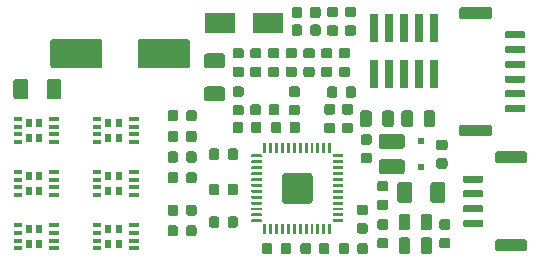
<source format=gbr>
G04 #@! TF.GenerationSoftware,KiCad,Pcbnew,(5.1.5-0-10_14)*
G04 #@! TF.CreationDate,2020-01-05T04:53:59-08:00*
G04 #@! TF.ProjectId,Grits,47726974-732e-46b6-9963-61645f706362,v1.3a*
G04 #@! TF.SameCoordinates,Original*
G04 #@! TF.FileFunction,Paste,Top*
G04 #@! TF.FilePolarity,Positive*
%FSLAX46Y46*%
G04 Gerber Fmt 4.6, Leading zero omitted, Abs format (unit mm)*
G04 Created by KiCad (PCBNEW (5.1.5-0-10_14)) date 2020-01-05 04:53:59*
%MOMM*%
%LPD*%
G04 APERTURE LIST*
%ADD10C,0.100000*%
%ADD11R,0.500000X0.500000*%
%ADD12R,0.740000X2.400000*%
%ADD13R,0.750000X0.300000*%
%ADD14R,0.830000X0.300000*%
%ADD15R,0.510000X0.635000*%
%ADD16R,2.500000X1.800000*%
G04 APERTURE END LIST*
D10*
G36*
X134202691Y-112276053D02*
G01*
X134223926Y-112279203D01*
X134244750Y-112284419D01*
X134264962Y-112291651D01*
X134284368Y-112300830D01*
X134302781Y-112311866D01*
X134320024Y-112324654D01*
X134335930Y-112339070D01*
X134350346Y-112354976D01*
X134363134Y-112372219D01*
X134374170Y-112390632D01*
X134383349Y-112410038D01*
X134390581Y-112430250D01*
X134395797Y-112451074D01*
X134398947Y-112472309D01*
X134400000Y-112493750D01*
X134400000Y-113006250D01*
X134398947Y-113027691D01*
X134395797Y-113048926D01*
X134390581Y-113069750D01*
X134383349Y-113089962D01*
X134374170Y-113109368D01*
X134363134Y-113127781D01*
X134350346Y-113145024D01*
X134335930Y-113160930D01*
X134320024Y-113175346D01*
X134302781Y-113188134D01*
X134284368Y-113199170D01*
X134264962Y-113208349D01*
X134244750Y-113215581D01*
X134223926Y-113220797D01*
X134202691Y-113223947D01*
X134181250Y-113225000D01*
X133743750Y-113225000D01*
X133722309Y-113223947D01*
X133701074Y-113220797D01*
X133680250Y-113215581D01*
X133660038Y-113208349D01*
X133640632Y-113199170D01*
X133622219Y-113188134D01*
X133604976Y-113175346D01*
X133589070Y-113160930D01*
X133574654Y-113145024D01*
X133561866Y-113127781D01*
X133550830Y-113109368D01*
X133541651Y-113089962D01*
X133534419Y-113069750D01*
X133529203Y-113048926D01*
X133526053Y-113027691D01*
X133525000Y-113006250D01*
X133525000Y-112493750D01*
X133526053Y-112472309D01*
X133529203Y-112451074D01*
X133534419Y-112430250D01*
X133541651Y-112410038D01*
X133550830Y-112390632D01*
X133561866Y-112372219D01*
X133574654Y-112354976D01*
X133589070Y-112339070D01*
X133604976Y-112324654D01*
X133622219Y-112311866D01*
X133640632Y-112300830D01*
X133660038Y-112291651D01*
X133680250Y-112284419D01*
X133701074Y-112279203D01*
X133722309Y-112276053D01*
X133743750Y-112275000D01*
X134181250Y-112275000D01*
X134202691Y-112276053D01*
G37*
G36*
X135777691Y-112276053D02*
G01*
X135798926Y-112279203D01*
X135819750Y-112284419D01*
X135839962Y-112291651D01*
X135859368Y-112300830D01*
X135877781Y-112311866D01*
X135895024Y-112324654D01*
X135910930Y-112339070D01*
X135925346Y-112354976D01*
X135938134Y-112372219D01*
X135949170Y-112390632D01*
X135958349Y-112410038D01*
X135965581Y-112430250D01*
X135970797Y-112451074D01*
X135973947Y-112472309D01*
X135975000Y-112493750D01*
X135975000Y-113006250D01*
X135973947Y-113027691D01*
X135970797Y-113048926D01*
X135965581Y-113069750D01*
X135958349Y-113089962D01*
X135949170Y-113109368D01*
X135938134Y-113127781D01*
X135925346Y-113145024D01*
X135910930Y-113160930D01*
X135895024Y-113175346D01*
X135877781Y-113188134D01*
X135859368Y-113199170D01*
X135839962Y-113208349D01*
X135819750Y-113215581D01*
X135798926Y-113220797D01*
X135777691Y-113223947D01*
X135756250Y-113225000D01*
X135318750Y-113225000D01*
X135297309Y-113223947D01*
X135276074Y-113220797D01*
X135255250Y-113215581D01*
X135235038Y-113208349D01*
X135215632Y-113199170D01*
X135197219Y-113188134D01*
X135179976Y-113175346D01*
X135164070Y-113160930D01*
X135149654Y-113145024D01*
X135136866Y-113127781D01*
X135125830Y-113109368D01*
X135116651Y-113089962D01*
X135109419Y-113069750D01*
X135104203Y-113048926D01*
X135101053Y-113027691D01*
X135100000Y-113006250D01*
X135100000Y-112493750D01*
X135101053Y-112472309D01*
X135104203Y-112451074D01*
X135109419Y-112430250D01*
X135116651Y-112410038D01*
X135125830Y-112390632D01*
X135136866Y-112372219D01*
X135149654Y-112354976D01*
X135164070Y-112339070D01*
X135179976Y-112324654D01*
X135197219Y-112311866D01*
X135215632Y-112300830D01*
X135235038Y-112291651D01*
X135255250Y-112284419D01*
X135276074Y-112279203D01*
X135297309Y-112276053D01*
X135318750Y-112275000D01*
X135756250Y-112275000D01*
X135777691Y-112276053D01*
G37*
G36*
X130702691Y-108526053D02*
G01*
X130723926Y-108529203D01*
X130744750Y-108534419D01*
X130764962Y-108541651D01*
X130784368Y-108550830D01*
X130802781Y-108561866D01*
X130820024Y-108574654D01*
X130835930Y-108589070D01*
X130850346Y-108604976D01*
X130863134Y-108622219D01*
X130874170Y-108640632D01*
X130883349Y-108660038D01*
X130890581Y-108680250D01*
X130895797Y-108701074D01*
X130898947Y-108722309D01*
X130900000Y-108743750D01*
X130900000Y-109256250D01*
X130898947Y-109277691D01*
X130895797Y-109298926D01*
X130890581Y-109319750D01*
X130883349Y-109339962D01*
X130874170Y-109359368D01*
X130863134Y-109377781D01*
X130850346Y-109395024D01*
X130835930Y-109410930D01*
X130820024Y-109425346D01*
X130802781Y-109438134D01*
X130784368Y-109449170D01*
X130764962Y-109458349D01*
X130744750Y-109465581D01*
X130723926Y-109470797D01*
X130702691Y-109473947D01*
X130681250Y-109475000D01*
X130243750Y-109475000D01*
X130222309Y-109473947D01*
X130201074Y-109470797D01*
X130180250Y-109465581D01*
X130160038Y-109458349D01*
X130140632Y-109449170D01*
X130122219Y-109438134D01*
X130104976Y-109425346D01*
X130089070Y-109410930D01*
X130074654Y-109395024D01*
X130061866Y-109377781D01*
X130050830Y-109359368D01*
X130041651Y-109339962D01*
X130034419Y-109319750D01*
X130029203Y-109298926D01*
X130026053Y-109277691D01*
X130025000Y-109256250D01*
X130025000Y-108743750D01*
X130026053Y-108722309D01*
X130029203Y-108701074D01*
X130034419Y-108680250D01*
X130041651Y-108660038D01*
X130050830Y-108640632D01*
X130061866Y-108622219D01*
X130074654Y-108604976D01*
X130089070Y-108589070D01*
X130104976Y-108574654D01*
X130122219Y-108561866D01*
X130140632Y-108550830D01*
X130160038Y-108541651D01*
X130180250Y-108534419D01*
X130201074Y-108529203D01*
X130222309Y-108526053D01*
X130243750Y-108525000D01*
X130681250Y-108525000D01*
X130702691Y-108526053D01*
G37*
G36*
X132277691Y-108526053D02*
G01*
X132298926Y-108529203D01*
X132319750Y-108534419D01*
X132339962Y-108541651D01*
X132359368Y-108550830D01*
X132377781Y-108561866D01*
X132395024Y-108574654D01*
X132410930Y-108589070D01*
X132425346Y-108604976D01*
X132438134Y-108622219D01*
X132449170Y-108640632D01*
X132458349Y-108660038D01*
X132465581Y-108680250D01*
X132470797Y-108701074D01*
X132473947Y-108722309D01*
X132475000Y-108743750D01*
X132475000Y-109256250D01*
X132473947Y-109277691D01*
X132470797Y-109298926D01*
X132465581Y-109319750D01*
X132458349Y-109339962D01*
X132449170Y-109359368D01*
X132438134Y-109377781D01*
X132425346Y-109395024D01*
X132410930Y-109410930D01*
X132395024Y-109425346D01*
X132377781Y-109438134D01*
X132359368Y-109449170D01*
X132339962Y-109458349D01*
X132319750Y-109465581D01*
X132298926Y-109470797D01*
X132277691Y-109473947D01*
X132256250Y-109475000D01*
X131818750Y-109475000D01*
X131797309Y-109473947D01*
X131776074Y-109470797D01*
X131755250Y-109465581D01*
X131735038Y-109458349D01*
X131715632Y-109449170D01*
X131697219Y-109438134D01*
X131679976Y-109425346D01*
X131664070Y-109410930D01*
X131649654Y-109395024D01*
X131636866Y-109377781D01*
X131625830Y-109359368D01*
X131616651Y-109339962D01*
X131609419Y-109319750D01*
X131604203Y-109298926D01*
X131601053Y-109277691D01*
X131600000Y-109256250D01*
X131600000Y-108743750D01*
X131601053Y-108722309D01*
X131604203Y-108701074D01*
X131609419Y-108680250D01*
X131616651Y-108660038D01*
X131625830Y-108640632D01*
X131636866Y-108622219D01*
X131649654Y-108604976D01*
X131664070Y-108589070D01*
X131679976Y-108574654D01*
X131697219Y-108561866D01*
X131715632Y-108550830D01*
X131735038Y-108541651D01*
X131755250Y-108534419D01*
X131776074Y-108529203D01*
X131797309Y-108526053D01*
X131818750Y-108525000D01*
X132256250Y-108525000D01*
X132277691Y-108526053D01*
G37*
D11*
X151500000Y-105900000D03*
X151500000Y-108100000D03*
D10*
G36*
X153527691Y-107351053D02*
G01*
X153548926Y-107354203D01*
X153569750Y-107359419D01*
X153589962Y-107366651D01*
X153609368Y-107375830D01*
X153627781Y-107386866D01*
X153645024Y-107399654D01*
X153660930Y-107414070D01*
X153675346Y-107429976D01*
X153688134Y-107447219D01*
X153699170Y-107465632D01*
X153708349Y-107485038D01*
X153715581Y-107505250D01*
X153720797Y-107526074D01*
X153723947Y-107547309D01*
X153725000Y-107568750D01*
X153725000Y-108006250D01*
X153723947Y-108027691D01*
X153720797Y-108048926D01*
X153715581Y-108069750D01*
X153708349Y-108089962D01*
X153699170Y-108109368D01*
X153688134Y-108127781D01*
X153675346Y-108145024D01*
X153660930Y-108160930D01*
X153645024Y-108175346D01*
X153627781Y-108188134D01*
X153609368Y-108199170D01*
X153589962Y-108208349D01*
X153569750Y-108215581D01*
X153548926Y-108220797D01*
X153527691Y-108223947D01*
X153506250Y-108225000D01*
X152993750Y-108225000D01*
X152972309Y-108223947D01*
X152951074Y-108220797D01*
X152930250Y-108215581D01*
X152910038Y-108208349D01*
X152890632Y-108199170D01*
X152872219Y-108188134D01*
X152854976Y-108175346D01*
X152839070Y-108160930D01*
X152824654Y-108145024D01*
X152811866Y-108127781D01*
X152800830Y-108109368D01*
X152791651Y-108089962D01*
X152784419Y-108069750D01*
X152779203Y-108048926D01*
X152776053Y-108027691D01*
X152775000Y-108006250D01*
X152775000Y-107568750D01*
X152776053Y-107547309D01*
X152779203Y-107526074D01*
X152784419Y-107505250D01*
X152791651Y-107485038D01*
X152800830Y-107465632D01*
X152811866Y-107447219D01*
X152824654Y-107429976D01*
X152839070Y-107414070D01*
X152854976Y-107399654D01*
X152872219Y-107386866D01*
X152890632Y-107375830D01*
X152910038Y-107366651D01*
X152930250Y-107359419D01*
X152951074Y-107354203D01*
X152972309Y-107351053D01*
X152993750Y-107350000D01*
X153506250Y-107350000D01*
X153527691Y-107351053D01*
G37*
G36*
X153527691Y-105776053D02*
G01*
X153548926Y-105779203D01*
X153569750Y-105784419D01*
X153589962Y-105791651D01*
X153609368Y-105800830D01*
X153627781Y-105811866D01*
X153645024Y-105824654D01*
X153660930Y-105839070D01*
X153675346Y-105854976D01*
X153688134Y-105872219D01*
X153699170Y-105890632D01*
X153708349Y-105910038D01*
X153715581Y-105930250D01*
X153720797Y-105951074D01*
X153723947Y-105972309D01*
X153725000Y-105993750D01*
X153725000Y-106431250D01*
X153723947Y-106452691D01*
X153720797Y-106473926D01*
X153715581Y-106494750D01*
X153708349Y-106514962D01*
X153699170Y-106534368D01*
X153688134Y-106552781D01*
X153675346Y-106570024D01*
X153660930Y-106585930D01*
X153645024Y-106600346D01*
X153627781Y-106613134D01*
X153609368Y-106624170D01*
X153589962Y-106633349D01*
X153569750Y-106640581D01*
X153548926Y-106645797D01*
X153527691Y-106648947D01*
X153506250Y-106650000D01*
X152993750Y-106650000D01*
X152972309Y-106648947D01*
X152951074Y-106645797D01*
X152930250Y-106640581D01*
X152910038Y-106633349D01*
X152890632Y-106624170D01*
X152872219Y-106613134D01*
X152854976Y-106600346D01*
X152839070Y-106585930D01*
X152824654Y-106570024D01*
X152811866Y-106552781D01*
X152800830Y-106534368D01*
X152791651Y-106514962D01*
X152784419Y-106494750D01*
X152779203Y-106473926D01*
X152776053Y-106452691D01*
X152775000Y-106431250D01*
X152775000Y-105993750D01*
X152776053Y-105972309D01*
X152779203Y-105951074D01*
X152784419Y-105930250D01*
X152791651Y-105910038D01*
X152800830Y-105890632D01*
X152811866Y-105872219D01*
X152824654Y-105854976D01*
X152839070Y-105839070D01*
X152854976Y-105824654D01*
X152872219Y-105811866D01*
X152890632Y-105800830D01*
X152910038Y-105791651D01*
X152930250Y-105784419D01*
X152951074Y-105779203D01*
X152972309Y-105776053D01*
X152993750Y-105775000D01*
X153506250Y-105775000D01*
X153527691Y-105776053D01*
G37*
G36*
X150580142Y-103301174D02*
G01*
X150603803Y-103304684D01*
X150627007Y-103310496D01*
X150649529Y-103318554D01*
X150671153Y-103328782D01*
X150691670Y-103341079D01*
X150710883Y-103355329D01*
X150728607Y-103371393D01*
X150744671Y-103389117D01*
X150758921Y-103408330D01*
X150771218Y-103428847D01*
X150781446Y-103450471D01*
X150789504Y-103472993D01*
X150795316Y-103496197D01*
X150798826Y-103519858D01*
X150800000Y-103543750D01*
X150800000Y-104456250D01*
X150798826Y-104480142D01*
X150795316Y-104503803D01*
X150789504Y-104527007D01*
X150781446Y-104549529D01*
X150771218Y-104571153D01*
X150758921Y-104591670D01*
X150744671Y-104610883D01*
X150728607Y-104628607D01*
X150710883Y-104644671D01*
X150691670Y-104658921D01*
X150671153Y-104671218D01*
X150649529Y-104681446D01*
X150627007Y-104689504D01*
X150603803Y-104695316D01*
X150580142Y-104698826D01*
X150556250Y-104700000D01*
X150068750Y-104700000D01*
X150044858Y-104698826D01*
X150021197Y-104695316D01*
X149997993Y-104689504D01*
X149975471Y-104681446D01*
X149953847Y-104671218D01*
X149933330Y-104658921D01*
X149914117Y-104644671D01*
X149896393Y-104628607D01*
X149880329Y-104610883D01*
X149866079Y-104591670D01*
X149853782Y-104571153D01*
X149843554Y-104549529D01*
X149835496Y-104527007D01*
X149829684Y-104503803D01*
X149826174Y-104480142D01*
X149825000Y-104456250D01*
X149825000Y-103543750D01*
X149826174Y-103519858D01*
X149829684Y-103496197D01*
X149835496Y-103472993D01*
X149843554Y-103450471D01*
X149853782Y-103428847D01*
X149866079Y-103408330D01*
X149880329Y-103389117D01*
X149896393Y-103371393D01*
X149914117Y-103355329D01*
X149933330Y-103341079D01*
X149953847Y-103328782D01*
X149975471Y-103318554D01*
X149997993Y-103310496D01*
X150021197Y-103304684D01*
X150044858Y-103301174D01*
X150068750Y-103300000D01*
X150556250Y-103300000D01*
X150580142Y-103301174D01*
G37*
G36*
X152455142Y-103301174D02*
G01*
X152478803Y-103304684D01*
X152502007Y-103310496D01*
X152524529Y-103318554D01*
X152546153Y-103328782D01*
X152566670Y-103341079D01*
X152585883Y-103355329D01*
X152603607Y-103371393D01*
X152619671Y-103389117D01*
X152633921Y-103408330D01*
X152646218Y-103428847D01*
X152656446Y-103450471D01*
X152664504Y-103472993D01*
X152670316Y-103496197D01*
X152673826Y-103519858D01*
X152675000Y-103543750D01*
X152675000Y-104456250D01*
X152673826Y-104480142D01*
X152670316Y-104503803D01*
X152664504Y-104527007D01*
X152656446Y-104549529D01*
X152646218Y-104571153D01*
X152633921Y-104591670D01*
X152619671Y-104610883D01*
X152603607Y-104628607D01*
X152585883Y-104644671D01*
X152566670Y-104658921D01*
X152546153Y-104671218D01*
X152524529Y-104681446D01*
X152502007Y-104689504D01*
X152478803Y-104695316D01*
X152455142Y-104698826D01*
X152431250Y-104700000D01*
X151943750Y-104700000D01*
X151919858Y-104698826D01*
X151896197Y-104695316D01*
X151872993Y-104689504D01*
X151850471Y-104681446D01*
X151828847Y-104671218D01*
X151808330Y-104658921D01*
X151789117Y-104644671D01*
X151771393Y-104628607D01*
X151755329Y-104610883D01*
X151741079Y-104591670D01*
X151728782Y-104571153D01*
X151718554Y-104549529D01*
X151710496Y-104527007D01*
X151704684Y-104503803D01*
X151701174Y-104480142D01*
X151700000Y-104456250D01*
X151700000Y-103543750D01*
X151701174Y-103519858D01*
X151704684Y-103496197D01*
X151710496Y-103472993D01*
X151718554Y-103450471D01*
X151728782Y-103428847D01*
X151741079Y-103408330D01*
X151755329Y-103389117D01*
X151771393Y-103371393D01*
X151789117Y-103355329D01*
X151808330Y-103341079D01*
X151828847Y-103328782D01*
X151850471Y-103318554D01*
X151872993Y-103310496D01*
X151896197Y-103304684D01*
X151919858Y-103301174D01*
X151943750Y-103300000D01*
X152431250Y-103300000D01*
X152455142Y-103301174D01*
G37*
G36*
X160224504Y-106776204D02*
G01*
X160248773Y-106779804D01*
X160272571Y-106785765D01*
X160295671Y-106794030D01*
X160317849Y-106804520D01*
X160338893Y-106817133D01*
X160358598Y-106831747D01*
X160376777Y-106848223D01*
X160393253Y-106866402D01*
X160407867Y-106886107D01*
X160420480Y-106907151D01*
X160430970Y-106929329D01*
X160439235Y-106952429D01*
X160445196Y-106976227D01*
X160448796Y-107000496D01*
X160450000Y-107025000D01*
X160450000Y-107525000D01*
X160448796Y-107549504D01*
X160445196Y-107573773D01*
X160439235Y-107597571D01*
X160430970Y-107620671D01*
X160420480Y-107642849D01*
X160407867Y-107663893D01*
X160393253Y-107683598D01*
X160376777Y-107701777D01*
X160358598Y-107718253D01*
X160338893Y-107732867D01*
X160317849Y-107745480D01*
X160295671Y-107755970D01*
X160272571Y-107764235D01*
X160248773Y-107770196D01*
X160224504Y-107773796D01*
X160200000Y-107775000D01*
X158000000Y-107775000D01*
X157975496Y-107773796D01*
X157951227Y-107770196D01*
X157927429Y-107764235D01*
X157904329Y-107755970D01*
X157882151Y-107745480D01*
X157861107Y-107732867D01*
X157841402Y-107718253D01*
X157823223Y-107701777D01*
X157806747Y-107683598D01*
X157792133Y-107663893D01*
X157779520Y-107642849D01*
X157769030Y-107620671D01*
X157760765Y-107597571D01*
X157754804Y-107573773D01*
X157751204Y-107549504D01*
X157750000Y-107525000D01*
X157750000Y-107025000D01*
X157751204Y-107000496D01*
X157754804Y-106976227D01*
X157760765Y-106952429D01*
X157769030Y-106929329D01*
X157779520Y-106907151D01*
X157792133Y-106886107D01*
X157806747Y-106866402D01*
X157823223Y-106848223D01*
X157841402Y-106831747D01*
X157861107Y-106817133D01*
X157882151Y-106804520D01*
X157904329Y-106794030D01*
X157927429Y-106785765D01*
X157951227Y-106779804D01*
X157975496Y-106776204D01*
X158000000Y-106775000D01*
X160200000Y-106775000D01*
X160224504Y-106776204D01*
G37*
G36*
X160224504Y-114226204D02*
G01*
X160248773Y-114229804D01*
X160272571Y-114235765D01*
X160295671Y-114244030D01*
X160317849Y-114254520D01*
X160338893Y-114267133D01*
X160358598Y-114281747D01*
X160376777Y-114298223D01*
X160393253Y-114316402D01*
X160407867Y-114336107D01*
X160420480Y-114357151D01*
X160430970Y-114379329D01*
X160439235Y-114402429D01*
X160445196Y-114426227D01*
X160448796Y-114450496D01*
X160450000Y-114475000D01*
X160450000Y-114975000D01*
X160448796Y-114999504D01*
X160445196Y-115023773D01*
X160439235Y-115047571D01*
X160430970Y-115070671D01*
X160420480Y-115092849D01*
X160407867Y-115113893D01*
X160393253Y-115133598D01*
X160376777Y-115151777D01*
X160358598Y-115168253D01*
X160338893Y-115182867D01*
X160317849Y-115195480D01*
X160295671Y-115205970D01*
X160272571Y-115214235D01*
X160248773Y-115220196D01*
X160224504Y-115223796D01*
X160200000Y-115225000D01*
X158000000Y-115225000D01*
X157975496Y-115223796D01*
X157951227Y-115220196D01*
X157927429Y-115214235D01*
X157904329Y-115205970D01*
X157882151Y-115195480D01*
X157861107Y-115182867D01*
X157841402Y-115168253D01*
X157823223Y-115151777D01*
X157806747Y-115133598D01*
X157792133Y-115113893D01*
X157779520Y-115092849D01*
X157769030Y-115070671D01*
X157760765Y-115047571D01*
X157754804Y-115023773D01*
X157751204Y-114999504D01*
X157750000Y-114975000D01*
X157750000Y-114475000D01*
X157751204Y-114450496D01*
X157754804Y-114426227D01*
X157760765Y-114402429D01*
X157769030Y-114379329D01*
X157779520Y-114357151D01*
X157792133Y-114336107D01*
X157806747Y-114316402D01*
X157823223Y-114298223D01*
X157841402Y-114281747D01*
X157861107Y-114267133D01*
X157882151Y-114254520D01*
X157904329Y-114244030D01*
X157927429Y-114235765D01*
X157951227Y-114229804D01*
X157975496Y-114226204D01*
X158000000Y-114225000D01*
X160200000Y-114225000D01*
X160224504Y-114226204D01*
G37*
G36*
X156614703Y-108825722D02*
G01*
X156629264Y-108827882D01*
X156643543Y-108831459D01*
X156657403Y-108836418D01*
X156670710Y-108842712D01*
X156683336Y-108850280D01*
X156695159Y-108859048D01*
X156706066Y-108868934D01*
X156715952Y-108879841D01*
X156724720Y-108891664D01*
X156732288Y-108904290D01*
X156738582Y-108917597D01*
X156743541Y-108931457D01*
X156747118Y-108945736D01*
X156749278Y-108960297D01*
X156750000Y-108975000D01*
X156750000Y-109275000D01*
X156749278Y-109289703D01*
X156747118Y-109304264D01*
X156743541Y-109318543D01*
X156738582Y-109332403D01*
X156732288Y-109345710D01*
X156724720Y-109358336D01*
X156715952Y-109370159D01*
X156706066Y-109381066D01*
X156695159Y-109390952D01*
X156683336Y-109399720D01*
X156670710Y-109407288D01*
X156657403Y-109413582D01*
X156643543Y-109418541D01*
X156629264Y-109422118D01*
X156614703Y-109424278D01*
X156600000Y-109425000D01*
X155200000Y-109425000D01*
X155185297Y-109424278D01*
X155170736Y-109422118D01*
X155156457Y-109418541D01*
X155142597Y-109413582D01*
X155129290Y-109407288D01*
X155116664Y-109399720D01*
X155104841Y-109390952D01*
X155093934Y-109381066D01*
X155084048Y-109370159D01*
X155075280Y-109358336D01*
X155067712Y-109345710D01*
X155061418Y-109332403D01*
X155056459Y-109318543D01*
X155052882Y-109304264D01*
X155050722Y-109289703D01*
X155050000Y-109275000D01*
X155050000Y-108975000D01*
X155050722Y-108960297D01*
X155052882Y-108945736D01*
X155056459Y-108931457D01*
X155061418Y-108917597D01*
X155067712Y-108904290D01*
X155075280Y-108891664D01*
X155084048Y-108879841D01*
X155093934Y-108868934D01*
X155104841Y-108859048D01*
X155116664Y-108850280D01*
X155129290Y-108842712D01*
X155142597Y-108836418D01*
X155156457Y-108831459D01*
X155170736Y-108827882D01*
X155185297Y-108825722D01*
X155200000Y-108825000D01*
X156600000Y-108825000D01*
X156614703Y-108825722D01*
G37*
G36*
X156614703Y-110075722D02*
G01*
X156629264Y-110077882D01*
X156643543Y-110081459D01*
X156657403Y-110086418D01*
X156670710Y-110092712D01*
X156683336Y-110100280D01*
X156695159Y-110109048D01*
X156706066Y-110118934D01*
X156715952Y-110129841D01*
X156724720Y-110141664D01*
X156732288Y-110154290D01*
X156738582Y-110167597D01*
X156743541Y-110181457D01*
X156747118Y-110195736D01*
X156749278Y-110210297D01*
X156750000Y-110225000D01*
X156750000Y-110525000D01*
X156749278Y-110539703D01*
X156747118Y-110554264D01*
X156743541Y-110568543D01*
X156738582Y-110582403D01*
X156732288Y-110595710D01*
X156724720Y-110608336D01*
X156715952Y-110620159D01*
X156706066Y-110631066D01*
X156695159Y-110640952D01*
X156683336Y-110649720D01*
X156670710Y-110657288D01*
X156657403Y-110663582D01*
X156643543Y-110668541D01*
X156629264Y-110672118D01*
X156614703Y-110674278D01*
X156600000Y-110675000D01*
X155200000Y-110675000D01*
X155185297Y-110674278D01*
X155170736Y-110672118D01*
X155156457Y-110668541D01*
X155142597Y-110663582D01*
X155129290Y-110657288D01*
X155116664Y-110649720D01*
X155104841Y-110640952D01*
X155093934Y-110631066D01*
X155084048Y-110620159D01*
X155075280Y-110608336D01*
X155067712Y-110595710D01*
X155061418Y-110582403D01*
X155056459Y-110568543D01*
X155052882Y-110554264D01*
X155050722Y-110539703D01*
X155050000Y-110525000D01*
X155050000Y-110225000D01*
X155050722Y-110210297D01*
X155052882Y-110195736D01*
X155056459Y-110181457D01*
X155061418Y-110167597D01*
X155067712Y-110154290D01*
X155075280Y-110141664D01*
X155084048Y-110129841D01*
X155093934Y-110118934D01*
X155104841Y-110109048D01*
X155116664Y-110100280D01*
X155129290Y-110092712D01*
X155142597Y-110086418D01*
X155156457Y-110081459D01*
X155170736Y-110077882D01*
X155185297Y-110075722D01*
X155200000Y-110075000D01*
X156600000Y-110075000D01*
X156614703Y-110075722D01*
G37*
G36*
X156614703Y-111325722D02*
G01*
X156629264Y-111327882D01*
X156643543Y-111331459D01*
X156657403Y-111336418D01*
X156670710Y-111342712D01*
X156683336Y-111350280D01*
X156695159Y-111359048D01*
X156706066Y-111368934D01*
X156715952Y-111379841D01*
X156724720Y-111391664D01*
X156732288Y-111404290D01*
X156738582Y-111417597D01*
X156743541Y-111431457D01*
X156747118Y-111445736D01*
X156749278Y-111460297D01*
X156750000Y-111475000D01*
X156750000Y-111775000D01*
X156749278Y-111789703D01*
X156747118Y-111804264D01*
X156743541Y-111818543D01*
X156738582Y-111832403D01*
X156732288Y-111845710D01*
X156724720Y-111858336D01*
X156715952Y-111870159D01*
X156706066Y-111881066D01*
X156695159Y-111890952D01*
X156683336Y-111899720D01*
X156670710Y-111907288D01*
X156657403Y-111913582D01*
X156643543Y-111918541D01*
X156629264Y-111922118D01*
X156614703Y-111924278D01*
X156600000Y-111925000D01*
X155200000Y-111925000D01*
X155185297Y-111924278D01*
X155170736Y-111922118D01*
X155156457Y-111918541D01*
X155142597Y-111913582D01*
X155129290Y-111907288D01*
X155116664Y-111899720D01*
X155104841Y-111890952D01*
X155093934Y-111881066D01*
X155084048Y-111870159D01*
X155075280Y-111858336D01*
X155067712Y-111845710D01*
X155061418Y-111832403D01*
X155056459Y-111818543D01*
X155052882Y-111804264D01*
X155050722Y-111789703D01*
X155050000Y-111775000D01*
X155050000Y-111475000D01*
X155050722Y-111460297D01*
X155052882Y-111445736D01*
X155056459Y-111431457D01*
X155061418Y-111417597D01*
X155067712Y-111404290D01*
X155075280Y-111391664D01*
X155084048Y-111379841D01*
X155093934Y-111368934D01*
X155104841Y-111359048D01*
X155116664Y-111350280D01*
X155129290Y-111342712D01*
X155142597Y-111336418D01*
X155156457Y-111331459D01*
X155170736Y-111327882D01*
X155185297Y-111325722D01*
X155200000Y-111325000D01*
X156600000Y-111325000D01*
X156614703Y-111325722D01*
G37*
G36*
X156614703Y-112575722D02*
G01*
X156629264Y-112577882D01*
X156643543Y-112581459D01*
X156657403Y-112586418D01*
X156670710Y-112592712D01*
X156683336Y-112600280D01*
X156695159Y-112609048D01*
X156706066Y-112618934D01*
X156715952Y-112629841D01*
X156724720Y-112641664D01*
X156732288Y-112654290D01*
X156738582Y-112667597D01*
X156743541Y-112681457D01*
X156747118Y-112695736D01*
X156749278Y-112710297D01*
X156750000Y-112725000D01*
X156750000Y-113025000D01*
X156749278Y-113039703D01*
X156747118Y-113054264D01*
X156743541Y-113068543D01*
X156738582Y-113082403D01*
X156732288Y-113095710D01*
X156724720Y-113108336D01*
X156715952Y-113120159D01*
X156706066Y-113131066D01*
X156695159Y-113140952D01*
X156683336Y-113149720D01*
X156670710Y-113157288D01*
X156657403Y-113163582D01*
X156643543Y-113168541D01*
X156629264Y-113172118D01*
X156614703Y-113174278D01*
X156600000Y-113175000D01*
X155200000Y-113175000D01*
X155185297Y-113174278D01*
X155170736Y-113172118D01*
X155156457Y-113168541D01*
X155142597Y-113163582D01*
X155129290Y-113157288D01*
X155116664Y-113149720D01*
X155104841Y-113140952D01*
X155093934Y-113131066D01*
X155084048Y-113120159D01*
X155075280Y-113108336D01*
X155067712Y-113095710D01*
X155061418Y-113082403D01*
X155056459Y-113068543D01*
X155052882Y-113054264D01*
X155050722Y-113039703D01*
X155050000Y-113025000D01*
X155050000Y-112725000D01*
X155050722Y-112710297D01*
X155052882Y-112695736D01*
X155056459Y-112681457D01*
X155061418Y-112667597D01*
X155067712Y-112654290D01*
X155075280Y-112641664D01*
X155084048Y-112629841D01*
X155093934Y-112618934D01*
X155104841Y-112609048D01*
X155116664Y-112600280D01*
X155129290Y-112592712D01*
X155142597Y-112586418D01*
X155156457Y-112581459D01*
X155170736Y-112577882D01*
X155185297Y-112575722D01*
X155200000Y-112575000D01*
X156600000Y-112575000D01*
X156614703Y-112575722D01*
G37*
G36*
X143818626Y-112900301D02*
G01*
X143824693Y-112901201D01*
X143830643Y-112902691D01*
X143836418Y-112904758D01*
X143841962Y-112907380D01*
X143847223Y-112910533D01*
X143852150Y-112914187D01*
X143856694Y-112918306D01*
X143860813Y-112922850D01*
X143864467Y-112927777D01*
X143867620Y-112933038D01*
X143870242Y-112938582D01*
X143872309Y-112944357D01*
X143873799Y-112950307D01*
X143874699Y-112956374D01*
X143875000Y-112962500D01*
X143875000Y-113712500D01*
X143874699Y-113718626D01*
X143873799Y-113724693D01*
X143872309Y-113730643D01*
X143870242Y-113736418D01*
X143867620Y-113741962D01*
X143864467Y-113747223D01*
X143860813Y-113752150D01*
X143856694Y-113756694D01*
X143852150Y-113760813D01*
X143847223Y-113764467D01*
X143841962Y-113767620D01*
X143836418Y-113770242D01*
X143830643Y-113772309D01*
X143824693Y-113773799D01*
X143818626Y-113774699D01*
X143812500Y-113775000D01*
X143687500Y-113775000D01*
X143681374Y-113774699D01*
X143675307Y-113773799D01*
X143669357Y-113772309D01*
X143663582Y-113770242D01*
X143658038Y-113767620D01*
X143652777Y-113764467D01*
X143647850Y-113760813D01*
X143643306Y-113756694D01*
X143639187Y-113752150D01*
X143635533Y-113747223D01*
X143632380Y-113741962D01*
X143629758Y-113736418D01*
X143627691Y-113730643D01*
X143626201Y-113724693D01*
X143625301Y-113718626D01*
X143625000Y-113712500D01*
X143625000Y-112962500D01*
X143625301Y-112956374D01*
X143626201Y-112950307D01*
X143627691Y-112944357D01*
X143629758Y-112938582D01*
X143632380Y-112933038D01*
X143635533Y-112927777D01*
X143639187Y-112922850D01*
X143643306Y-112918306D01*
X143647850Y-112914187D01*
X143652777Y-112910533D01*
X143658038Y-112907380D01*
X143663582Y-112904758D01*
X143669357Y-112902691D01*
X143675307Y-112901201D01*
X143681374Y-112900301D01*
X143687500Y-112900000D01*
X143812500Y-112900000D01*
X143818626Y-112900301D01*
G37*
G36*
X143318626Y-112900301D02*
G01*
X143324693Y-112901201D01*
X143330643Y-112902691D01*
X143336418Y-112904758D01*
X143341962Y-112907380D01*
X143347223Y-112910533D01*
X143352150Y-112914187D01*
X143356694Y-112918306D01*
X143360813Y-112922850D01*
X143364467Y-112927777D01*
X143367620Y-112933038D01*
X143370242Y-112938582D01*
X143372309Y-112944357D01*
X143373799Y-112950307D01*
X143374699Y-112956374D01*
X143375000Y-112962500D01*
X143375000Y-113712500D01*
X143374699Y-113718626D01*
X143373799Y-113724693D01*
X143372309Y-113730643D01*
X143370242Y-113736418D01*
X143367620Y-113741962D01*
X143364467Y-113747223D01*
X143360813Y-113752150D01*
X143356694Y-113756694D01*
X143352150Y-113760813D01*
X143347223Y-113764467D01*
X143341962Y-113767620D01*
X143336418Y-113770242D01*
X143330643Y-113772309D01*
X143324693Y-113773799D01*
X143318626Y-113774699D01*
X143312500Y-113775000D01*
X143187500Y-113775000D01*
X143181374Y-113774699D01*
X143175307Y-113773799D01*
X143169357Y-113772309D01*
X143163582Y-113770242D01*
X143158038Y-113767620D01*
X143152777Y-113764467D01*
X143147850Y-113760813D01*
X143143306Y-113756694D01*
X143139187Y-113752150D01*
X143135533Y-113747223D01*
X143132380Y-113741962D01*
X143129758Y-113736418D01*
X143127691Y-113730643D01*
X143126201Y-113724693D01*
X143125301Y-113718626D01*
X143125000Y-113712500D01*
X143125000Y-112962500D01*
X143125301Y-112956374D01*
X143126201Y-112950307D01*
X143127691Y-112944357D01*
X143129758Y-112938582D01*
X143132380Y-112933038D01*
X143135533Y-112927777D01*
X143139187Y-112922850D01*
X143143306Y-112918306D01*
X143147850Y-112914187D01*
X143152777Y-112910533D01*
X143158038Y-112907380D01*
X143163582Y-112904758D01*
X143169357Y-112902691D01*
X143175307Y-112901201D01*
X143181374Y-112900301D01*
X143187500Y-112900000D01*
X143312500Y-112900000D01*
X143318626Y-112900301D01*
G37*
G36*
X142818626Y-112900301D02*
G01*
X142824693Y-112901201D01*
X142830643Y-112902691D01*
X142836418Y-112904758D01*
X142841962Y-112907380D01*
X142847223Y-112910533D01*
X142852150Y-112914187D01*
X142856694Y-112918306D01*
X142860813Y-112922850D01*
X142864467Y-112927777D01*
X142867620Y-112933038D01*
X142870242Y-112938582D01*
X142872309Y-112944357D01*
X142873799Y-112950307D01*
X142874699Y-112956374D01*
X142875000Y-112962500D01*
X142875000Y-113712500D01*
X142874699Y-113718626D01*
X142873799Y-113724693D01*
X142872309Y-113730643D01*
X142870242Y-113736418D01*
X142867620Y-113741962D01*
X142864467Y-113747223D01*
X142860813Y-113752150D01*
X142856694Y-113756694D01*
X142852150Y-113760813D01*
X142847223Y-113764467D01*
X142841962Y-113767620D01*
X142836418Y-113770242D01*
X142830643Y-113772309D01*
X142824693Y-113773799D01*
X142818626Y-113774699D01*
X142812500Y-113775000D01*
X142687500Y-113775000D01*
X142681374Y-113774699D01*
X142675307Y-113773799D01*
X142669357Y-113772309D01*
X142663582Y-113770242D01*
X142658038Y-113767620D01*
X142652777Y-113764467D01*
X142647850Y-113760813D01*
X142643306Y-113756694D01*
X142639187Y-113752150D01*
X142635533Y-113747223D01*
X142632380Y-113741962D01*
X142629758Y-113736418D01*
X142627691Y-113730643D01*
X142626201Y-113724693D01*
X142625301Y-113718626D01*
X142625000Y-113712500D01*
X142625000Y-112962500D01*
X142625301Y-112956374D01*
X142626201Y-112950307D01*
X142627691Y-112944357D01*
X142629758Y-112938582D01*
X142632380Y-112933038D01*
X142635533Y-112927777D01*
X142639187Y-112922850D01*
X142643306Y-112918306D01*
X142647850Y-112914187D01*
X142652777Y-112910533D01*
X142658038Y-112907380D01*
X142663582Y-112904758D01*
X142669357Y-112902691D01*
X142675307Y-112901201D01*
X142681374Y-112900301D01*
X142687500Y-112900000D01*
X142812500Y-112900000D01*
X142818626Y-112900301D01*
G37*
G36*
X142318626Y-112900301D02*
G01*
X142324693Y-112901201D01*
X142330643Y-112902691D01*
X142336418Y-112904758D01*
X142341962Y-112907380D01*
X142347223Y-112910533D01*
X142352150Y-112914187D01*
X142356694Y-112918306D01*
X142360813Y-112922850D01*
X142364467Y-112927777D01*
X142367620Y-112933038D01*
X142370242Y-112938582D01*
X142372309Y-112944357D01*
X142373799Y-112950307D01*
X142374699Y-112956374D01*
X142375000Y-112962500D01*
X142375000Y-113712500D01*
X142374699Y-113718626D01*
X142373799Y-113724693D01*
X142372309Y-113730643D01*
X142370242Y-113736418D01*
X142367620Y-113741962D01*
X142364467Y-113747223D01*
X142360813Y-113752150D01*
X142356694Y-113756694D01*
X142352150Y-113760813D01*
X142347223Y-113764467D01*
X142341962Y-113767620D01*
X142336418Y-113770242D01*
X142330643Y-113772309D01*
X142324693Y-113773799D01*
X142318626Y-113774699D01*
X142312500Y-113775000D01*
X142187500Y-113775000D01*
X142181374Y-113774699D01*
X142175307Y-113773799D01*
X142169357Y-113772309D01*
X142163582Y-113770242D01*
X142158038Y-113767620D01*
X142152777Y-113764467D01*
X142147850Y-113760813D01*
X142143306Y-113756694D01*
X142139187Y-113752150D01*
X142135533Y-113747223D01*
X142132380Y-113741962D01*
X142129758Y-113736418D01*
X142127691Y-113730643D01*
X142126201Y-113724693D01*
X142125301Y-113718626D01*
X142125000Y-113712500D01*
X142125000Y-112962500D01*
X142125301Y-112956374D01*
X142126201Y-112950307D01*
X142127691Y-112944357D01*
X142129758Y-112938582D01*
X142132380Y-112933038D01*
X142135533Y-112927777D01*
X142139187Y-112922850D01*
X142143306Y-112918306D01*
X142147850Y-112914187D01*
X142152777Y-112910533D01*
X142158038Y-112907380D01*
X142163582Y-112904758D01*
X142169357Y-112902691D01*
X142175307Y-112901201D01*
X142181374Y-112900301D01*
X142187500Y-112900000D01*
X142312500Y-112900000D01*
X142318626Y-112900301D01*
G37*
G36*
X141818626Y-112900301D02*
G01*
X141824693Y-112901201D01*
X141830643Y-112902691D01*
X141836418Y-112904758D01*
X141841962Y-112907380D01*
X141847223Y-112910533D01*
X141852150Y-112914187D01*
X141856694Y-112918306D01*
X141860813Y-112922850D01*
X141864467Y-112927777D01*
X141867620Y-112933038D01*
X141870242Y-112938582D01*
X141872309Y-112944357D01*
X141873799Y-112950307D01*
X141874699Y-112956374D01*
X141875000Y-112962500D01*
X141875000Y-113712500D01*
X141874699Y-113718626D01*
X141873799Y-113724693D01*
X141872309Y-113730643D01*
X141870242Y-113736418D01*
X141867620Y-113741962D01*
X141864467Y-113747223D01*
X141860813Y-113752150D01*
X141856694Y-113756694D01*
X141852150Y-113760813D01*
X141847223Y-113764467D01*
X141841962Y-113767620D01*
X141836418Y-113770242D01*
X141830643Y-113772309D01*
X141824693Y-113773799D01*
X141818626Y-113774699D01*
X141812500Y-113775000D01*
X141687500Y-113775000D01*
X141681374Y-113774699D01*
X141675307Y-113773799D01*
X141669357Y-113772309D01*
X141663582Y-113770242D01*
X141658038Y-113767620D01*
X141652777Y-113764467D01*
X141647850Y-113760813D01*
X141643306Y-113756694D01*
X141639187Y-113752150D01*
X141635533Y-113747223D01*
X141632380Y-113741962D01*
X141629758Y-113736418D01*
X141627691Y-113730643D01*
X141626201Y-113724693D01*
X141625301Y-113718626D01*
X141625000Y-113712500D01*
X141625000Y-112962500D01*
X141625301Y-112956374D01*
X141626201Y-112950307D01*
X141627691Y-112944357D01*
X141629758Y-112938582D01*
X141632380Y-112933038D01*
X141635533Y-112927777D01*
X141639187Y-112922850D01*
X141643306Y-112918306D01*
X141647850Y-112914187D01*
X141652777Y-112910533D01*
X141658038Y-112907380D01*
X141663582Y-112904758D01*
X141669357Y-112902691D01*
X141675307Y-112901201D01*
X141681374Y-112900301D01*
X141687500Y-112900000D01*
X141812500Y-112900000D01*
X141818626Y-112900301D01*
G37*
G36*
X141318626Y-112900301D02*
G01*
X141324693Y-112901201D01*
X141330643Y-112902691D01*
X141336418Y-112904758D01*
X141341962Y-112907380D01*
X141347223Y-112910533D01*
X141352150Y-112914187D01*
X141356694Y-112918306D01*
X141360813Y-112922850D01*
X141364467Y-112927777D01*
X141367620Y-112933038D01*
X141370242Y-112938582D01*
X141372309Y-112944357D01*
X141373799Y-112950307D01*
X141374699Y-112956374D01*
X141375000Y-112962500D01*
X141375000Y-113712500D01*
X141374699Y-113718626D01*
X141373799Y-113724693D01*
X141372309Y-113730643D01*
X141370242Y-113736418D01*
X141367620Y-113741962D01*
X141364467Y-113747223D01*
X141360813Y-113752150D01*
X141356694Y-113756694D01*
X141352150Y-113760813D01*
X141347223Y-113764467D01*
X141341962Y-113767620D01*
X141336418Y-113770242D01*
X141330643Y-113772309D01*
X141324693Y-113773799D01*
X141318626Y-113774699D01*
X141312500Y-113775000D01*
X141187500Y-113775000D01*
X141181374Y-113774699D01*
X141175307Y-113773799D01*
X141169357Y-113772309D01*
X141163582Y-113770242D01*
X141158038Y-113767620D01*
X141152777Y-113764467D01*
X141147850Y-113760813D01*
X141143306Y-113756694D01*
X141139187Y-113752150D01*
X141135533Y-113747223D01*
X141132380Y-113741962D01*
X141129758Y-113736418D01*
X141127691Y-113730643D01*
X141126201Y-113724693D01*
X141125301Y-113718626D01*
X141125000Y-113712500D01*
X141125000Y-112962500D01*
X141125301Y-112956374D01*
X141126201Y-112950307D01*
X141127691Y-112944357D01*
X141129758Y-112938582D01*
X141132380Y-112933038D01*
X141135533Y-112927777D01*
X141139187Y-112922850D01*
X141143306Y-112918306D01*
X141147850Y-112914187D01*
X141152777Y-112910533D01*
X141158038Y-112907380D01*
X141163582Y-112904758D01*
X141169357Y-112902691D01*
X141175307Y-112901201D01*
X141181374Y-112900301D01*
X141187500Y-112900000D01*
X141312500Y-112900000D01*
X141318626Y-112900301D01*
G37*
G36*
X140818626Y-112900301D02*
G01*
X140824693Y-112901201D01*
X140830643Y-112902691D01*
X140836418Y-112904758D01*
X140841962Y-112907380D01*
X140847223Y-112910533D01*
X140852150Y-112914187D01*
X140856694Y-112918306D01*
X140860813Y-112922850D01*
X140864467Y-112927777D01*
X140867620Y-112933038D01*
X140870242Y-112938582D01*
X140872309Y-112944357D01*
X140873799Y-112950307D01*
X140874699Y-112956374D01*
X140875000Y-112962500D01*
X140875000Y-113712500D01*
X140874699Y-113718626D01*
X140873799Y-113724693D01*
X140872309Y-113730643D01*
X140870242Y-113736418D01*
X140867620Y-113741962D01*
X140864467Y-113747223D01*
X140860813Y-113752150D01*
X140856694Y-113756694D01*
X140852150Y-113760813D01*
X140847223Y-113764467D01*
X140841962Y-113767620D01*
X140836418Y-113770242D01*
X140830643Y-113772309D01*
X140824693Y-113773799D01*
X140818626Y-113774699D01*
X140812500Y-113775000D01*
X140687500Y-113775000D01*
X140681374Y-113774699D01*
X140675307Y-113773799D01*
X140669357Y-113772309D01*
X140663582Y-113770242D01*
X140658038Y-113767620D01*
X140652777Y-113764467D01*
X140647850Y-113760813D01*
X140643306Y-113756694D01*
X140639187Y-113752150D01*
X140635533Y-113747223D01*
X140632380Y-113741962D01*
X140629758Y-113736418D01*
X140627691Y-113730643D01*
X140626201Y-113724693D01*
X140625301Y-113718626D01*
X140625000Y-113712500D01*
X140625000Y-112962500D01*
X140625301Y-112956374D01*
X140626201Y-112950307D01*
X140627691Y-112944357D01*
X140629758Y-112938582D01*
X140632380Y-112933038D01*
X140635533Y-112927777D01*
X140639187Y-112922850D01*
X140643306Y-112918306D01*
X140647850Y-112914187D01*
X140652777Y-112910533D01*
X140658038Y-112907380D01*
X140663582Y-112904758D01*
X140669357Y-112902691D01*
X140675307Y-112901201D01*
X140681374Y-112900301D01*
X140687500Y-112900000D01*
X140812500Y-112900000D01*
X140818626Y-112900301D01*
G37*
G36*
X140318626Y-112900301D02*
G01*
X140324693Y-112901201D01*
X140330643Y-112902691D01*
X140336418Y-112904758D01*
X140341962Y-112907380D01*
X140347223Y-112910533D01*
X140352150Y-112914187D01*
X140356694Y-112918306D01*
X140360813Y-112922850D01*
X140364467Y-112927777D01*
X140367620Y-112933038D01*
X140370242Y-112938582D01*
X140372309Y-112944357D01*
X140373799Y-112950307D01*
X140374699Y-112956374D01*
X140375000Y-112962500D01*
X140375000Y-113712500D01*
X140374699Y-113718626D01*
X140373799Y-113724693D01*
X140372309Y-113730643D01*
X140370242Y-113736418D01*
X140367620Y-113741962D01*
X140364467Y-113747223D01*
X140360813Y-113752150D01*
X140356694Y-113756694D01*
X140352150Y-113760813D01*
X140347223Y-113764467D01*
X140341962Y-113767620D01*
X140336418Y-113770242D01*
X140330643Y-113772309D01*
X140324693Y-113773799D01*
X140318626Y-113774699D01*
X140312500Y-113775000D01*
X140187500Y-113775000D01*
X140181374Y-113774699D01*
X140175307Y-113773799D01*
X140169357Y-113772309D01*
X140163582Y-113770242D01*
X140158038Y-113767620D01*
X140152777Y-113764467D01*
X140147850Y-113760813D01*
X140143306Y-113756694D01*
X140139187Y-113752150D01*
X140135533Y-113747223D01*
X140132380Y-113741962D01*
X140129758Y-113736418D01*
X140127691Y-113730643D01*
X140126201Y-113724693D01*
X140125301Y-113718626D01*
X140125000Y-113712500D01*
X140125000Y-112962500D01*
X140125301Y-112956374D01*
X140126201Y-112950307D01*
X140127691Y-112944357D01*
X140129758Y-112938582D01*
X140132380Y-112933038D01*
X140135533Y-112927777D01*
X140139187Y-112922850D01*
X140143306Y-112918306D01*
X140147850Y-112914187D01*
X140152777Y-112910533D01*
X140158038Y-112907380D01*
X140163582Y-112904758D01*
X140169357Y-112902691D01*
X140175307Y-112901201D01*
X140181374Y-112900301D01*
X140187500Y-112900000D01*
X140312500Y-112900000D01*
X140318626Y-112900301D01*
G37*
G36*
X139818626Y-112900301D02*
G01*
X139824693Y-112901201D01*
X139830643Y-112902691D01*
X139836418Y-112904758D01*
X139841962Y-112907380D01*
X139847223Y-112910533D01*
X139852150Y-112914187D01*
X139856694Y-112918306D01*
X139860813Y-112922850D01*
X139864467Y-112927777D01*
X139867620Y-112933038D01*
X139870242Y-112938582D01*
X139872309Y-112944357D01*
X139873799Y-112950307D01*
X139874699Y-112956374D01*
X139875000Y-112962500D01*
X139875000Y-113712500D01*
X139874699Y-113718626D01*
X139873799Y-113724693D01*
X139872309Y-113730643D01*
X139870242Y-113736418D01*
X139867620Y-113741962D01*
X139864467Y-113747223D01*
X139860813Y-113752150D01*
X139856694Y-113756694D01*
X139852150Y-113760813D01*
X139847223Y-113764467D01*
X139841962Y-113767620D01*
X139836418Y-113770242D01*
X139830643Y-113772309D01*
X139824693Y-113773799D01*
X139818626Y-113774699D01*
X139812500Y-113775000D01*
X139687500Y-113775000D01*
X139681374Y-113774699D01*
X139675307Y-113773799D01*
X139669357Y-113772309D01*
X139663582Y-113770242D01*
X139658038Y-113767620D01*
X139652777Y-113764467D01*
X139647850Y-113760813D01*
X139643306Y-113756694D01*
X139639187Y-113752150D01*
X139635533Y-113747223D01*
X139632380Y-113741962D01*
X139629758Y-113736418D01*
X139627691Y-113730643D01*
X139626201Y-113724693D01*
X139625301Y-113718626D01*
X139625000Y-113712500D01*
X139625000Y-112962500D01*
X139625301Y-112956374D01*
X139626201Y-112950307D01*
X139627691Y-112944357D01*
X139629758Y-112938582D01*
X139632380Y-112933038D01*
X139635533Y-112927777D01*
X139639187Y-112922850D01*
X139643306Y-112918306D01*
X139647850Y-112914187D01*
X139652777Y-112910533D01*
X139658038Y-112907380D01*
X139663582Y-112904758D01*
X139669357Y-112902691D01*
X139675307Y-112901201D01*
X139681374Y-112900301D01*
X139687500Y-112900000D01*
X139812500Y-112900000D01*
X139818626Y-112900301D01*
G37*
G36*
X139318626Y-112900301D02*
G01*
X139324693Y-112901201D01*
X139330643Y-112902691D01*
X139336418Y-112904758D01*
X139341962Y-112907380D01*
X139347223Y-112910533D01*
X139352150Y-112914187D01*
X139356694Y-112918306D01*
X139360813Y-112922850D01*
X139364467Y-112927777D01*
X139367620Y-112933038D01*
X139370242Y-112938582D01*
X139372309Y-112944357D01*
X139373799Y-112950307D01*
X139374699Y-112956374D01*
X139375000Y-112962500D01*
X139375000Y-113712500D01*
X139374699Y-113718626D01*
X139373799Y-113724693D01*
X139372309Y-113730643D01*
X139370242Y-113736418D01*
X139367620Y-113741962D01*
X139364467Y-113747223D01*
X139360813Y-113752150D01*
X139356694Y-113756694D01*
X139352150Y-113760813D01*
X139347223Y-113764467D01*
X139341962Y-113767620D01*
X139336418Y-113770242D01*
X139330643Y-113772309D01*
X139324693Y-113773799D01*
X139318626Y-113774699D01*
X139312500Y-113775000D01*
X139187500Y-113775000D01*
X139181374Y-113774699D01*
X139175307Y-113773799D01*
X139169357Y-113772309D01*
X139163582Y-113770242D01*
X139158038Y-113767620D01*
X139152777Y-113764467D01*
X139147850Y-113760813D01*
X139143306Y-113756694D01*
X139139187Y-113752150D01*
X139135533Y-113747223D01*
X139132380Y-113741962D01*
X139129758Y-113736418D01*
X139127691Y-113730643D01*
X139126201Y-113724693D01*
X139125301Y-113718626D01*
X139125000Y-113712500D01*
X139125000Y-112962500D01*
X139125301Y-112956374D01*
X139126201Y-112950307D01*
X139127691Y-112944357D01*
X139129758Y-112938582D01*
X139132380Y-112933038D01*
X139135533Y-112927777D01*
X139139187Y-112922850D01*
X139143306Y-112918306D01*
X139147850Y-112914187D01*
X139152777Y-112910533D01*
X139158038Y-112907380D01*
X139163582Y-112904758D01*
X139169357Y-112902691D01*
X139175307Y-112901201D01*
X139181374Y-112900301D01*
X139187500Y-112900000D01*
X139312500Y-112900000D01*
X139318626Y-112900301D01*
G37*
G36*
X138818626Y-112900301D02*
G01*
X138824693Y-112901201D01*
X138830643Y-112902691D01*
X138836418Y-112904758D01*
X138841962Y-112907380D01*
X138847223Y-112910533D01*
X138852150Y-112914187D01*
X138856694Y-112918306D01*
X138860813Y-112922850D01*
X138864467Y-112927777D01*
X138867620Y-112933038D01*
X138870242Y-112938582D01*
X138872309Y-112944357D01*
X138873799Y-112950307D01*
X138874699Y-112956374D01*
X138875000Y-112962500D01*
X138875000Y-113712500D01*
X138874699Y-113718626D01*
X138873799Y-113724693D01*
X138872309Y-113730643D01*
X138870242Y-113736418D01*
X138867620Y-113741962D01*
X138864467Y-113747223D01*
X138860813Y-113752150D01*
X138856694Y-113756694D01*
X138852150Y-113760813D01*
X138847223Y-113764467D01*
X138841962Y-113767620D01*
X138836418Y-113770242D01*
X138830643Y-113772309D01*
X138824693Y-113773799D01*
X138818626Y-113774699D01*
X138812500Y-113775000D01*
X138687500Y-113775000D01*
X138681374Y-113774699D01*
X138675307Y-113773799D01*
X138669357Y-113772309D01*
X138663582Y-113770242D01*
X138658038Y-113767620D01*
X138652777Y-113764467D01*
X138647850Y-113760813D01*
X138643306Y-113756694D01*
X138639187Y-113752150D01*
X138635533Y-113747223D01*
X138632380Y-113741962D01*
X138629758Y-113736418D01*
X138627691Y-113730643D01*
X138626201Y-113724693D01*
X138625301Y-113718626D01*
X138625000Y-113712500D01*
X138625000Y-112962500D01*
X138625301Y-112956374D01*
X138626201Y-112950307D01*
X138627691Y-112944357D01*
X138629758Y-112938582D01*
X138632380Y-112933038D01*
X138635533Y-112927777D01*
X138639187Y-112922850D01*
X138643306Y-112918306D01*
X138647850Y-112914187D01*
X138652777Y-112910533D01*
X138658038Y-112907380D01*
X138663582Y-112904758D01*
X138669357Y-112902691D01*
X138675307Y-112901201D01*
X138681374Y-112900301D01*
X138687500Y-112900000D01*
X138812500Y-112900000D01*
X138818626Y-112900301D01*
G37*
G36*
X138318626Y-112900301D02*
G01*
X138324693Y-112901201D01*
X138330643Y-112902691D01*
X138336418Y-112904758D01*
X138341962Y-112907380D01*
X138347223Y-112910533D01*
X138352150Y-112914187D01*
X138356694Y-112918306D01*
X138360813Y-112922850D01*
X138364467Y-112927777D01*
X138367620Y-112933038D01*
X138370242Y-112938582D01*
X138372309Y-112944357D01*
X138373799Y-112950307D01*
X138374699Y-112956374D01*
X138375000Y-112962500D01*
X138375000Y-113712500D01*
X138374699Y-113718626D01*
X138373799Y-113724693D01*
X138372309Y-113730643D01*
X138370242Y-113736418D01*
X138367620Y-113741962D01*
X138364467Y-113747223D01*
X138360813Y-113752150D01*
X138356694Y-113756694D01*
X138352150Y-113760813D01*
X138347223Y-113764467D01*
X138341962Y-113767620D01*
X138336418Y-113770242D01*
X138330643Y-113772309D01*
X138324693Y-113773799D01*
X138318626Y-113774699D01*
X138312500Y-113775000D01*
X138187500Y-113775000D01*
X138181374Y-113774699D01*
X138175307Y-113773799D01*
X138169357Y-113772309D01*
X138163582Y-113770242D01*
X138158038Y-113767620D01*
X138152777Y-113764467D01*
X138147850Y-113760813D01*
X138143306Y-113756694D01*
X138139187Y-113752150D01*
X138135533Y-113747223D01*
X138132380Y-113741962D01*
X138129758Y-113736418D01*
X138127691Y-113730643D01*
X138126201Y-113724693D01*
X138125301Y-113718626D01*
X138125000Y-113712500D01*
X138125000Y-112962500D01*
X138125301Y-112956374D01*
X138126201Y-112950307D01*
X138127691Y-112944357D01*
X138129758Y-112938582D01*
X138132380Y-112933038D01*
X138135533Y-112927777D01*
X138139187Y-112922850D01*
X138143306Y-112918306D01*
X138147850Y-112914187D01*
X138152777Y-112910533D01*
X138158038Y-112907380D01*
X138163582Y-112904758D01*
X138169357Y-112902691D01*
X138175307Y-112901201D01*
X138181374Y-112900301D01*
X138187500Y-112900000D01*
X138312500Y-112900000D01*
X138318626Y-112900301D01*
G37*
G36*
X137943626Y-112525301D02*
G01*
X137949693Y-112526201D01*
X137955643Y-112527691D01*
X137961418Y-112529758D01*
X137966962Y-112532380D01*
X137972223Y-112535533D01*
X137977150Y-112539187D01*
X137981694Y-112543306D01*
X137985813Y-112547850D01*
X137989467Y-112552777D01*
X137992620Y-112558038D01*
X137995242Y-112563582D01*
X137997309Y-112569357D01*
X137998799Y-112575307D01*
X137999699Y-112581374D01*
X138000000Y-112587500D01*
X138000000Y-112712500D01*
X137999699Y-112718626D01*
X137998799Y-112724693D01*
X137997309Y-112730643D01*
X137995242Y-112736418D01*
X137992620Y-112741962D01*
X137989467Y-112747223D01*
X137985813Y-112752150D01*
X137981694Y-112756694D01*
X137977150Y-112760813D01*
X137972223Y-112764467D01*
X137966962Y-112767620D01*
X137961418Y-112770242D01*
X137955643Y-112772309D01*
X137949693Y-112773799D01*
X137943626Y-112774699D01*
X137937500Y-112775000D01*
X137187500Y-112775000D01*
X137181374Y-112774699D01*
X137175307Y-112773799D01*
X137169357Y-112772309D01*
X137163582Y-112770242D01*
X137158038Y-112767620D01*
X137152777Y-112764467D01*
X137147850Y-112760813D01*
X137143306Y-112756694D01*
X137139187Y-112752150D01*
X137135533Y-112747223D01*
X137132380Y-112741962D01*
X137129758Y-112736418D01*
X137127691Y-112730643D01*
X137126201Y-112724693D01*
X137125301Y-112718626D01*
X137125000Y-112712500D01*
X137125000Y-112587500D01*
X137125301Y-112581374D01*
X137126201Y-112575307D01*
X137127691Y-112569357D01*
X137129758Y-112563582D01*
X137132380Y-112558038D01*
X137135533Y-112552777D01*
X137139187Y-112547850D01*
X137143306Y-112543306D01*
X137147850Y-112539187D01*
X137152777Y-112535533D01*
X137158038Y-112532380D01*
X137163582Y-112529758D01*
X137169357Y-112527691D01*
X137175307Y-112526201D01*
X137181374Y-112525301D01*
X137187500Y-112525000D01*
X137937500Y-112525000D01*
X137943626Y-112525301D01*
G37*
G36*
X137943626Y-112025301D02*
G01*
X137949693Y-112026201D01*
X137955643Y-112027691D01*
X137961418Y-112029758D01*
X137966962Y-112032380D01*
X137972223Y-112035533D01*
X137977150Y-112039187D01*
X137981694Y-112043306D01*
X137985813Y-112047850D01*
X137989467Y-112052777D01*
X137992620Y-112058038D01*
X137995242Y-112063582D01*
X137997309Y-112069357D01*
X137998799Y-112075307D01*
X137999699Y-112081374D01*
X138000000Y-112087500D01*
X138000000Y-112212500D01*
X137999699Y-112218626D01*
X137998799Y-112224693D01*
X137997309Y-112230643D01*
X137995242Y-112236418D01*
X137992620Y-112241962D01*
X137989467Y-112247223D01*
X137985813Y-112252150D01*
X137981694Y-112256694D01*
X137977150Y-112260813D01*
X137972223Y-112264467D01*
X137966962Y-112267620D01*
X137961418Y-112270242D01*
X137955643Y-112272309D01*
X137949693Y-112273799D01*
X137943626Y-112274699D01*
X137937500Y-112275000D01*
X137187500Y-112275000D01*
X137181374Y-112274699D01*
X137175307Y-112273799D01*
X137169357Y-112272309D01*
X137163582Y-112270242D01*
X137158038Y-112267620D01*
X137152777Y-112264467D01*
X137147850Y-112260813D01*
X137143306Y-112256694D01*
X137139187Y-112252150D01*
X137135533Y-112247223D01*
X137132380Y-112241962D01*
X137129758Y-112236418D01*
X137127691Y-112230643D01*
X137126201Y-112224693D01*
X137125301Y-112218626D01*
X137125000Y-112212500D01*
X137125000Y-112087500D01*
X137125301Y-112081374D01*
X137126201Y-112075307D01*
X137127691Y-112069357D01*
X137129758Y-112063582D01*
X137132380Y-112058038D01*
X137135533Y-112052777D01*
X137139187Y-112047850D01*
X137143306Y-112043306D01*
X137147850Y-112039187D01*
X137152777Y-112035533D01*
X137158038Y-112032380D01*
X137163582Y-112029758D01*
X137169357Y-112027691D01*
X137175307Y-112026201D01*
X137181374Y-112025301D01*
X137187500Y-112025000D01*
X137937500Y-112025000D01*
X137943626Y-112025301D01*
G37*
G36*
X137943626Y-111525301D02*
G01*
X137949693Y-111526201D01*
X137955643Y-111527691D01*
X137961418Y-111529758D01*
X137966962Y-111532380D01*
X137972223Y-111535533D01*
X137977150Y-111539187D01*
X137981694Y-111543306D01*
X137985813Y-111547850D01*
X137989467Y-111552777D01*
X137992620Y-111558038D01*
X137995242Y-111563582D01*
X137997309Y-111569357D01*
X137998799Y-111575307D01*
X137999699Y-111581374D01*
X138000000Y-111587500D01*
X138000000Y-111712500D01*
X137999699Y-111718626D01*
X137998799Y-111724693D01*
X137997309Y-111730643D01*
X137995242Y-111736418D01*
X137992620Y-111741962D01*
X137989467Y-111747223D01*
X137985813Y-111752150D01*
X137981694Y-111756694D01*
X137977150Y-111760813D01*
X137972223Y-111764467D01*
X137966962Y-111767620D01*
X137961418Y-111770242D01*
X137955643Y-111772309D01*
X137949693Y-111773799D01*
X137943626Y-111774699D01*
X137937500Y-111775000D01*
X137187500Y-111775000D01*
X137181374Y-111774699D01*
X137175307Y-111773799D01*
X137169357Y-111772309D01*
X137163582Y-111770242D01*
X137158038Y-111767620D01*
X137152777Y-111764467D01*
X137147850Y-111760813D01*
X137143306Y-111756694D01*
X137139187Y-111752150D01*
X137135533Y-111747223D01*
X137132380Y-111741962D01*
X137129758Y-111736418D01*
X137127691Y-111730643D01*
X137126201Y-111724693D01*
X137125301Y-111718626D01*
X137125000Y-111712500D01*
X137125000Y-111587500D01*
X137125301Y-111581374D01*
X137126201Y-111575307D01*
X137127691Y-111569357D01*
X137129758Y-111563582D01*
X137132380Y-111558038D01*
X137135533Y-111552777D01*
X137139187Y-111547850D01*
X137143306Y-111543306D01*
X137147850Y-111539187D01*
X137152777Y-111535533D01*
X137158038Y-111532380D01*
X137163582Y-111529758D01*
X137169357Y-111527691D01*
X137175307Y-111526201D01*
X137181374Y-111525301D01*
X137187500Y-111525000D01*
X137937500Y-111525000D01*
X137943626Y-111525301D01*
G37*
G36*
X137943626Y-111025301D02*
G01*
X137949693Y-111026201D01*
X137955643Y-111027691D01*
X137961418Y-111029758D01*
X137966962Y-111032380D01*
X137972223Y-111035533D01*
X137977150Y-111039187D01*
X137981694Y-111043306D01*
X137985813Y-111047850D01*
X137989467Y-111052777D01*
X137992620Y-111058038D01*
X137995242Y-111063582D01*
X137997309Y-111069357D01*
X137998799Y-111075307D01*
X137999699Y-111081374D01*
X138000000Y-111087500D01*
X138000000Y-111212500D01*
X137999699Y-111218626D01*
X137998799Y-111224693D01*
X137997309Y-111230643D01*
X137995242Y-111236418D01*
X137992620Y-111241962D01*
X137989467Y-111247223D01*
X137985813Y-111252150D01*
X137981694Y-111256694D01*
X137977150Y-111260813D01*
X137972223Y-111264467D01*
X137966962Y-111267620D01*
X137961418Y-111270242D01*
X137955643Y-111272309D01*
X137949693Y-111273799D01*
X137943626Y-111274699D01*
X137937500Y-111275000D01*
X137187500Y-111275000D01*
X137181374Y-111274699D01*
X137175307Y-111273799D01*
X137169357Y-111272309D01*
X137163582Y-111270242D01*
X137158038Y-111267620D01*
X137152777Y-111264467D01*
X137147850Y-111260813D01*
X137143306Y-111256694D01*
X137139187Y-111252150D01*
X137135533Y-111247223D01*
X137132380Y-111241962D01*
X137129758Y-111236418D01*
X137127691Y-111230643D01*
X137126201Y-111224693D01*
X137125301Y-111218626D01*
X137125000Y-111212500D01*
X137125000Y-111087500D01*
X137125301Y-111081374D01*
X137126201Y-111075307D01*
X137127691Y-111069357D01*
X137129758Y-111063582D01*
X137132380Y-111058038D01*
X137135533Y-111052777D01*
X137139187Y-111047850D01*
X137143306Y-111043306D01*
X137147850Y-111039187D01*
X137152777Y-111035533D01*
X137158038Y-111032380D01*
X137163582Y-111029758D01*
X137169357Y-111027691D01*
X137175307Y-111026201D01*
X137181374Y-111025301D01*
X137187500Y-111025000D01*
X137937500Y-111025000D01*
X137943626Y-111025301D01*
G37*
G36*
X137943626Y-110525301D02*
G01*
X137949693Y-110526201D01*
X137955643Y-110527691D01*
X137961418Y-110529758D01*
X137966962Y-110532380D01*
X137972223Y-110535533D01*
X137977150Y-110539187D01*
X137981694Y-110543306D01*
X137985813Y-110547850D01*
X137989467Y-110552777D01*
X137992620Y-110558038D01*
X137995242Y-110563582D01*
X137997309Y-110569357D01*
X137998799Y-110575307D01*
X137999699Y-110581374D01*
X138000000Y-110587500D01*
X138000000Y-110712500D01*
X137999699Y-110718626D01*
X137998799Y-110724693D01*
X137997309Y-110730643D01*
X137995242Y-110736418D01*
X137992620Y-110741962D01*
X137989467Y-110747223D01*
X137985813Y-110752150D01*
X137981694Y-110756694D01*
X137977150Y-110760813D01*
X137972223Y-110764467D01*
X137966962Y-110767620D01*
X137961418Y-110770242D01*
X137955643Y-110772309D01*
X137949693Y-110773799D01*
X137943626Y-110774699D01*
X137937500Y-110775000D01*
X137187500Y-110775000D01*
X137181374Y-110774699D01*
X137175307Y-110773799D01*
X137169357Y-110772309D01*
X137163582Y-110770242D01*
X137158038Y-110767620D01*
X137152777Y-110764467D01*
X137147850Y-110760813D01*
X137143306Y-110756694D01*
X137139187Y-110752150D01*
X137135533Y-110747223D01*
X137132380Y-110741962D01*
X137129758Y-110736418D01*
X137127691Y-110730643D01*
X137126201Y-110724693D01*
X137125301Y-110718626D01*
X137125000Y-110712500D01*
X137125000Y-110587500D01*
X137125301Y-110581374D01*
X137126201Y-110575307D01*
X137127691Y-110569357D01*
X137129758Y-110563582D01*
X137132380Y-110558038D01*
X137135533Y-110552777D01*
X137139187Y-110547850D01*
X137143306Y-110543306D01*
X137147850Y-110539187D01*
X137152777Y-110535533D01*
X137158038Y-110532380D01*
X137163582Y-110529758D01*
X137169357Y-110527691D01*
X137175307Y-110526201D01*
X137181374Y-110525301D01*
X137187500Y-110525000D01*
X137937500Y-110525000D01*
X137943626Y-110525301D01*
G37*
G36*
X137943626Y-110025301D02*
G01*
X137949693Y-110026201D01*
X137955643Y-110027691D01*
X137961418Y-110029758D01*
X137966962Y-110032380D01*
X137972223Y-110035533D01*
X137977150Y-110039187D01*
X137981694Y-110043306D01*
X137985813Y-110047850D01*
X137989467Y-110052777D01*
X137992620Y-110058038D01*
X137995242Y-110063582D01*
X137997309Y-110069357D01*
X137998799Y-110075307D01*
X137999699Y-110081374D01*
X138000000Y-110087500D01*
X138000000Y-110212500D01*
X137999699Y-110218626D01*
X137998799Y-110224693D01*
X137997309Y-110230643D01*
X137995242Y-110236418D01*
X137992620Y-110241962D01*
X137989467Y-110247223D01*
X137985813Y-110252150D01*
X137981694Y-110256694D01*
X137977150Y-110260813D01*
X137972223Y-110264467D01*
X137966962Y-110267620D01*
X137961418Y-110270242D01*
X137955643Y-110272309D01*
X137949693Y-110273799D01*
X137943626Y-110274699D01*
X137937500Y-110275000D01*
X137187500Y-110275000D01*
X137181374Y-110274699D01*
X137175307Y-110273799D01*
X137169357Y-110272309D01*
X137163582Y-110270242D01*
X137158038Y-110267620D01*
X137152777Y-110264467D01*
X137147850Y-110260813D01*
X137143306Y-110256694D01*
X137139187Y-110252150D01*
X137135533Y-110247223D01*
X137132380Y-110241962D01*
X137129758Y-110236418D01*
X137127691Y-110230643D01*
X137126201Y-110224693D01*
X137125301Y-110218626D01*
X137125000Y-110212500D01*
X137125000Y-110087500D01*
X137125301Y-110081374D01*
X137126201Y-110075307D01*
X137127691Y-110069357D01*
X137129758Y-110063582D01*
X137132380Y-110058038D01*
X137135533Y-110052777D01*
X137139187Y-110047850D01*
X137143306Y-110043306D01*
X137147850Y-110039187D01*
X137152777Y-110035533D01*
X137158038Y-110032380D01*
X137163582Y-110029758D01*
X137169357Y-110027691D01*
X137175307Y-110026201D01*
X137181374Y-110025301D01*
X137187500Y-110025000D01*
X137937500Y-110025000D01*
X137943626Y-110025301D01*
G37*
G36*
X137943626Y-109525301D02*
G01*
X137949693Y-109526201D01*
X137955643Y-109527691D01*
X137961418Y-109529758D01*
X137966962Y-109532380D01*
X137972223Y-109535533D01*
X137977150Y-109539187D01*
X137981694Y-109543306D01*
X137985813Y-109547850D01*
X137989467Y-109552777D01*
X137992620Y-109558038D01*
X137995242Y-109563582D01*
X137997309Y-109569357D01*
X137998799Y-109575307D01*
X137999699Y-109581374D01*
X138000000Y-109587500D01*
X138000000Y-109712500D01*
X137999699Y-109718626D01*
X137998799Y-109724693D01*
X137997309Y-109730643D01*
X137995242Y-109736418D01*
X137992620Y-109741962D01*
X137989467Y-109747223D01*
X137985813Y-109752150D01*
X137981694Y-109756694D01*
X137977150Y-109760813D01*
X137972223Y-109764467D01*
X137966962Y-109767620D01*
X137961418Y-109770242D01*
X137955643Y-109772309D01*
X137949693Y-109773799D01*
X137943626Y-109774699D01*
X137937500Y-109775000D01*
X137187500Y-109775000D01*
X137181374Y-109774699D01*
X137175307Y-109773799D01*
X137169357Y-109772309D01*
X137163582Y-109770242D01*
X137158038Y-109767620D01*
X137152777Y-109764467D01*
X137147850Y-109760813D01*
X137143306Y-109756694D01*
X137139187Y-109752150D01*
X137135533Y-109747223D01*
X137132380Y-109741962D01*
X137129758Y-109736418D01*
X137127691Y-109730643D01*
X137126201Y-109724693D01*
X137125301Y-109718626D01*
X137125000Y-109712500D01*
X137125000Y-109587500D01*
X137125301Y-109581374D01*
X137126201Y-109575307D01*
X137127691Y-109569357D01*
X137129758Y-109563582D01*
X137132380Y-109558038D01*
X137135533Y-109552777D01*
X137139187Y-109547850D01*
X137143306Y-109543306D01*
X137147850Y-109539187D01*
X137152777Y-109535533D01*
X137158038Y-109532380D01*
X137163582Y-109529758D01*
X137169357Y-109527691D01*
X137175307Y-109526201D01*
X137181374Y-109525301D01*
X137187500Y-109525000D01*
X137937500Y-109525000D01*
X137943626Y-109525301D01*
G37*
G36*
X137943626Y-109025301D02*
G01*
X137949693Y-109026201D01*
X137955643Y-109027691D01*
X137961418Y-109029758D01*
X137966962Y-109032380D01*
X137972223Y-109035533D01*
X137977150Y-109039187D01*
X137981694Y-109043306D01*
X137985813Y-109047850D01*
X137989467Y-109052777D01*
X137992620Y-109058038D01*
X137995242Y-109063582D01*
X137997309Y-109069357D01*
X137998799Y-109075307D01*
X137999699Y-109081374D01*
X138000000Y-109087500D01*
X138000000Y-109212500D01*
X137999699Y-109218626D01*
X137998799Y-109224693D01*
X137997309Y-109230643D01*
X137995242Y-109236418D01*
X137992620Y-109241962D01*
X137989467Y-109247223D01*
X137985813Y-109252150D01*
X137981694Y-109256694D01*
X137977150Y-109260813D01*
X137972223Y-109264467D01*
X137966962Y-109267620D01*
X137961418Y-109270242D01*
X137955643Y-109272309D01*
X137949693Y-109273799D01*
X137943626Y-109274699D01*
X137937500Y-109275000D01*
X137187500Y-109275000D01*
X137181374Y-109274699D01*
X137175307Y-109273799D01*
X137169357Y-109272309D01*
X137163582Y-109270242D01*
X137158038Y-109267620D01*
X137152777Y-109264467D01*
X137147850Y-109260813D01*
X137143306Y-109256694D01*
X137139187Y-109252150D01*
X137135533Y-109247223D01*
X137132380Y-109241962D01*
X137129758Y-109236418D01*
X137127691Y-109230643D01*
X137126201Y-109224693D01*
X137125301Y-109218626D01*
X137125000Y-109212500D01*
X137125000Y-109087500D01*
X137125301Y-109081374D01*
X137126201Y-109075307D01*
X137127691Y-109069357D01*
X137129758Y-109063582D01*
X137132380Y-109058038D01*
X137135533Y-109052777D01*
X137139187Y-109047850D01*
X137143306Y-109043306D01*
X137147850Y-109039187D01*
X137152777Y-109035533D01*
X137158038Y-109032380D01*
X137163582Y-109029758D01*
X137169357Y-109027691D01*
X137175307Y-109026201D01*
X137181374Y-109025301D01*
X137187500Y-109025000D01*
X137937500Y-109025000D01*
X137943626Y-109025301D01*
G37*
G36*
X137943626Y-108525301D02*
G01*
X137949693Y-108526201D01*
X137955643Y-108527691D01*
X137961418Y-108529758D01*
X137966962Y-108532380D01*
X137972223Y-108535533D01*
X137977150Y-108539187D01*
X137981694Y-108543306D01*
X137985813Y-108547850D01*
X137989467Y-108552777D01*
X137992620Y-108558038D01*
X137995242Y-108563582D01*
X137997309Y-108569357D01*
X137998799Y-108575307D01*
X137999699Y-108581374D01*
X138000000Y-108587500D01*
X138000000Y-108712500D01*
X137999699Y-108718626D01*
X137998799Y-108724693D01*
X137997309Y-108730643D01*
X137995242Y-108736418D01*
X137992620Y-108741962D01*
X137989467Y-108747223D01*
X137985813Y-108752150D01*
X137981694Y-108756694D01*
X137977150Y-108760813D01*
X137972223Y-108764467D01*
X137966962Y-108767620D01*
X137961418Y-108770242D01*
X137955643Y-108772309D01*
X137949693Y-108773799D01*
X137943626Y-108774699D01*
X137937500Y-108775000D01*
X137187500Y-108775000D01*
X137181374Y-108774699D01*
X137175307Y-108773799D01*
X137169357Y-108772309D01*
X137163582Y-108770242D01*
X137158038Y-108767620D01*
X137152777Y-108764467D01*
X137147850Y-108760813D01*
X137143306Y-108756694D01*
X137139187Y-108752150D01*
X137135533Y-108747223D01*
X137132380Y-108741962D01*
X137129758Y-108736418D01*
X137127691Y-108730643D01*
X137126201Y-108724693D01*
X137125301Y-108718626D01*
X137125000Y-108712500D01*
X137125000Y-108587500D01*
X137125301Y-108581374D01*
X137126201Y-108575307D01*
X137127691Y-108569357D01*
X137129758Y-108563582D01*
X137132380Y-108558038D01*
X137135533Y-108552777D01*
X137139187Y-108547850D01*
X137143306Y-108543306D01*
X137147850Y-108539187D01*
X137152777Y-108535533D01*
X137158038Y-108532380D01*
X137163582Y-108529758D01*
X137169357Y-108527691D01*
X137175307Y-108526201D01*
X137181374Y-108525301D01*
X137187500Y-108525000D01*
X137937500Y-108525000D01*
X137943626Y-108525301D01*
G37*
G36*
X137943626Y-108025301D02*
G01*
X137949693Y-108026201D01*
X137955643Y-108027691D01*
X137961418Y-108029758D01*
X137966962Y-108032380D01*
X137972223Y-108035533D01*
X137977150Y-108039187D01*
X137981694Y-108043306D01*
X137985813Y-108047850D01*
X137989467Y-108052777D01*
X137992620Y-108058038D01*
X137995242Y-108063582D01*
X137997309Y-108069357D01*
X137998799Y-108075307D01*
X137999699Y-108081374D01*
X138000000Y-108087500D01*
X138000000Y-108212500D01*
X137999699Y-108218626D01*
X137998799Y-108224693D01*
X137997309Y-108230643D01*
X137995242Y-108236418D01*
X137992620Y-108241962D01*
X137989467Y-108247223D01*
X137985813Y-108252150D01*
X137981694Y-108256694D01*
X137977150Y-108260813D01*
X137972223Y-108264467D01*
X137966962Y-108267620D01*
X137961418Y-108270242D01*
X137955643Y-108272309D01*
X137949693Y-108273799D01*
X137943626Y-108274699D01*
X137937500Y-108275000D01*
X137187500Y-108275000D01*
X137181374Y-108274699D01*
X137175307Y-108273799D01*
X137169357Y-108272309D01*
X137163582Y-108270242D01*
X137158038Y-108267620D01*
X137152777Y-108264467D01*
X137147850Y-108260813D01*
X137143306Y-108256694D01*
X137139187Y-108252150D01*
X137135533Y-108247223D01*
X137132380Y-108241962D01*
X137129758Y-108236418D01*
X137127691Y-108230643D01*
X137126201Y-108224693D01*
X137125301Y-108218626D01*
X137125000Y-108212500D01*
X137125000Y-108087500D01*
X137125301Y-108081374D01*
X137126201Y-108075307D01*
X137127691Y-108069357D01*
X137129758Y-108063582D01*
X137132380Y-108058038D01*
X137135533Y-108052777D01*
X137139187Y-108047850D01*
X137143306Y-108043306D01*
X137147850Y-108039187D01*
X137152777Y-108035533D01*
X137158038Y-108032380D01*
X137163582Y-108029758D01*
X137169357Y-108027691D01*
X137175307Y-108026201D01*
X137181374Y-108025301D01*
X137187500Y-108025000D01*
X137937500Y-108025000D01*
X137943626Y-108025301D01*
G37*
G36*
X137943626Y-107525301D02*
G01*
X137949693Y-107526201D01*
X137955643Y-107527691D01*
X137961418Y-107529758D01*
X137966962Y-107532380D01*
X137972223Y-107535533D01*
X137977150Y-107539187D01*
X137981694Y-107543306D01*
X137985813Y-107547850D01*
X137989467Y-107552777D01*
X137992620Y-107558038D01*
X137995242Y-107563582D01*
X137997309Y-107569357D01*
X137998799Y-107575307D01*
X137999699Y-107581374D01*
X138000000Y-107587500D01*
X138000000Y-107712500D01*
X137999699Y-107718626D01*
X137998799Y-107724693D01*
X137997309Y-107730643D01*
X137995242Y-107736418D01*
X137992620Y-107741962D01*
X137989467Y-107747223D01*
X137985813Y-107752150D01*
X137981694Y-107756694D01*
X137977150Y-107760813D01*
X137972223Y-107764467D01*
X137966962Y-107767620D01*
X137961418Y-107770242D01*
X137955643Y-107772309D01*
X137949693Y-107773799D01*
X137943626Y-107774699D01*
X137937500Y-107775000D01*
X137187500Y-107775000D01*
X137181374Y-107774699D01*
X137175307Y-107773799D01*
X137169357Y-107772309D01*
X137163582Y-107770242D01*
X137158038Y-107767620D01*
X137152777Y-107764467D01*
X137147850Y-107760813D01*
X137143306Y-107756694D01*
X137139187Y-107752150D01*
X137135533Y-107747223D01*
X137132380Y-107741962D01*
X137129758Y-107736418D01*
X137127691Y-107730643D01*
X137126201Y-107724693D01*
X137125301Y-107718626D01*
X137125000Y-107712500D01*
X137125000Y-107587500D01*
X137125301Y-107581374D01*
X137126201Y-107575307D01*
X137127691Y-107569357D01*
X137129758Y-107563582D01*
X137132380Y-107558038D01*
X137135533Y-107552777D01*
X137139187Y-107547850D01*
X137143306Y-107543306D01*
X137147850Y-107539187D01*
X137152777Y-107535533D01*
X137158038Y-107532380D01*
X137163582Y-107529758D01*
X137169357Y-107527691D01*
X137175307Y-107526201D01*
X137181374Y-107525301D01*
X137187500Y-107525000D01*
X137937500Y-107525000D01*
X137943626Y-107525301D01*
G37*
G36*
X137943626Y-107025301D02*
G01*
X137949693Y-107026201D01*
X137955643Y-107027691D01*
X137961418Y-107029758D01*
X137966962Y-107032380D01*
X137972223Y-107035533D01*
X137977150Y-107039187D01*
X137981694Y-107043306D01*
X137985813Y-107047850D01*
X137989467Y-107052777D01*
X137992620Y-107058038D01*
X137995242Y-107063582D01*
X137997309Y-107069357D01*
X137998799Y-107075307D01*
X137999699Y-107081374D01*
X138000000Y-107087500D01*
X138000000Y-107212500D01*
X137999699Y-107218626D01*
X137998799Y-107224693D01*
X137997309Y-107230643D01*
X137995242Y-107236418D01*
X137992620Y-107241962D01*
X137989467Y-107247223D01*
X137985813Y-107252150D01*
X137981694Y-107256694D01*
X137977150Y-107260813D01*
X137972223Y-107264467D01*
X137966962Y-107267620D01*
X137961418Y-107270242D01*
X137955643Y-107272309D01*
X137949693Y-107273799D01*
X137943626Y-107274699D01*
X137937500Y-107275000D01*
X137187500Y-107275000D01*
X137181374Y-107274699D01*
X137175307Y-107273799D01*
X137169357Y-107272309D01*
X137163582Y-107270242D01*
X137158038Y-107267620D01*
X137152777Y-107264467D01*
X137147850Y-107260813D01*
X137143306Y-107256694D01*
X137139187Y-107252150D01*
X137135533Y-107247223D01*
X137132380Y-107241962D01*
X137129758Y-107236418D01*
X137127691Y-107230643D01*
X137126201Y-107224693D01*
X137125301Y-107218626D01*
X137125000Y-107212500D01*
X137125000Y-107087500D01*
X137125301Y-107081374D01*
X137126201Y-107075307D01*
X137127691Y-107069357D01*
X137129758Y-107063582D01*
X137132380Y-107058038D01*
X137135533Y-107052777D01*
X137139187Y-107047850D01*
X137143306Y-107043306D01*
X137147850Y-107039187D01*
X137152777Y-107035533D01*
X137158038Y-107032380D01*
X137163582Y-107029758D01*
X137169357Y-107027691D01*
X137175307Y-107026201D01*
X137181374Y-107025301D01*
X137187500Y-107025000D01*
X137937500Y-107025000D01*
X137943626Y-107025301D01*
G37*
G36*
X138318626Y-106025301D02*
G01*
X138324693Y-106026201D01*
X138330643Y-106027691D01*
X138336418Y-106029758D01*
X138341962Y-106032380D01*
X138347223Y-106035533D01*
X138352150Y-106039187D01*
X138356694Y-106043306D01*
X138360813Y-106047850D01*
X138364467Y-106052777D01*
X138367620Y-106058038D01*
X138370242Y-106063582D01*
X138372309Y-106069357D01*
X138373799Y-106075307D01*
X138374699Y-106081374D01*
X138375000Y-106087500D01*
X138375000Y-106837500D01*
X138374699Y-106843626D01*
X138373799Y-106849693D01*
X138372309Y-106855643D01*
X138370242Y-106861418D01*
X138367620Y-106866962D01*
X138364467Y-106872223D01*
X138360813Y-106877150D01*
X138356694Y-106881694D01*
X138352150Y-106885813D01*
X138347223Y-106889467D01*
X138341962Y-106892620D01*
X138336418Y-106895242D01*
X138330643Y-106897309D01*
X138324693Y-106898799D01*
X138318626Y-106899699D01*
X138312500Y-106900000D01*
X138187500Y-106900000D01*
X138181374Y-106899699D01*
X138175307Y-106898799D01*
X138169357Y-106897309D01*
X138163582Y-106895242D01*
X138158038Y-106892620D01*
X138152777Y-106889467D01*
X138147850Y-106885813D01*
X138143306Y-106881694D01*
X138139187Y-106877150D01*
X138135533Y-106872223D01*
X138132380Y-106866962D01*
X138129758Y-106861418D01*
X138127691Y-106855643D01*
X138126201Y-106849693D01*
X138125301Y-106843626D01*
X138125000Y-106837500D01*
X138125000Y-106087500D01*
X138125301Y-106081374D01*
X138126201Y-106075307D01*
X138127691Y-106069357D01*
X138129758Y-106063582D01*
X138132380Y-106058038D01*
X138135533Y-106052777D01*
X138139187Y-106047850D01*
X138143306Y-106043306D01*
X138147850Y-106039187D01*
X138152777Y-106035533D01*
X138158038Y-106032380D01*
X138163582Y-106029758D01*
X138169357Y-106027691D01*
X138175307Y-106026201D01*
X138181374Y-106025301D01*
X138187500Y-106025000D01*
X138312500Y-106025000D01*
X138318626Y-106025301D01*
G37*
G36*
X138818626Y-106025301D02*
G01*
X138824693Y-106026201D01*
X138830643Y-106027691D01*
X138836418Y-106029758D01*
X138841962Y-106032380D01*
X138847223Y-106035533D01*
X138852150Y-106039187D01*
X138856694Y-106043306D01*
X138860813Y-106047850D01*
X138864467Y-106052777D01*
X138867620Y-106058038D01*
X138870242Y-106063582D01*
X138872309Y-106069357D01*
X138873799Y-106075307D01*
X138874699Y-106081374D01*
X138875000Y-106087500D01*
X138875000Y-106837500D01*
X138874699Y-106843626D01*
X138873799Y-106849693D01*
X138872309Y-106855643D01*
X138870242Y-106861418D01*
X138867620Y-106866962D01*
X138864467Y-106872223D01*
X138860813Y-106877150D01*
X138856694Y-106881694D01*
X138852150Y-106885813D01*
X138847223Y-106889467D01*
X138841962Y-106892620D01*
X138836418Y-106895242D01*
X138830643Y-106897309D01*
X138824693Y-106898799D01*
X138818626Y-106899699D01*
X138812500Y-106900000D01*
X138687500Y-106900000D01*
X138681374Y-106899699D01*
X138675307Y-106898799D01*
X138669357Y-106897309D01*
X138663582Y-106895242D01*
X138658038Y-106892620D01*
X138652777Y-106889467D01*
X138647850Y-106885813D01*
X138643306Y-106881694D01*
X138639187Y-106877150D01*
X138635533Y-106872223D01*
X138632380Y-106866962D01*
X138629758Y-106861418D01*
X138627691Y-106855643D01*
X138626201Y-106849693D01*
X138625301Y-106843626D01*
X138625000Y-106837500D01*
X138625000Y-106087500D01*
X138625301Y-106081374D01*
X138626201Y-106075307D01*
X138627691Y-106069357D01*
X138629758Y-106063582D01*
X138632380Y-106058038D01*
X138635533Y-106052777D01*
X138639187Y-106047850D01*
X138643306Y-106043306D01*
X138647850Y-106039187D01*
X138652777Y-106035533D01*
X138658038Y-106032380D01*
X138663582Y-106029758D01*
X138669357Y-106027691D01*
X138675307Y-106026201D01*
X138681374Y-106025301D01*
X138687500Y-106025000D01*
X138812500Y-106025000D01*
X138818626Y-106025301D01*
G37*
G36*
X139318626Y-106025301D02*
G01*
X139324693Y-106026201D01*
X139330643Y-106027691D01*
X139336418Y-106029758D01*
X139341962Y-106032380D01*
X139347223Y-106035533D01*
X139352150Y-106039187D01*
X139356694Y-106043306D01*
X139360813Y-106047850D01*
X139364467Y-106052777D01*
X139367620Y-106058038D01*
X139370242Y-106063582D01*
X139372309Y-106069357D01*
X139373799Y-106075307D01*
X139374699Y-106081374D01*
X139375000Y-106087500D01*
X139375000Y-106837500D01*
X139374699Y-106843626D01*
X139373799Y-106849693D01*
X139372309Y-106855643D01*
X139370242Y-106861418D01*
X139367620Y-106866962D01*
X139364467Y-106872223D01*
X139360813Y-106877150D01*
X139356694Y-106881694D01*
X139352150Y-106885813D01*
X139347223Y-106889467D01*
X139341962Y-106892620D01*
X139336418Y-106895242D01*
X139330643Y-106897309D01*
X139324693Y-106898799D01*
X139318626Y-106899699D01*
X139312500Y-106900000D01*
X139187500Y-106900000D01*
X139181374Y-106899699D01*
X139175307Y-106898799D01*
X139169357Y-106897309D01*
X139163582Y-106895242D01*
X139158038Y-106892620D01*
X139152777Y-106889467D01*
X139147850Y-106885813D01*
X139143306Y-106881694D01*
X139139187Y-106877150D01*
X139135533Y-106872223D01*
X139132380Y-106866962D01*
X139129758Y-106861418D01*
X139127691Y-106855643D01*
X139126201Y-106849693D01*
X139125301Y-106843626D01*
X139125000Y-106837500D01*
X139125000Y-106087500D01*
X139125301Y-106081374D01*
X139126201Y-106075307D01*
X139127691Y-106069357D01*
X139129758Y-106063582D01*
X139132380Y-106058038D01*
X139135533Y-106052777D01*
X139139187Y-106047850D01*
X139143306Y-106043306D01*
X139147850Y-106039187D01*
X139152777Y-106035533D01*
X139158038Y-106032380D01*
X139163582Y-106029758D01*
X139169357Y-106027691D01*
X139175307Y-106026201D01*
X139181374Y-106025301D01*
X139187500Y-106025000D01*
X139312500Y-106025000D01*
X139318626Y-106025301D01*
G37*
G36*
X139818626Y-106025301D02*
G01*
X139824693Y-106026201D01*
X139830643Y-106027691D01*
X139836418Y-106029758D01*
X139841962Y-106032380D01*
X139847223Y-106035533D01*
X139852150Y-106039187D01*
X139856694Y-106043306D01*
X139860813Y-106047850D01*
X139864467Y-106052777D01*
X139867620Y-106058038D01*
X139870242Y-106063582D01*
X139872309Y-106069357D01*
X139873799Y-106075307D01*
X139874699Y-106081374D01*
X139875000Y-106087500D01*
X139875000Y-106837500D01*
X139874699Y-106843626D01*
X139873799Y-106849693D01*
X139872309Y-106855643D01*
X139870242Y-106861418D01*
X139867620Y-106866962D01*
X139864467Y-106872223D01*
X139860813Y-106877150D01*
X139856694Y-106881694D01*
X139852150Y-106885813D01*
X139847223Y-106889467D01*
X139841962Y-106892620D01*
X139836418Y-106895242D01*
X139830643Y-106897309D01*
X139824693Y-106898799D01*
X139818626Y-106899699D01*
X139812500Y-106900000D01*
X139687500Y-106900000D01*
X139681374Y-106899699D01*
X139675307Y-106898799D01*
X139669357Y-106897309D01*
X139663582Y-106895242D01*
X139658038Y-106892620D01*
X139652777Y-106889467D01*
X139647850Y-106885813D01*
X139643306Y-106881694D01*
X139639187Y-106877150D01*
X139635533Y-106872223D01*
X139632380Y-106866962D01*
X139629758Y-106861418D01*
X139627691Y-106855643D01*
X139626201Y-106849693D01*
X139625301Y-106843626D01*
X139625000Y-106837500D01*
X139625000Y-106087500D01*
X139625301Y-106081374D01*
X139626201Y-106075307D01*
X139627691Y-106069357D01*
X139629758Y-106063582D01*
X139632380Y-106058038D01*
X139635533Y-106052777D01*
X139639187Y-106047850D01*
X139643306Y-106043306D01*
X139647850Y-106039187D01*
X139652777Y-106035533D01*
X139658038Y-106032380D01*
X139663582Y-106029758D01*
X139669357Y-106027691D01*
X139675307Y-106026201D01*
X139681374Y-106025301D01*
X139687500Y-106025000D01*
X139812500Y-106025000D01*
X139818626Y-106025301D01*
G37*
G36*
X140318626Y-106025301D02*
G01*
X140324693Y-106026201D01*
X140330643Y-106027691D01*
X140336418Y-106029758D01*
X140341962Y-106032380D01*
X140347223Y-106035533D01*
X140352150Y-106039187D01*
X140356694Y-106043306D01*
X140360813Y-106047850D01*
X140364467Y-106052777D01*
X140367620Y-106058038D01*
X140370242Y-106063582D01*
X140372309Y-106069357D01*
X140373799Y-106075307D01*
X140374699Y-106081374D01*
X140375000Y-106087500D01*
X140375000Y-106837500D01*
X140374699Y-106843626D01*
X140373799Y-106849693D01*
X140372309Y-106855643D01*
X140370242Y-106861418D01*
X140367620Y-106866962D01*
X140364467Y-106872223D01*
X140360813Y-106877150D01*
X140356694Y-106881694D01*
X140352150Y-106885813D01*
X140347223Y-106889467D01*
X140341962Y-106892620D01*
X140336418Y-106895242D01*
X140330643Y-106897309D01*
X140324693Y-106898799D01*
X140318626Y-106899699D01*
X140312500Y-106900000D01*
X140187500Y-106900000D01*
X140181374Y-106899699D01*
X140175307Y-106898799D01*
X140169357Y-106897309D01*
X140163582Y-106895242D01*
X140158038Y-106892620D01*
X140152777Y-106889467D01*
X140147850Y-106885813D01*
X140143306Y-106881694D01*
X140139187Y-106877150D01*
X140135533Y-106872223D01*
X140132380Y-106866962D01*
X140129758Y-106861418D01*
X140127691Y-106855643D01*
X140126201Y-106849693D01*
X140125301Y-106843626D01*
X140125000Y-106837500D01*
X140125000Y-106087500D01*
X140125301Y-106081374D01*
X140126201Y-106075307D01*
X140127691Y-106069357D01*
X140129758Y-106063582D01*
X140132380Y-106058038D01*
X140135533Y-106052777D01*
X140139187Y-106047850D01*
X140143306Y-106043306D01*
X140147850Y-106039187D01*
X140152777Y-106035533D01*
X140158038Y-106032380D01*
X140163582Y-106029758D01*
X140169357Y-106027691D01*
X140175307Y-106026201D01*
X140181374Y-106025301D01*
X140187500Y-106025000D01*
X140312500Y-106025000D01*
X140318626Y-106025301D01*
G37*
G36*
X140818626Y-106025301D02*
G01*
X140824693Y-106026201D01*
X140830643Y-106027691D01*
X140836418Y-106029758D01*
X140841962Y-106032380D01*
X140847223Y-106035533D01*
X140852150Y-106039187D01*
X140856694Y-106043306D01*
X140860813Y-106047850D01*
X140864467Y-106052777D01*
X140867620Y-106058038D01*
X140870242Y-106063582D01*
X140872309Y-106069357D01*
X140873799Y-106075307D01*
X140874699Y-106081374D01*
X140875000Y-106087500D01*
X140875000Y-106837500D01*
X140874699Y-106843626D01*
X140873799Y-106849693D01*
X140872309Y-106855643D01*
X140870242Y-106861418D01*
X140867620Y-106866962D01*
X140864467Y-106872223D01*
X140860813Y-106877150D01*
X140856694Y-106881694D01*
X140852150Y-106885813D01*
X140847223Y-106889467D01*
X140841962Y-106892620D01*
X140836418Y-106895242D01*
X140830643Y-106897309D01*
X140824693Y-106898799D01*
X140818626Y-106899699D01*
X140812500Y-106900000D01*
X140687500Y-106900000D01*
X140681374Y-106899699D01*
X140675307Y-106898799D01*
X140669357Y-106897309D01*
X140663582Y-106895242D01*
X140658038Y-106892620D01*
X140652777Y-106889467D01*
X140647850Y-106885813D01*
X140643306Y-106881694D01*
X140639187Y-106877150D01*
X140635533Y-106872223D01*
X140632380Y-106866962D01*
X140629758Y-106861418D01*
X140627691Y-106855643D01*
X140626201Y-106849693D01*
X140625301Y-106843626D01*
X140625000Y-106837500D01*
X140625000Y-106087500D01*
X140625301Y-106081374D01*
X140626201Y-106075307D01*
X140627691Y-106069357D01*
X140629758Y-106063582D01*
X140632380Y-106058038D01*
X140635533Y-106052777D01*
X140639187Y-106047850D01*
X140643306Y-106043306D01*
X140647850Y-106039187D01*
X140652777Y-106035533D01*
X140658038Y-106032380D01*
X140663582Y-106029758D01*
X140669357Y-106027691D01*
X140675307Y-106026201D01*
X140681374Y-106025301D01*
X140687500Y-106025000D01*
X140812500Y-106025000D01*
X140818626Y-106025301D01*
G37*
G36*
X141318626Y-106025301D02*
G01*
X141324693Y-106026201D01*
X141330643Y-106027691D01*
X141336418Y-106029758D01*
X141341962Y-106032380D01*
X141347223Y-106035533D01*
X141352150Y-106039187D01*
X141356694Y-106043306D01*
X141360813Y-106047850D01*
X141364467Y-106052777D01*
X141367620Y-106058038D01*
X141370242Y-106063582D01*
X141372309Y-106069357D01*
X141373799Y-106075307D01*
X141374699Y-106081374D01*
X141375000Y-106087500D01*
X141375000Y-106837500D01*
X141374699Y-106843626D01*
X141373799Y-106849693D01*
X141372309Y-106855643D01*
X141370242Y-106861418D01*
X141367620Y-106866962D01*
X141364467Y-106872223D01*
X141360813Y-106877150D01*
X141356694Y-106881694D01*
X141352150Y-106885813D01*
X141347223Y-106889467D01*
X141341962Y-106892620D01*
X141336418Y-106895242D01*
X141330643Y-106897309D01*
X141324693Y-106898799D01*
X141318626Y-106899699D01*
X141312500Y-106900000D01*
X141187500Y-106900000D01*
X141181374Y-106899699D01*
X141175307Y-106898799D01*
X141169357Y-106897309D01*
X141163582Y-106895242D01*
X141158038Y-106892620D01*
X141152777Y-106889467D01*
X141147850Y-106885813D01*
X141143306Y-106881694D01*
X141139187Y-106877150D01*
X141135533Y-106872223D01*
X141132380Y-106866962D01*
X141129758Y-106861418D01*
X141127691Y-106855643D01*
X141126201Y-106849693D01*
X141125301Y-106843626D01*
X141125000Y-106837500D01*
X141125000Y-106087500D01*
X141125301Y-106081374D01*
X141126201Y-106075307D01*
X141127691Y-106069357D01*
X141129758Y-106063582D01*
X141132380Y-106058038D01*
X141135533Y-106052777D01*
X141139187Y-106047850D01*
X141143306Y-106043306D01*
X141147850Y-106039187D01*
X141152777Y-106035533D01*
X141158038Y-106032380D01*
X141163582Y-106029758D01*
X141169357Y-106027691D01*
X141175307Y-106026201D01*
X141181374Y-106025301D01*
X141187500Y-106025000D01*
X141312500Y-106025000D01*
X141318626Y-106025301D01*
G37*
G36*
X141818626Y-106025301D02*
G01*
X141824693Y-106026201D01*
X141830643Y-106027691D01*
X141836418Y-106029758D01*
X141841962Y-106032380D01*
X141847223Y-106035533D01*
X141852150Y-106039187D01*
X141856694Y-106043306D01*
X141860813Y-106047850D01*
X141864467Y-106052777D01*
X141867620Y-106058038D01*
X141870242Y-106063582D01*
X141872309Y-106069357D01*
X141873799Y-106075307D01*
X141874699Y-106081374D01*
X141875000Y-106087500D01*
X141875000Y-106837500D01*
X141874699Y-106843626D01*
X141873799Y-106849693D01*
X141872309Y-106855643D01*
X141870242Y-106861418D01*
X141867620Y-106866962D01*
X141864467Y-106872223D01*
X141860813Y-106877150D01*
X141856694Y-106881694D01*
X141852150Y-106885813D01*
X141847223Y-106889467D01*
X141841962Y-106892620D01*
X141836418Y-106895242D01*
X141830643Y-106897309D01*
X141824693Y-106898799D01*
X141818626Y-106899699D01*
X141812500Y-106900000D01*
X141687500Y-106900000D01*
X141681374Y-106899699D01*
X141675307Y-106898799D01*
X141669357Y-106897309D01*
X141663582Y-106895242D01*
X141658038Y-106892620D01*
X141652777Y-106889467D01*
X141647850Y-106885813D01*
X141643306Y-106881694D01*
X141639187Y-106877150D01*
X141635533Y-106872223D01*
X141632380Y-106866962D01*
X141629758Y-106861418D01*
X141627691Y-106855643D01*
X141626201Y-106849693D01*
X141625301Y-106843626D01*
X141625000Y-106837500D01*
X141625000Y-106087500D01*
X141625301Y-106081374D01*
X141626201Y-106075307D01*
X141627691Y-106069357D01*
X141629758Y-106063582D01*
X141632380Y-106058038D01*
X141635533Y-106052777D01*
X141639187Y-106047850D01*
X141643306Y-106043306D01*
X141647850Y-106039187D01*
X141652777Y-106035533D01*
X141658038Y-106032380D01*
X141663582Y-106029758D01*
X141669357Y-106027691D01*
X141675307Y-106026201D01*
X141681374Y-106025301D01*
X141687500Y-106025000D01*
X141812500Y-106025000D01*
X141818626Y-106025301D01*
G37*
G36*
X142318626Y-106025301D02*
G01*
X142324693Y-106026201D01*
X142330643Y-106027691D01*
X142336418Y-106029758D01*
X142341962Y-106032380D01*
X142347223Y-106035533D01*
X142352150Y-106039187D01*
X142356694Y-106043306D01*
X142360813Y-106047850D01*
X142364467Y-106052777D01*
X142367620Y-106058038D01*
X142370242Y-106063582D01*
X142372309Y-106069357D01*
X142373799Y-106075307D01*
X142374699Y-106081374D01*
X142375000Y-106087500D01*
X142375000Y-106837500D01*
X142374699Y-106843626D01*
X142373799Y-106849693D01*
X142372309Y-106855643D01*
X142370242Y-106861418D01*
X142367620Y-106866962D01*
X142364467Y-106872223D01*
X142360813Y-106877150D01*
X142356694Y-106881694D01*
X142352150Y-106885813D01*
X142347223Y-106889467D01*
X142341962Y-106892620D01*
X142336418Y-106895242D01*
X142330643Y-106897309D01*
X142324693Y-106898799D01*
X142318626Y-106899699D01*
X142312500Y-106900000D01*
X142187500Y-106900000D01*
X142181374Y-106899699D01*
X142175307Y-106898799D01*
X142169357Y-106897309D01*
X142163582Y-106895242D01*
X142158038Y-106892620D01*
X142152777Y-106889467D01*
X142147850Y-106885813D01*
X142143306Y-106881694D01*
X142139187Y-106877150D01*
X142135533Y-106872223D01*
X142132380Y-106866962D01*
X142129758Y-106861418D01*
X142127691Y-106855643D01*
X142126201Y-106849693D01*
X142125301Y-106843626D01*
X142125000Y-106837500D01*
X142125000Y-106087500D01*
X142125301Y-106081374D01*
X142126201Y-106075307D01*
X142127691Y-106069357D01*
X142129758Y-106063582D01*
X142132380Y-106058038D01*
X142135533Y-106052777D01*
X142139187Y-106047850D01*
X142143306Y-106043306D01*
X142147850Y-106039187D01*
X142152777Y-106035533D01*
X142158038Y-106032380D01*
X142163582Y-106029758D01*
X142169357Y-106027691D01*
X142175307Y-106026201D01*
X142181374Y-106025301D01*
X142187500Y-106025000D01*
X142312500Y-106025000D01*
X142318626Y-106025301D01*
G37*
G36*
X142818626Y-106025301D02*
G01*
X142824693Y-106026201D01*
X142830643Y-106027691D01*
X142836418Y-106029758D01*
X142841962Y-106032380D01*
X142847223Y-106035533D01*
X142852150Y-106039187D01*
X142856694Y-106043306D01*
X142860813Y-106047850D01*
X142864467Y-106052777D01*
X142867620Y-106058038D01*
X142870242Y-106063582D01*
X142872309Y-106069357D01*
X142873799Y-106075307D01*
X142874699Y-106081374D01*
X142875000Y-106087500D01*
X142875000Y-106837500D01*
X142874699Y-106843626D01*
X142873799Y-106849693D01*
X142872309Y-106855643D01*
X142870242Y-106861418D01*
X142867620Y-106866962D01*
X142864467Y-106872223D01*
X142860813Y-106877150D01*
X142856694Y-106881694D01*
X142852150Y-106885813D01*
X142847223Y-106889467D01*
X142841962Y-106892620D01*
X142836418Y-106895242D01*
X142830643Y-106897309D01*
X142824693Y-106898799D01*
X142818626Y-106899699D01*
X142812500Y-106900000D01*
X142687500Y-106900000D01*
X142681374Y-106899699D01*
X142675307Y-106898799D01*
X142669357Y-106897309D01*
X142663582Y-106895242D01*
X142658038Y-106892620D01*
X142652777Y-106889467D01*
X142647850Y-106885813D01*
X142643306Y-106881694D01*
X142639187Y-106877150D01*
X142635533Y-106872223D01*
X142632380Y-106866962D01*
X142629758Y-106861418D01*
X142627691Y-106855643D01*
X142626201Y-106849693D01*
X142625301Y-106843626D01*
X142625000Y-106837500D01*
X142625000Y-106087500D01*
X142625301Y-106081374D01*
X142626201Y-106075307D01*
X142627691Y-106069357D01*
X142629758Y-106063582D01*
X142632380Y-106058038D01*
X142635533Y-106052777D01*
X142639187Y-106047850D01*
X142643306Y-106043306D01*
X142647850Y-106039187D01*
X142652777Y-106035533D01*
X142658038Y-106032380D01*
X142663582Y-106029758D01*
X142669357Y-106027691D01*
X142675307Y-106026201D01*
X142681374Y-106025301D01*
X142687500Y-106025000D01*
X142812500Y-106025000D01*
X142818626Y-106025301D01*
G37*
G36*
X143318626Y-106025301D02*
G01*
X143324693Y-106026201D01*
X143330643Y-106027691D01*
X143336418Y-106029758D01*
X143341962Y-106032380D01*
X143347223Y-106035533D01*
X143352150Y-106039187D01*
X143356694Y-106043306D01*
X143360813Y-106047850D01*
X143364467Y-106052777D01*
X143367620Y-106058038D01*
X143370242Y-106063582D01*
X143372309Y-106069357D01*
X143373799Y-106075307D01*
X143374699Y-106081374D01*
X143375000Y-106087500D01*
X143375000Y-106837500D01*
X143374699Y-106843626D01*
X143373799Y-106849693D01*
X143372309Y-106855643D01*
X143370242Y-106861418D01*
X143367620Y-106866962D01*
X143364467Y-106872223D01*
X143360813Y-106877150D01*
X143356694Y-106881694D01*
X143352150Y-106885813D01*
X143347223Y-106889467D01*
X143341962Y-106892620D01*
X143336418Y-106895242D01*
X143330643Y-106897309D01*
X143324693Y-106898799D01*
X143318626Y-106899699D01*
X143312500Y-106900000D01*
X143187500Y-106900000D01*
X143181374Y-106899699D01*
X143175307Y-106898799D01*
X143169357Y-106897309D01*
X143163582Y-106895242D01*
X143158038Y-106892620D01*
X143152777Y-106889467D01*
X143147850Y-106885813D01*
X143143306Y-106881694D01*
X143139187Y-106877150D01*
X143135533Y-106872223D01*
X143132380Y-106866962D01*
X143129758Y-106861418D01*
X143127691Y-106855643D01*
X143126201Y-106849693D01*
X143125301Y-106843626D01*
X143125000Y-106837500D01*
X143125000Y-106087500D01*
X143125301Y-106081374D01*
X143126201Y-106075307D01*
X143127691Y-106069357D01*
X143129758Y-106063582D01*
X143132380Y-106058038D01*
X143135533Y-106052777D01*
X143139187Y-106047850D01*
X143143306Y-106043306D01*
X143147850Y-106039187D01*
X143152777Y-106035533D01*
X143158038Y-106032380D01*
X143163582Y-106029758D01*
X143169357Y-106027691D01*
X143175307Y-106026201D01*
X143181374Y-106025301D01*
X143187500Y-106025000D01*
X143312500Y-106025000D01*
X143318626Y-106025301D01*
G37*
G36*
X143818626Y-106025301D02*
G01*
X143824693Y-106026201D01*
X143830643Y-106027691D01*
X143836418Y-106029758D01*
X143841962Y-106032380D01*
X143847223Y-106035533D01*
X143852150Y-106039187D01*
X143856694Y-106043306D01*
X143860813Y-106047850D01*
X143864467Y-106052777D01*
X143867620Y-106058038D01*
X143870242Y-106063582D01*
X143872309Y-106069357D01*
X143873799Y-106075307D01*
X143874699Y-106081374D01*
X143875000Y-106087500D01*
X143875000Y-106837500D01*
X143874699Y-106843626D01*
X143873799Y-106849693D01*
X143872309Y-106855643D01*
X143870242Y-106861418D01*
X143867620Y-106866962D01*
X143864467Y-106872223D01*
X143860813Y-106877150D01*
X143856694Y-106881694D01*
X143852150Y-106885813D01*
X143847223Y-106889467D01*
X143841962Y-106892620D01*
X143836418Y-106895242D01*
X143830643Y-106897309D01*
X143824693Y-106898799D01*
X143818626Y-106899699D01*
X143812500Y-106900000D01*
X143687500Y-106900000D01*
X143681374Y-106899699D01*
X143675307Y-106898799D01*
X143669357Y-106897309D01*
X143663582Y-106895242D01*
X143658038Y-106892620D01*
X143652777Y-106889467D01*
X143647850Y-106885813D01*
X143643306Y-106881694D01*
X143639187Y-106877150D01*
X143635533Y-106872223D01*
X143632380Y-106866962D01*
X143629758Y-106861418D01*
X143627691Y-106855643D01*
X143626201Y-106849693D01*
X143625301Y-106843626D01*
X143625000Y-106837500D01*
X143625000Y-106087500D01*
X143625301Y-106081374D01*
X143626201Y-106075307D01*
X143627691Y-106069357D01*
X143629758Y-106063582D01*
X143632380Y-106058038D01*
X143635533Y-106052777D01*
X143639187Y-106047850D01*
X143643306Y-106043306D01*
X143647850Y-106039187D01*
X143652777Y-106035533D01*
X143658038Y-106032380D01*
X143663582Y-106029758D01*
X143669357Y-106027691D01*
X143675307Y-106026201D01*
X143681374Y-106025301D01*
X143687500Y-106025000D01*
X143812500Y-106025000D01*
X143818626Y-106025301D01*
G37*
G36*
X144818626Y-107025301D02*
G01*
X144824693Y-107026201D01*
X144830643Y-107027691D01*
X144836418Y-107029758D01*
X144841962Y-107032380D01*
X144847223Y-107035533D01*
X144852150Y-107039187D01*
X144856694Y-107043306D01*
X144860813Y-107047850D01*
X144864467Y-107052777D01*
X144867620Y-107058038D01*
X144870242Y-107063582D01*
X144872309Y-107069357D01*
X144873799Y-107075307D01*
X144874699Y-107081374D01*
X144875000Y-107087500D01*
X144875000Y-107212500D01*
X144874699Y-107218626D01*
X144873799Y-107224693D01*
X144872309Y-107230643D01*
X144870242Y-107236418D01*
X144867620Y-107241962D01*
X144864467Y-107247223D01*
X144860813Y-107252150D01*
X144856694Y-107256694D01*
X144852150Y-107260813D01*
X144847223Y-107264467D01*
X144841962Y-107267620D01*
X144836418Y-107270242D01*
X144830643Y-107272309D01*
X144824693Y-107273799D01*
X144818626Y-107274699D01*
X144812500Y-107275000D01*
X144062500Y-107275000D01*
X144056374Y-107274699D01*
X144050307Y-107273799D01*
X144044357Y-107272309D01*
X144038582Y-107270242D01*
X144033038Y-107267620D01*
X144027777Y-107264467D01*
X144022850Y-107260813D01*
X144018306Y-107256694D01*
X144014187Y-107252150D01*
X144010533Y-107247223D01*
X144007380Y-107241962D01*
X144004758Y-107236418D01*
X144002691Y-107230643D01*
X144001201Y-107224693D01*
X144000301Y-107218626D01*
X144000000Y-107212500D01*
X144000000Y-107087500D01*
X144000301Y-107081374D01*
X144001201Y-107075307D01*
X144002691Y-107069357D01*
X144004758Y-107063582D01*
X144007380Y-107058038D01*
X144010533Y-107052777D01*
X144014187Y-107047850D01*
X144018306Y-107043306D01*
X144022850Y-107039187D01*
X144027777Y-107035533D01*
X144033038Y-107032380D01*
X144038582Y-107029758D01*
X144044357Y-107027691D01*
X144050307Y-107026201D01*
X144056374Y-107025301D01*
X144062500Y-107025000D01*
X144812500Y-107025000D01*
X144818626Y-107025301D01*
G37*
G36*
X144818626Y-107525301D02*
G01*
X144824693Y-107526201D01*
X144830643Y-107527691D01*
X144836418Y-107529758D01*
X144841962Y-107532380D01*
X144847223Y-107535533D01*
X144852150Y-107539187D01*
X144856694Y-107543306D01*
X144860813Y-107547850D01*
X144864467Y-107552777D01*
X144867620Y-107558038D01*
X144870242Y-107563582D01*
X144872309Y-107569357D01*
X144873799Y-107575307D01*
X144874699Y-107581374D01*
X144875000Y-107587500D01*
X144875000Y-107712500D01*
X144874699Y-107718626D01*
X144873799Y-107724693D01*
X144872309Y-107730643D01*
X144870242Y-107736418D01*
X144867620Y-107741962D01*
X144864467Y-107747223D01*
X144860813Y-107752150D01*
X144856694Y-107756694D01*
X144852150Y-107760813D01*
X144847223Y-107764467D01*
X144841962Y-107767620D01*
X144836418Y-107770242D01*
X144830643Y-107772309D01*
X144824693Y-107773799D01*
X144818626Y-107774699D01*
X144812500Y-107775000D01*
X144062500Y-107775000D01*
X144056374Y-107774699D01*
X144050307Y-107773799D01*
X144044357Y-107772309D01*
X144038582Y-107770242D01*
X144033038Y-107767620D01*
X144027777Y-107764467D01*
X144022850Y-107760813D01*
X144018306Y-107756694D01*
X144014187Y-107752150D01*
X144010533Y-107747223D01*
X144007380Y-107741962D01*
X144004758Y-107736418D01*
X144002691Y-107730643D01*
X144001201Y-107724693D01*
X144000301Y-107718626D01*
X144000000Y-107712500D01*
X144000000Y-107587500D01*
X144000301Y-107581374D01*
X144001201Y-107575307D01*
X144002691Y-107569357D01*
X144004758Y-107563582D01*
X144007380Y-107558038D01*
X144010533Y-107552777D01*
X144014187Y-107547850D01*
X144018306Y-107543306D01*
X144022850Y-107539187D01*
X144027777Y-107535533D01*
X144033038Y-107532380D01*
X144038582Y-107529758D01*
X144044357Y-107527691D01*
X144050307Y-107526201D01*
X144056374Y-107525301D01*
X144062500Y-107525000D01*
X144812500Y-107525000D01*
X144818626Y-107525301D01*
G37*
G36*
X144818626Y-108025301D02*
G01*
X144824693Y-108026201D01*
X144830643Y-108027691D01*
X144836418Y-108029758D01*
X144841962Y-108032380D01*
X144847223Y-108035533D01*
X144852150Y-108039187D01*
X144856694Y-108043306D01*
X144860813Y-108047850D01*
X144864467Y-108052777D01*
X144867620Y-108058038D01*
X144870242Y-108063582D01*
X144872309Y-108069357D01*
X144873799Y-108075307D01*
X144874699Y-108081374D01*
X144875000Y-108087500D01*
X144875000Y-108212500D01*
X144874699Y-108218626D01*
X144873799Y-108224693D01*
X144872309Y-108230643D01*
X144870242Y-108236418D01*
X144867620Y-108241962D01*
X144864467Y-108247223D01*
X144860813Y-108252150D01*
X144856694Y-108256694D01*
X144852150Y-108260813D01*
X144847223Y-108264467D01*
X144841962Y-108267620D01*
X144836418Y-108270242D01*
X144830643Y-108272309D01*
X144824693Y-108273799D01*
X144818626Y-108274699D01*
X144812500Y-108275000D01*
X144062500Y-108275000D01*
X144056374Y-108274699D01*
X144050307Y-108273799D01*
X144044357Y-108272309D01*
X144038582Y-108270242D01*
X144033038Y-108267620D01*
X144027777Y-108264467D01*
X144022850Y-108260813D01*
X144018306Y-108256694D01*
X144014187Y-108252150D01*
X144010533Y-108247223D01*
X144007380Y-108241962D01*
X144004758Y-108236418D01*
X144002691Y-108230643D01*
X144001201Y-108224693D01*
X144000301Y-108218626D01*
X144000000Y-108212500D01*
X144000000Y-108087500D01*
X144000301Y-108081374D01*
X144001201Y-108075307D01*
X144002691Y-108069357D01*
X144004758Y-108063582D01*
X144007380Y-108058038D01*
X144010533Y-108052777D01*
X144014187Y-108047850D01*
X144018306Y-108043306D01*
X144022850Y-108039187D01*
X144027777Y-108035533D01*
X144033038Y-108032380D01*
X144038582Y-108029758D01*
X144044357Y-108027691D01*
X144050307Y-108026201D01*
X144056374Y-108025301D01*
X144062500Y-108025000D01*
X144812500Y-108025000D01*
X144818626Y-108025301D01*
G37*
G36*
X144818626Y-108525301D02*
G01*
X144824693Y-108526201D01*
X144830643Y-108527691D01*
X144836418Y-108529758D01*
X144841962Y-108532380D01*
X144847223Y-108535533D01*
X144852150Y-108539187D01*
X144856694Y-108543306D01*
X144860813Y-108547850D01*
X144864467Y-108552777D01*
X144867620Y-108558038D01*
X144870242Y-108563582D01*
X144872309Y-108569357D01*
X144873799Y-108575307D01*
X144874699Y-108581374D01*
X144875000Y-108587500D01*
X144875000Y-108712500D01*
X144874699Y-108718626D01*
X144873799Y-108724693D01*
X144872309Y-108730643D01*
X144870242Y-108736418D01*
X144867620Y-108741962D01*
X144864467Y-108747223D01*
X144860813Y-108752150D01*
X144856694Y-108756694D01*
X144852150Y-108760813D01*
X144847223Y-108764467D01*
X144841962Y-108767620D01*
X144836418Y-108770242D01*
X144830643Y-108772309D01*
X144824693Y-108773799D01*
X144818626Y-108774699D01*
X144812500Y-108775000D01*
X144062500Y-108775000D01*
X144056374Y-108774699D01*
X144050307Y-108773799D01*
X144044357Y-108772309D01*
X144038582Y-108770242D01*
X144033038Y-108767620D01*
X144027777Y-108764467D01*
X144022850Y-108760813D01*
X144018306Y-108756694D01*
X144014187Y-108752150D01*
X144010533Y-108747223D01*
X144007380Y-108741962D01*
X144004758Y-108736418D01*
X144002691Y-108730643D01*
X144001201Y-108724693D01*
X144000301Y-108718626D01*
X144000000Y-108712500D01*
X144000000Y-108587500D01*
X144000301Y-108581374D01*
X144001201Y-108575307D01*
X144002691Y-108569357D01*
X144004758Y-108563582D01*
X144007380Y-108558038D01*
X144010533Y-108552777D01*
X144014187Y-108547850D01*
X144018306Y-108543306D01*
X144022850Y-108539187D01*
X144027777Y-108535533D01*
X144033038Y-108532380D01*
X144038582Y-108529758D01*
X144044357Y-108527691D01*
X144050307Y-108526201D01*
X144056374Y-108525301D01*
X144062500Y-108525000D01*
X144812500Y-108525000D01*
X144818626Y-108525301D01*
G37*
G36*
X144818626Y-109025301D02*
G01*
X144824693Y-109026201D01*
X144830643Y-109027691D01*
X144836418Y-109029758D01*
X144841962Y-109032380D01*
X144847223Y-109035533D01*
X144852150Y-109039187D01*
X144856694Y-109043306D01*
X144860813Y-109047850D01*
X144864467Y-109052777D01*
X144867620Y-109058038D01*
X144870242Y-109063582D01*
X144872309Y-109069357D01*
X144873799Y-109075307D01*
X144874699Y-109081374D01*
X144875000Y-109087500D01*
X144875000Y-109212500D01*
X144874699Y-109218626D01*
X144873799Y-109224693D01*
X144872309Y-109230643D01*
X144870242Y-109236418D01*
X144867620Y-109241962D01*
X144864467Y-109247223D01*
X144860813Y-109252150D01*
X144856694Y-109256694D01*
X144852150Y-109260813D01*
X144847223Y-109264467D01*
X144841962Y-109267620D01*
X144836418Y-109270242D01*
X144830643Y-109272309D01*
X144824693Y-109273799D01*
X144818626Y-109274699D01*
X144812500Y-109275000D01*
X144062500Y-109275000D01*
X144056374Y-109274699D01*
X144050307Y-109273799D01*
X144044357Y-109272309D01*
X144038582Y-109270242D01*
X144033038Y-109267620D01*
X144027777Y-109264467D01*
X144022850Y-109260813D01*
X144018306Y-109256694D01*
X144014187Y-109252150D01*
X144010533Y-109247223D01*
X144007380Y-109241962D01*
X144004758Y-109236418D01*
X144002691Y-109230643D01*
X144001201Y-109224693D01*
X144000301Y-109218626D01*
X144000000Y-109212500D01*
X144000000Y-109087500D01*
X144000301Y-109081374D01*
X144001201Y-109075307D01*
X144002691Y-109069357D01*
X144004758Y-109063582D01*
X144007380Y-109058038D01*
X144010533Y-109052777D01*
X144014187Y-109047850D01*
X144018306Y-109043306D01*
X144022850Y-109039187D01*
X144027777Y-109035533D01*
X144033038Y-109032380D01*
X144038582Y-109029758D01*
X144044357Y-109027691D01*
X144050307Y-109026201D01*
X144056374Y-109025301D01*
X144062500Y-109025000D01*
X144812500Y-109025000D01*
X144818626Y-109025301D01*
G37*
G36*
X144818626Y-109525301D02*
G01*
X144824693Y-109526201D01*
X144830643Y-109527691D01*
X144836418Y-109529758D01*
X144841962Y-109532380D01*
X144847223Y-109535533D01*
X144852150Y-109539187D01*
X144856694Y-109543306D01*
X144860813Y-109547850D01*
X144864467Y-109552777D01*
X144867620Y-109558038D01*
X144870242Y-109563582D01*
X144872309Y-109569357D01*
X144873799Y-109575307D01*
X144874699Y-109581374D01*
X144875000Y-109587500D01*
X144875000Y-109712500D01*
X144874699Y-109718626D01*
X144873799Y-109724693D01*
X144872309Y-109730643D01*
X144870242Y-109736418D01*
X144867620Y-109741962D01*
X144864467Y-109747223D01*
X144860813Y-109752150D01*
X144856694Y-109756694D01*
X144852150Y-109760813D01*
X144847223Y-109764467D01*
X144841962Y-109767620D01*
X144836418Y-109770242D01*
X144830643Y-109772309D01*
X144824693Y-109773799D01*
X144818626Y-109774699D01*
X144812500Y-109775000D01*
X144062500Y-109775000D01*
X144056374Y-109774699D01*
X144050307Y-109773799D01*
X144044357Y-109772309D01*
X144038582Y-109770242D01*
X144033038Y-109767620D01*
X144027777Y-109764467D01*
X144022850Y-109760813D01*
X144018306Y-109756694D01*
X144014187Y-109752150D01*
X144010533Y-109747223D01*
X144007380Y-109741962D01*
X144004758Y-109736418D01*
X144002691Y-109730643D01*
X144001201Y-109724693D01*
X144000301Y-109718626D01*
X144000000Y-109712500D01*
X144000000Y-109587500D01*
X144000301Y-109581374D01*
X144001201Y-109575307D01*
X144002691Y-109569357D01*
X144004758Y-109563582D01*
X144007380Y-109558038D01*
X144010533Y-109552777D01*
X144014187Y-109547850D01*
X144018306Y-109543306D01*
X144022850Y-109539187D01*
X144027777Y-109535533D01*
X144033038Y-109532380D01*
X144038582Y-109529758D01*
X144044357Y-109527691D01*
X144050307Y-109526201D01*
X144056374Y-109525301D01*
X144062500Y-109525000D01*
X144812500Y-109525000D01*
X144818626Y-109525301D01*
G37*
G36*
X144818626Y-110025301D02*
G01*
X144824693Y-110026201D01*
X144830643Y-110027691D01*
X144836418Y-110029758D01*
X144841962Y-110032380D01*
X144847223Y-110035533D01*
X144852150Y-110039187D01*
X144856694Y-110043306D01*
X144860813Y-110047850D01*
X144864467Y-110052777D01*
X144867620Y-110058038D01*
X144870242Y-110063582D01*
X144872309Y-110069357D01*
X144873799Y-110075307D01*
X144874699Y-110081374D01*
X144875000Y-110087500D01*
X144875000Y-110212500D01*
X144874699Y-110218626D01*
X144873799Y-110224693D01*
X144872309Y-110230643D01*
X144870242Y-110236418D01*
X144867620Y-110241962D01*
X144864467Y-110247223D01*
X144860813Y-110252150D01*
X144856694Y-110256694D01*
X144852150Y-110260813D01*
X144847223Y-110264467D01*
X144841962Y-110267620D01*
X144836418Y-110270242D01*
X144830643Y-110272309D01*
X144824693Y-110273799D01*
X144818626Y-110274699D01*
X144812500Y-110275000D01*
X144062500Y-110275000D01*
X144056374Y-110274699D01*
X144050307Y-110273799D01*
X144044357Y-110272309D01*
X144038582Y-110270242D01*
X144033038Y-110267620D01*
X144027777Y-110264467D01*
X144022850Y-110260813D01*
X144018306Y-110256694D01*
X144014187Y-110252150D01*
X144010533Y-110247223D01*
X144007380Y-110241962D01*
X144004758Y-110236418D01*
X144002691Y-110230643D01*
X144001201Y-110224693D01*
X144000301Y-110218626D01*
X144000000Y-110212500D01*
X144000000Y-110087500D01*
X144000301Y-110081374D01*
X144001201Y-110075307D01*
X144002691Y-110069357D01*
X144004758Y-110063582D01*
X144007380Y-110058038D01*
X144010533Y-110052777D01*
X144014187Y-110047850D01*
X144018306Y-110043306D01*
X144022850Y-110039187D01*
X144027777Y-110035533D01*
X144033038Y-110032380D01*
X144038582Y-110029758D01*
X144044357Y-110027691D01*
X144050307Y-110026201D01*
X144056374Y-110025301D01*
X144062500Y-110025000D01*
X144812500Y-110025000D01*
X144818626Y-110025301D01*
G37*
G36*
X144818626Y-110525301D02*
G01*
X144824693Y-110526201D01*
X144830643Y-110527691D01*
X144836418Y-110529758D01*
X144841962Y-110532380D01*
X144847223Y-110535533D01*
X144852150Y-110539187D01*
X144856694Y-110543306D01*
X144860813Y-110547850D01*
X144864467Y-110552777D01*
X144867620Y-110558038D01*
X144870242Y-110563582D01*
X144872309Y-110569357D01*
X144873799Y-110575307D01*
X144874699Y-110581374D01*
X144875000Y-110587500D01*
X144875000Y-110712500D01*
X144874699Y-110718626D01*
X144873799Y-110724693D01*
X144872309Y-110730643D01*
X144870242Y-110736418D01*
X144867620Y-110741962D01*
X144864467Y-110747223D01*
X144860813Y-110752150D01*
X144856694Y-110756694D01*
X144852150Y-110760813D01*
X144847223Y-110764467D01*
X144841962Y-110767620D01*
X144836418Y-110770242D01*
X144830643Y-110772309D01*
X144824693Y-110773799D01*
X144818626Y-110774699D01*
X144812500Y-110775000D01*
X144062500Y-110775000D01*
X144056374Y-110774699D01*
X144050307Y-110773799D01*
X144044357Y-110772309D01*
X144038582Y-110770242D01*
X144033038Y-110767620D01*
X144027777Y-110764467D01*
X144022850Y-110760813D01*
X144018306Y-110756694D01*
X144014187Y-110752150D01*
X144010533Y-110747223D01*
X144007380Y-110741962D01*
X144004758Y-110736418D01*
X144002691Y-110730643D01*
X144001201Y-110724693D01*
X144000301Y-110718626D01*
X144000000Y-110712500D01*
X144000000Y-110587500D01*
X144000301Y-110581374D01*
X144001201Y-110575307D01*
X144002691Y-110569357D01*
X144004758Y-110563582D01*
X144007380Y-110558038D01*
X144010533Y-110552777D01*
X144014187Y-110547850D01*
X144018306Y-110543306D01*
X144022850Y-110539187D01*
X144027777Y-110535533D01*
X144033038Y-110532380D01*
X144038582Y-110529758D01*
X144044357Y-110527691D01*
X144050307Y-110526201D01*
X144056374Y-110525301D01*
X144062500Y-110525000D01*
X144812500Y-110525000D01*
X144818626Y-110525301D01*
G37*
G36*
X144818626Y-111025301D02*
G01*
X144824693Y-111026201D01*
X144830643Y-111027691D01*
X144836418Y-111029758D01*
X144841962Y-111032380D01*
X144847223Y-111035533D01*
X144852150Y-111039187D01*
X144856694Y-111043306D01*
X144860813Y-111047850D01*
X144864467Y-111052777D01*
X144867620Y-111058038D01*
X144870242Y-111063582D01*
X144872309Y-111069357D01*
X144873799Y-111075307D01*
X144874699Y-111081374D01*
X144875000Y-111087500D01*
X144875000Y-111212500D01*
X144874699Y-111218626D01*
X144873799Y-111224693D01*
X144872309Y-111230643D01*
X144870242Y-111236418D01*
X144867620Y-111241962D01*
X144864467Y-111247223D01*
X144860813Y-111252150D01*
X144856694Y-111256694D01*
X144852150Y-111260813D01*
X144847223Y-111264467D01*
X144841962Y-111267620D01*
X144836418Y-111270242D01*
X144830643Y-111272309D01*
X144824693Y-111273799D01*
X144818626Y-111274699D01*
X144812500Y-111275000D01*
X144062500Y-111275000D01*
X144056374Y-111274699D01*
X144050307Y-111273799D01*
X144044357Y-111272309D01*
X144038582Y-111270242D01*
X144033038Y-111267620D01*
X144027777Y-111264467D01*
X144022850Y-111260813D01*
X144018306Y-111256694D01*
X144014187Y-111252150D01*
X144010533Y-111247223D01*
X144007380Y-111241962D01*
X144004758Y-111236418D01*
X144002691Y-111230643D01*
X144001201Y-111224693D01*
X144000301Y-111218626D01*
X144000000Y-111212500D01*
X144000000Y-111087500D01*
X144000301Y-111081374D01*
X144001201Y-111075307D01*
X144002691Y-111069357D01*
X144004758Y-111063582D01*
X144007380Y-111058038D01*
X144010533Y-111052777D01*
X144014187Y-111047850D01*
X144018306Y-111043306D01*
X144022850Y-111039187D01*
X144027777Y-111035533D01*
X144033038Y-111032380D01*
X144038582Y-111029758D01*
X144044357Y-111027691D01*
X144050307Y-111026201D01*
X144056374Y-111025301D01*
X144062500Y-111025000D01*
X144812500Y-111025000D01*
X144818626Y-111025301D01*
G37*
G36*
X144818626Y-111525301D02*
G01*
X144824693Y-111526201D01*
X144830643Y-111527691D01*
X144836418Y-111529758D01*
X144841962Y-111532380D01*
X144847223Y-111535533D01*
X144852150Y-111539187D01*
X144856694Y-111543306D01*
X144860813Y-111547850D01*
X144864467Y-111552777D01*
X144867620Y-111558038D01*
X144870242Y-111563582D01*
X144872309Y-111569357D01*
X144873799Y-111575307D01*
X144874699Y-111581374D01*
X144875000Y-111587500D01*
X144875000Y-111712500D01*
X144874699Y-111718626D01*
X144873799Y-111724693D01*
X144872309Y-111730643D01*
X144870242Y-111736418D01*
X144867620Y-111741962D01*
X144864467Y-111747223D01*
X144860813Y-111752150D01*
X144856694Y-111756694D01*
X144852150Y-111760813D01*
X144847223Y-111764467D01*
X144841962Y-111767620D01*
X144836418Y-111770242D01*
X144830643Y-111772309D01*
X144824693Y-111773799D01*
X144818626Y-111774699D01*
X144812500Y-111775000D01*
X144062500Y-111775000D01*
X144056374Y-111774699D01*
X144050307Y-111773799D01*
X144044357Y-111772309D01*
X144038582Y-111770242D01*
X144033038Y-111767620D01*
X144027777Y-111764467D01*
X144022850Y-111760813D01*
X144018306Y-111756694D01*
X144014187Y-111752150D01*
X144010533Y-111747223D01*
X144007380Y-111741962D01*
X144004758Y-111736418D01*
X144002691Y-111730643D01*
X144001201Y-111724693D01*
X144000301Y-111718626D01*
X144000000Y-111712500D01*
X144000000Y-111587500D01*
X144000301Y-111581374D01*
X144001201Y-111575307D01*
X144002691Y-111569357D01*
X144004758Y-111563582D01*
X144007380Y-111558038D01*
X144010533Y-111552777D01*
X144014187Y-111547850D01*
X144018306Y-111543306D01*
X144022850Y-111539187D01*
X144027777Y-111535533D01*
X144033038Y-111532380D01*
X144038582Y-111529758D01*
X144044357Y-111527691D01*
X144050307Y-111526201D01*
X144056374Y-111525301D01*
X144062500Y-111525000D01*
X144812500Y-111525000D01*
X144818626Y-111525301D01*
G37*
G36*
X144818626Y-112025301D02*
G01*
X144824693Y-112026201D01*
X144830643Y-112027691D01*
X144836418Y-112029758D01*
X144841962Y-112032380D01*
X144847223Y-112035533D01*
X144852150Y-112039187D01*
X144856694Y-112043306D01*
X144860813Y-112047850D01*
X144864467Y-112052777D01*
X144867620Y-112058038D01*
X144870242Y-112063582D01*
X144872309Y-112069357D01*
X144873799Y-112075307D01*
X144874699Y-112081374D01*
X144875000Y-112087500D01*
X144875000Y-112212500D01*
X144874699Y-112218626D01*
X144873799Y-112224693D01*
X144872309Y-112230643D01*
X144870242Y-112236418D01*
X144867620Y-112241962D01*
X144864467Y-112247223D01*
X144860813Y-112252150D01*
X144856694Y-112256694D01*
X144852150Y-112260813D01*
X144847223Y-112264467D01*
X144841962Y-112267620D01*
X144836418Y-112270242D01*
X144830643Y-112272309D01*
X144824693Y-112273799D01*
X144818626Y-112274699D01*
X144812500Y-112275000D01*
X144062500Y-112275000D01*
X144056374Y-112274699D01*
X144050307Y-112273799D01*
X144044357Y-112272309D01*
X144038582Y-112270242D01*
X144033038Y-112267620D01*
X144027777Y-112264467D01*
X144022850Y-112260813D01*
X144018306Y-112256694D01*
X144014187Y-112252150D01*
X144010533Y-112247223D01*
X144007380Y-112241962D01*
X144004758Y-112236418D01*
X144002691Y-112230643D01*
X144001201Y-112224693D01*
X144000301Y-112218626D01*
X144000000Y-112212500D01*
X144000000Y-112087500D01*
X144000301Y-112081374D01*
X144001201Y-112075307D01*
X144002691Y-112069357D01*
X144004758Y-112063582D01*
X144007380Y-112058038D01*
X144010533Y-112052777D01*
X144014187Y-112047850D01*
X144018306Y-112043306D01*
X144022850Y-112039187D01*
X144027777Y-112035533D01*
X144033038Y-112032380D01*
X144038582Y-112029758D01*
X144044357Y-112027691D01*
X144050307Y-112026201D01*
X144056374Y-112025301D01*
X144062500Y-112025000D01*
X144812500Y-112025000D01*
X144818626Y-112025301D01*
G37*
G36*
X144818626Y-112525301D02*
G01*
X144824693Y-112526201D01*
X144830643Y-112527691D01*
X144836418Y-112529758D01*
X144841962Y-112532380D01*
X144847223Y-112535533D01*
X144852150Y-112539187D01*
X144856694Y-112543306D01*
X144860813Y-112547850D01*
X144864467Y-112552777D01*
X144867620Y-112558038D01*
X144870242Y-112563582D01*
X144872309Y-112569357D01*
X144873799Y-112575307D01*
X144874699Y-112581374D01*
X144875000Y-112587500D01*
X144875000Y-112712500D01*
X144874699Y-112718626D01*
X144873799Y-112724693D01*
X144872309Y-112730643D01*
X144870242Y-112736418D01*
X144867620Y-112741962D01*
X144864467Y-112747223D01*
X144860813Y-112752150D01*
X144856694Y-112756694D01*
X144852150Y-112760813D01*
X144847223Y-112764467D01*
X144841962Y-112767620D01*
X144836418Y-112770242D01*
X144830643Y-112772309D01*
X144824693Y-112773799D01*
X144818626Y-112774699D01*
X144812500Y-112775000D01*
X144062500Y-112775000D01*
X144056374Y-112774699D01*
X144050307Y-112773799D01*
X144044357Y-112772309D01*
X144038582Y-112770242D01*
X144033038Y-112767620D01*
X144027777Y-112764467D01*
X144022850Y-112760813D01*
X144018306Y-112756694D01*
X144014187Y-112752150D01*
X144010533Y-112747223D01*
X144007380Y-112741962D01*
X144004758Y-112736418D01*
X144002691Y-112730643D01*
X144001201Y-112724693D01*
X144000301Y-112718626D01*
X144000000Y-112712500D01*
X144000000Y-112587500D01*
X144000301Y-112581374D01*
X144001201Y-112575307D01*
X144002691Y-112569357D01*
X144004758Y-112563582D01*
X144007380Y-112558038D01*
X144010533Y-112552777D01*
X144014187Y-112547850D01*
X144018306Y-112543306D01*
X144022850Y-112539187D01*
X144027777Y-112535533D01*
X144033038Y-112532380D01*
X144038582Y-112529758D01*
X144044357Y-112527691D01*
X144050307Y-112526201D01*
X144056374Y-112525301D01*
X144062500Y-112525000D01*
X144812500Y-112525000D01*
X144818626Y-112525301D01*
G37*
G36*
X142018581Y-108601502D02*
G01*
X142048868Y-108605995D01*
X142078569Y-108613435D01*
X142107397Y-108623750D01*
X142135076Y-108636841D01*
X142161338Y-108652581D01*
X142185931Y-108670821D01*
X142208617Y-108691383D01*
X142229179Y-108714069D01*
X142247419Y-108738662D01*
X142263159Y-108764924D01*
X142276250Y-108792603D01*
X142286565Y-108821431D01*
X142294005Y-108851132D01*
X142298498Y-108881419D01*
X142300000Y-108912000D01*
X142300000Y-110888000D01*
X142298498Y-110918581D01*
X142294005Y-110948868D01*
X142286565Y-110978569D01*
X142276250Y-111007397D01*
X142263159Y-111035076D01*
X142247419Y-111061338D01*
X142229179Y-111085931D01*
X142208617Y-111108617D01*
X142185931Y-111129179D01*
X142161338Y-111147419D01*
X142135076Y-111163159D01*
X142107397Y-111176250D01*
X142078569Y-111186565D01*
X142048868Y-111194005D01*
X142018581Y-111198498D01*
X141988000Y-111200000D01*
X140012000Y-111200000D01*
X139981419Y-111198498D01*
X139951132Y-111194005D01*
X139921431Y-111186565D01*
X139892603Y-111176250D01*
X139864924Y-111163159D01*
X139838662Y-111147419D01*
X139814069Y-111129179D01*
X139791383Y-111108617D01*
X139770821Y-111085931D01*
X139752581Y-111061338D01*
X139736841Y-111035076D01*
X139723750Y-111007397D01*
X139713435Y-110978569D01*
X139705995Y-110948868D01*
X139701502Y-110918581D01*
X139700000Y-110888000D01*
X139700000Y-108912000D01*
X139701502Y-108881419D01*
X139705995Y-108851132D01*
X139713435Y-108821431D01*
X139723750Y-108792603D01*
X139736841Y-108764924D01*
X139752581Y-108738662D01*
X139770821Y-108714069D01*
X139791383Y-108691383D01*
X139814069Y-108670821D01*
X139838662Y-108652581D01*
X139864924Y-108636841D01*
X139892603Y-108623750D01*
X139921431Y-108613435D01*
X139951132Y-108605995D01*
X139981419Y-108601502D01*
X140012000Y-108600000D01*
X141988000Y-108600000D01*
X142018581Y-108601502D01*
G37*
D12*
X147460000Y-100200000D03*
X147460000Y-96300000D03*
X148730000Y-100200000D03*
X148730000Y-96300000D03*
X150000000Y-100200000D03*
X150000000Y-96300000D03*
X151270000Y-100200000D03*
X151270000Y-96300000D03*
X152540000Y-100200000D03*
X152540000Y-96300000D03*
D13*
X124080000Y-104025000D03*
X124080000Y-104675000D03*
X124080000Y-105325000D03*
X124080000Y-105975000D03*
D14*
X127190000Y-105975000D03*
X127190000Y-105325000D03*
X127190000Y-104675000D03*
X127190000Y-104025000D03*
D15*
X125010000Y-104374000D03*
X125870000Y-104374000D03*
X125010000Y-105626000D03*
X125870000Y-105626000D03*
D13*
X117330000Y-104025000D03*
X117330000Y-104675000D03*
X117330000Y-105325000D03*
X117330000Y-105975000D03*
D14*
X120440000Y-105975000D03*
X120440000Y-105325000D03*
X120440000Y-104675000D03*
X120440000Y-104025000D03*
D15*
X118260000Y-104374000D03*
X119120000Y-104374000D03*
X118260000Y-105626000D03*
X119120000Y-105626000D03*
D13*
X124080000Y-108525000D03*
X124080000Y-109175000D03*
X124080000Y-109825000D03*
X124080000Y-110475000D03*
D14*
X127190000Y-110475000D03*
X127190000Y-109825000D03*
X127190000Y-109175000D03*
X127190000Y-108525000D03*
D15*
X125010000Y-108874000D03*
X125870000Y-108874000D03*
X125010000Y-110126000D03*
X125870000Y-110126000D03*
D13*
X117330000Y-108525000D03*
X117330000Y-109175000D03*
X117330000Y-109825000D03*
X117330000Y-110475000D03*
D14*
X120440000Y-110475000D03*
X120440000Y-109825000D03*
X120440000Y-109175000D03*
X120440000Y-108525000D03*
D15*
X118260000Y-108874000D03*
X119120000Y-108874000D03*
X118260000Y-110126000D03*
X119120000Y-110126000D03*
D13*
X124080000Y-113025000D03*
X124080000Y-113675000D03*
X124080000Y-114325000D03*
X124080000Y-114975000D03*
D14*
X127190000Y-114975000D03*
X127190000Y-114325000D03*
X127190000Y-113675000D03*
X127190000Y-113025000D03*
D15*
X125010000Y-113374000D03*
X125870000Y-113374000D03*
X125010000Y-114626000D03*
X125870000Y-114626000D03*
D13*
X117330000Y-113025000D03*
X117330000Y-113675000D03*
X117330000Y-114325000D03*
X117330000Y-114975000D03*
D14*
X120440000Y-114975000D03*
X120440000Y-114325000D03*
X120440000Y-113675000D03*
X120440000Y-113025000D03*
D15*
X118260000Y-113374000D03*
X119120000Y-113374000D03*
X118260000Y-114626000D03*
X119120000Y-114626000D03*
D10*
G36*
X136277691Y-101276053D02*
G01*
X136298926Y-101279203D01*
X136319750Y-101284419D01*
X136339962Y-101291651D01*
X136359368Y-101300830D01*
X136377781Y-101311866D01*
X136395024Y-101324654D01*
X136410930Y-101339070D01*
X136425346Y-101354976D01*
X136438134Y-101372219D01*
X136449170Y-101390632D01*
X136458349Y-101410038D01*
X136465581Y-101430250D01*
X136470797Y-101451074D01*
X136473947Y-101472309D01*
X136475000Y-101493750D01*
X136475000Y-101931250D01*
X136473947Y-101952691D01*
X136470797Y-101973926D01*
X136465581Y-101994750D01*
X136458349Y-102014962D01*
X136449170Y-102034368D01*
X136438134Y-102052781D01*
X136425346Y-102070024D01*
X136410930Y-102085930D01*
X136395024Y-102100346D01*
X136377781Y-102113134D01*
X136359368Y-102124170D01*
X136339962Y-102133349D01*
X136319750Y-102140581D01*
X136298926Y-102145797D01*
X136277691Y-102148947D01*
X136256250Y-102150000D01*
X135743750Y-102150000D01*
X135722309Y-102148947D01*
X135701074Y-102145797D01*
X135680250Y-102140581D01*
X135660038Y-102133349D01*
X135640632Y-102124170D01*
X135622219Y-102113134D01*
X135604976Y-102100346D01*
X135589070Y-102085930D01*
X135574654Y-102070024D01*
X135561866Y-102052781D01*
X135550830Y-102034368D01*
X135541651Y-102014962D01*
X135534419Y-101994750D01*
X135529203Y-101973926D01*
X135526053Y-101952691D01*
X135525000Y-101931250D01*
X135525000Y-101493750D01*
X135526053Y-101472309D01*
X135529203Y-101451074D01*
X135534419Y-101430250D01*
X135541651Y-101410038D01*
X135550830Y-101390632D01*
X135561866Y-101372219D01*
X135574654Y-101354976D01*
X135589070Y-101339070D01*
X135604976Y-101324654D01*
X135622219Y-101311866D01*
X135640632Y-101300830D01*
X135660038Y-101291651D01*
X135680250Y-101284419D01*
X135701074Y-101279203D01*
X135722309Y-101276053D01*
X135743750Y-101275000D01*
X136256250Y-101275000D01*
X136277691Y-101276053D01*
G37*
G36*
X136277691Y-102851053D02*
G01*
X136298926Y-102854203D01*
X136319750Y-102859419D01*
X136339962Y-102866651D01*
X136359368Y-102875830D01*
X136377781Y-102886866D01*
X136395024Y-102899654D01*
X136410930Y-102914070D01*
X136425346Y-102929976D01*
X136438134Y-102947219D01*
X136449170Y-102965632D01*
X136458349Y-102985038D01*
X136465581Y-103005250D01*
X136470797Y-103026074D01*
X136473947Y-103047309D01*
X136475000Y-103068750D01*
X136475000Y-103506250D01*
X136473947Y-103527691D01*
X136470797Y-103548926D01*
X136465581Y-103569750D01*
X136458349Y-103589962D01*
X136449170Y-103609368D01*
X136438134Y-103627781D01*
X136425346Y-103645024D01*
X136410930Y-103660930D01*
X136395024Y-103675346D01*
X136377781Y-103688134D01*
X136359368Y-103699170D01*
X136339962Y-103708349D01*
X136319750Y-103715581D01*
X136298926Y-103720797D01*
X136277691Y-103723947D01*
X136256250Y-103725000D01*
X135743750Y-103725000D01*
X135722309Y-103723947D01*
X135701074Y-103720797D01*
X135680250Y-103715581D01*
X135660038Y-103708349D01*
X135640632Y-103699170D01*
X135622219Y-103688134D01*
X135604976Y-103675346D01*
X135589070Y-103660930D01*
X135574654Y-103645024D01*
X135561866Y-103627781D01*
X135550830Y-103609368D01*
X135541651Y-103589962D01*
X135534419Y-103569750D01*
X135529203Y-103548926D01*
X135526053Y-103527691D01*
X135525000Y-103506250D01*
X135525000Y-103068750D01*
X135526053Y-103047309D01*
X135529203Y-103026074D01*
X135534419Y-103005250D01*
X135541651Y-102985038D01*
X135550830Y-102965632D01*
X135561866Y-102947219D01*
X135574654Y-102929976D01*
X135589070Y-102914070D01*
X135604976Y-102899654D01*
X135622219Y-102886866D01*
X135640632Y-102875830D01*
X135660038Y-102866651D01*
X135680250Y-102859419D01*
X135701074Y-102854203D01*
X135722309Y-102851053D01*
X135743750Y-102850000D01*
X136256250Y-102850000D01*
X136277691Y-102851053D01*
G37*
G36*
X144277691Y-94526053D02*
G01*
X144298926Y-94529203D01*
X144319750Y-94534419D01*
X144339962Y-94541651D01*
X144359368Y-94550830D01*
X144377781Y-94561866D01*
X144395024Y-94574654D01*
X144410930Y-94589070D01*
X144425346Y-94604976D01*
X144438134Y-94622219D01*
X144449170Y-94640632D01*
X144458349Y-94660038D01*
X144465581Y-94680250D01*
X144470797Y-94701074D01*
X144473947Y-94722309D01*
X144475000Y-94743750D01*
X144475000Y-95181250D01*
X144473947Y-95202691D01*
X144470797Y-95223926D01*
X144465581Y-95244750D01*
X144458349Y-95264962D01*
X144449170Y-95284368D01*
X144438134Y-95302781D01*
X144425346Y-95320024D01*
X144410930Y-95335930D01*
X144395024Y-95350346D01*
X144377781Y-95363134D01*
X144359368Y-95374170D01*
X144339962Y-95383349D01*
X144319750Y-95390581D01*
X144298926Y-95395797D01*
X144277691Y-95398947D01*
X144256250Y-95400000D01*
X143743750Y-95400000D01*
X143722309Y-95398947D01*
X143701074Y-95395797D01*
X143680250Y-95390581D01*
X143660038Y-95383349D01*
X143640632Y-95374170D01*
X143622219Y-95363134D01*
X143604976Y-95350346D01*
X143589070Y-95335930D01*
X143574654Y-95320024D01*
X143561866Y-95302781D01*
X143550830Y-95284368D01*
X143541651Y-95264962D01*
X143534419Y-95244750D01*
X143529203Y-95223926D01*
X143526053Y-95202691D01*
X143525000Y-95181250D01*
X143525000Y-94743750D01*
X143526053Y-94722309D01*
X143529203Y-94701074D01*
X143534419Y-94680250D01*
X143541651Y-94660038D01*
X143550830Y-94640632D01*
X143561866Y-94622219D01*
X143574654Y-94604976D01*
X143589070Y-94589070D01*
X143604976Y-94574654D01*
X143622219Y-94561866D01*
X143640632Y-94550830D01*
X143660038Y-94541651D01*
X143680250Y-94534419D01*
X143701074Y-94529203D01*
X143722309Y-94526053D01*
X143743750Y-94525000D01*
X144256250Y-94525000D01*
X144277691Y-94526053D01*
G37*
G36*
X144277691Y-96101053D02*
G01*
X144298926Y-96104203D01*
X144319750Y-96109419D01*
X144339962Y-96116651D01*
X144359368Y-96125830D01*
X144377781Y-96136866D01*
X144395024Y-96149654D01*
X144410930Y-96164070D01*
X144425346Y-96179976D01*
X144438134Y-96197219D01*
X144449170Y-96215632D01*
X144458349Y-96235038D01*
X144465581Y-96255250D01*
X144470797Y-96276074D01*
X144473947Y-96297309D01*
X144475000Y-96318750D01*
X144475000Y-96756250D01*
X144473947Y-96777691D01*
X144470797Y-96798926D01*
X144465581Y-96819750D01*
X144458349Y-96839962D01*
X144449170Y-96859368D01*
X144438134Y-96877781D01*
X144425346Y-96895024D01*
X144410930Y-96910930D01*
X144395024Y-96925346D01*
X144377781Y-96938134D01*
X144359368Y-96949170D01*
X144339962Y-96958349D01*
X144319750Y-96965581D01*
X144298926Y-96970797D01*
X144277691Y-96973947D01*
X144256250Y-96975000D01*
X143743750Y-96975000D01*
X143722309Y-96973947D01*
X143701074Y-96970797D01*
X143680250Y-96965581D01*
X143660038Y-96958349D01*
X143640632Y-96949170D01*
X143622219Y-96938134D01*
X143604976Y-96925346D01*
X143589070Y-96910930D01*
X143574654Y-96895024D01*
X143561866Y-96877781D01*
X143550830Y-96859368D01*
X143541651Y-96839962D01*
X143534419Y-96819750D01*
X143529203Y-96798926D01*
X143526053Y-96777691D01*
X143525000Y-96756250D01*
X143525000Y-96318750D01*
X143526053Y-96297309D01*
X143529203Y-96276074D01*
X143534419Y-96255250D01*
X143541651Y-96235038D01*
X143550830Y-96215632D01*
X143561866Y-96197219D01*
X143574654Y-96179976D01*
X143589070Y-96164070D01*
X143604976Y-96149654D01*
X143622219Y-96136866D01*
X143640632Y-96125830D01*
X143660038Y-96116651D01*
X143680250Y-96109419D01*
X143701074Y-96104203D01*
X143722309Y-96101053D01*
X143743750Y-96100000D01*
X144256250Y-96100000D01*
X144277691Y-96101053D01*
G37*
G36*
X130702691Y-105026053D02*
G01*
X130723926Y-105029203D01*
X130744750Y-105034419D01*
X130764962Y-105041651D01*
X130784368Y-105050830D01*
X130802781Y-105061866D01*
X130820024Y-105074654D01*
X130835930Y-105089070D01*
X130850346Y-105104976D01*
X130863134Y-105122219D01*
X130874170Y-105140632D01*
X130883349Y-105160038D01*
X130890581Y-105180250D01*
X130895797Y-105201074D01*
X130898947Y-105222309D01*
X130900000Y-105243750D01*
X130900000Y-105756250D01*
X130898947Y-105777691D01*
X130895797Y-105798926D01*
X130890581Y-105819750D01*
X130883349Y-105839962D01*
X130874170Y-105859368D01*
X130863134Y-105877781D01*
X130850346Y-105895024D01*
X130835930Y-105910930D01*
X130820024Y-105925346D01*
X130802781Y-105938134D01*
X130784368Y-105949170D01*
X130764962Y-105958349D01*
X130744750Y-105965581D01*
X130723926Y-105970797D01*
X130702691Y-105973947D01*
X130681250Y-105975000D01*
X130243750Y-105975000D01*
X130222309Y-105973947D01*
X130201074Y-105970797D01*
X130180250Y-105965581D01*
X130160038Y-105958349D01*
X130140632Y-105949170D01*
X130122219Y-105938134D01*
X130104976Y-105925346D01*
X130089070Y-105910930D01*
X130074654Y-105895024D01*
X130061866Y-105877781D01*
X130050830Y-105859368D01*
X130041651Y-105839962D01*
X130034419Y-105819750D01*
X130029203Y-105798926D01*
X130026053Y-105777691D01*
X130025000Y-105756250D01*
X130025000Y-105243750D01*
X130026053Y-105222309D01*
X130029203Y-105201074D01*
X130034419Y-105180250D01*
X130041651Y-105160038D01*
X130050830Y-105140632D01*
X130061866Y-105122219D01*
X130074654Y-105104976D01*
X130089070Y-105089070D01*
X130104976Y-105074654D01*
X130122219Y-105061866D01*
X130140632Y-105050830D01*
X130160038Y-105041651D01*
X130180250Y-105034419D01*
X130201074Y-105029203D01*
X130222309Y-105026053D01*
X130243750Y-105025000D01*
X130681250Y-105025000D01*
X130702691Y-105026053D01*
G37*
G36*
X132277691Y-105026053D02*
G01*
X132298926Y-105029203D01*
X132319750Y-105034419D01*
X132339962Y-105041651D01*
X132359368Y-105050830D01*
X132377781Y-105061866D01*
X132395024Y-105074654D01*
X132410930Y-105089070D01*
X132425346Y-105104976D01*
X132438134Y-105122219D01*
X132449170Y-105140632D01*
X132458349Y-105160038D01*
X132465581Y-105180250D01*
X132470797Y-105201074D01*
X132473947Y-105222309D01*
X132475000Y-105243750D01*
X132475000Y-105756250D01*
X132473947Y-105777691D01*
X132470797Y-105798926D01*
X132465581Y-105819750D01*
X132458349Y-105839962D01*
X132449170Y-105859368D01*
X132438134Y-105877781D01*
X132425346Y-105895024D01*
X132410930Y-105910930D01*
X132395024Y-105925346D01*
X132377781Y-105938134D01*
X132359368Y-105949170D01*
X132339962Y-105958349D01*
X132319750Y-105965581D01*
X132298926Y-105970797D01*
X132277691Y-105973947D01*
X132256250Y-105975000D01*
X131818750Y-105975000D01*
X131797309Y-105973947D01*
X131776074Y-105970797D01*
X131755250Y-105965581D01*
X131735038Y-105958349D01*
X131715632Y-105949170D01*
X131697219Y-105938134D01*
X131679976Y-105925346D01*
X131664070Y-105910930D01*
X131649654Y-105895024D01*
X131636866Y-105877781D01*
X131625830Y-105859368D01*
X131616651Y-105839962D01*
X131609419Y-105819750D01*
X131604203Y-105798926D01*
X131601053Y-105777691D01*
X131600000Y-105756250D01*
X131600000Y-105243750D01*
X131601053Y-105222309D01*
X131604203Y-105201074D01*
X131609419Y-105180250D01*
X131616651Y-105160038D01*
X131625830Y-105140632D01*
X131636866Y-105122219D01*
X131649654Y-105104976D01*
X131664070Y-105089070D01*
X131679976Y-105074654D01*
X131697219Y-105061866D01*
X131715632Y-105050830D01*
X131735038Y-105041651D01*
X131755250Y-105034419D01*
X131776074Y-105029203D01*
X131797309Y-105026053D01*
X131818750Y-105025000D01*
X132256250Y-105025000D01*
X132277691Y-105026053D01*
G37*
G36*
X130702691Y-113026053D02*
G01*
X130723926Y-113029203D01*
X130744750Y-113034419D01*
X130764962Y-113041651D01*
X130784368Y-113050830D01*
X130802781Y-113061866D01*
X130820024Y-113074654D01*
X130835930Y-113089070D01*
X130850346Y-113104976D01*
X130863134Y-113122219D01*
X130874170Y-113140632D01*
X130883349Y-113160038D01*
X130890581Y-113180250D01*
X130895797Y-113201074D01*
X130898947Y-113222309D01*
X130900000Y-113243750D01*
X130900000Y-113756250D01*
X130898947Y-113777691D01*
X130895797Y-113798926D01*
X130890581Y-113819750D01*
X130883349Y-113839962D01*
X130874170Y-113859368D01*
X130863134Y-113877781D01*
X130850346Y-113895024D01*
X130835930Y-113910930D01*
X130820024Y-113925346D01*
X130802781Y-113938134D01*
X130784368Y-113949170D01*
X130764962Y-113958349D01*
X130744750Y-113965581D01*
X130723926Y-113970797D01*
X130702691Y-113973947D01*
X130681250Y-113975000D01*
X130243750Y-113975000D01*
X130222309Y-113973947D01*
X130201074Y-113970797D01*
X130180250Y-113965581D01*
X130160038Y-113958349D01*
X130140632Y-113949170D01*
X130122219Y-113938134D01*
X130104976Y-113925346D01*
X130089070Y-113910930D01*
X130074654Y-113895024D01*
X130061866Y-113877781D01*
X130050830Y-113859368D01*
X130041651Y-113839962D01*
X130034419Y-113819750D01*
X130029203Y-113798926D01*
X130026053Y-113777691D01*
X130025000Y-113756250D01*
X130025000Y-113243750D01*
X130026053Y-113222309D01*
X130029203Y-113201074D01*
X130034419Y-113180250D01*
X130041651Y-113160038D01*
X130050830Y-113140632D01*
X130061866Y-113122219D01*
X130074654Y-113104976D01*
X130089070Y-113089070D01*
X130104976Y-113074654D01*
X130122219Y-113061866D01*
X130140632Y-113050830D01*
X130160038Y-113041651D01*
X130180250Y-113034419D01*
X130201074Y-113029203D01*
X130222309Y-113026053D01*
X130243750Y-113025000D01*
X130681250Y-113025000D01*
X130702691Y-113026053D01*
G37*
G36*
X132277691Y-113026053D02*
G01*
X132298926Y-113029203D01*
X132319750Y-113034419D01*
X132339962Y-113041651D01*
X132359368Y-113050830D01*
X132377781Y-113061866D01*
X132395024Y-113074654D01*
X132410930Y-113089070D01*
X132425346Y-113104976D01*
X132438134Y-113122219D01*
X132449170Y-113140632D01*
X132458349Y-113160038D01*
X132465581Y-113180250D01*
X132470797Y-113201074D01*
X132473947Y-113222309D01*
X132475000Y-113243750D01*
X132475000Y-113756250D01*
X132473947Y-113777691D01*
X132470797Y-113798926D01*
X132465581Y-113819750D01*
X132458349Y-113839962D01*
X132449170Y-113859368D01*
X132438134Y-113877781D01*
X132425346Y-113895024D01*
X132410930Y-113910930D01*
X132395024Y-113925346D01*
X132377781Y-113938134D01*
X132359368Y-113949170D01*
X132339962Y-113958349D01*
X132319750Y-113965581D01*
X132298926Y-113970797D01*
X132277691Y-113973947D01*
X132256250Y-113975000D01*
X131818750Y-113975000D01*
X131797309Y-113973947D01*
X131776074Y-113970797D01*
X131755250Y-113965581D01*
X131735038Y-113958349D01*
X131715632Y-113949170D01*
X131697219Y-113938134D01*
X131679976Y-113925346D01*
X131664070Y-113910930D01*
X131649654Y-113895024D01*
X131636866Y-113877781D01*
X131625830Y-113859368D01*
X131616651Y-113839962D01*
X131609419Y-113819750D01*
X131604203Y-113798926D01*
X131601053Y-113777691D01*
X131600000Y-113756250D01*
X131600000Y-113243750D01*
X131601053Y-113222309D01*
X131604203Y-113201074D01*
X131609419Y-113180250D01*
X131616651Y-113160038D01*
X131625830Y-113140632D01*
X131636866Y-113122219D01*
X131649654Y-113104976D01*
X131664070Y-113089070D01*
X131679976Y-113074654D01*
X131697219Y-113061866D01*
X131715632Y-113050830D01*
X131735038Y-113041651D01*
X131755250Y-113034419D01*
X131776074Y-113029203D01*
X131797309Y-113026053D01*
X131818750Y-113025000D01*
X132256250Y-113025000D01*
X132277691Y-113026053D01*
G37*
G36*
X130702691Y-103276053D02*
G01*
X130723926Y-103279203D01*
X130744750Y-103284419D01*
X130764962Y-103291651D01*
X130784368Y-103300830D01*
X130802781Y-103311866D01*
X130820024Y-103324654D01*
X130835930Y-103339070D01*
X130850346Y-103354976D01*
X130863134Y-103372219D01*
X130874170Y-103390632D01*
X130883349Y-103410038D01*
X130890581Y-103430250D01*
X130895797Y-103451074D01*
X130898947Y-103472309D01*
X130900000Y-103493750D01*
X130900000Y-104006250D01*
X130898947Y-104027691D01*
X130895797Y-104048926D01*
X130890581Y-104069750D01*
X130883349Y-104089962D01*
X130874170Y-104109368D01*
X130863134Y-104127781D01*
X130850346Y-104145024D01*
X130835930Y-104160930D01*
X130820024Y-104175346D01*
X130802781Y-104188134D01*
X130784368Y-104199170D01*
X130764962Y-104208349D01*
X130744750Y-104215581D01*
X130723926Y-104220797D01*
X130702691Y-104223947D01*
X130681250Y-104225000D01*
X130243750Y-104225000D01*
X130222309Y-104223947D01*
X130201074Y-104220797D01*
X130180250Y-104215581D01*
X130160038Y-104208349D01*
X130140632Y-104199170D01*
X130122219Y-104188134D01*
X130104976Y-104175346D01*
X130089070Y-104160930D01*
X130074654Y-104145024D01*
X130061866Y-104127781D01*
X130050830Y-104109368D01*
X130041651Y-104089962D01*
X130034419Y-104069750D01*
X130029203Y-104048926D01*
X130026053Y-104027691D01*
X130025000Y-104006250D01*
X130025000Y-103493750D01*
X130026053Y-103472309D01*
X130029203Y-103451074D01*
X130034419Y-103430250D01*
X130041651Y-103410038D01*
X130050830Y-103390632D01*
X130061866Y-103372219D01*
X130074654Y-103354976D01*
X130089070Y-103339070D01*
X130104976Y-103324654D01*
X130122219Y-103311866D01*
X130140632Y-103300830D01*
X130160038Y-103291651D01*
X130180250Y-103284419D01*
X130201074Y-103279203D01*
X130222309Y-103276053D01*
X130243750Y-103275000D01*
X130681250Y-103275000D01*
X130702691Y-103276053D01*
G37*
G36*
X132277691Y-103276053D02*
G01*
X132298926Y-103279203D01*
X132319750Y-103284419D01*
X132339962Y-103291651D01*
X132359368Y-103300830D01*
X132377781Y-103311866D01*
X132395024Y-103324654D01*
X132410930Y-103339070D01*
X132425346Y-103354976D01*
X132438134Y-103372219D01*
X132449170Y-103390632D01*
X132458349Y-103410038D01*
X132465581Y-103430250D01*
X132470797Y-103451074D01*
X132473947Y-103472309D01*
X132475000Y-103493750D01*
X132475000Y-104006250D01*
X132473947Y-104027691D01*
X132470797Y-104048926D01*
X132465581Y-104069750D01*
X132458349Y-104089962D01*
X132449170Y-104109368D01*
X132438134Y-104127781D01*
X132425346Y-104145024D01*
X132410930Y-104160930D01*
X132395024Y-104175346D01*
X132377781Y-104188134D01*
X132359368Y-104199170D01*
X132339962Y-104208349D01*
X132319750Y-104215581D01*
X132298926Y-104220797D01*
X132277691Y-104223947D01*
X132256250Y-104225000D01*
X131818750Y-104225000D01*
X131797309Y-104223947D01*
X131776074Y-104220797D01*
X131755250Y-104215581D01*
X131735038Y-104208349D01*
X131715632Y-104199170D01*
X131697219Y-104188134D01*
X131679976Y-104175346D01*
X131664070Y-104160930D01*
X131649654Y-104145024D01*
X131636866Y-104127781D01*
X131625830Y-104109368D01*
X131616651Y-104089962D01*
X131609419Y-104069750D01*
X131604203Y-104048926D01*
X131601053Y-104027691D01*
X131600000Y-104006250D01*
X131600000Y-103493750D01*
X131601053Y-103472309D01*
X131604203Y-103451074D01*
X131609419Y-103430250D01*
X131616651Y-103410038D01*
X131625830Y-103390632D01*
X131636866Y-103372219D01*
X131649654Y-103354976D01*
X131664070Y-103339070D01*
X131679976Y-103324654D01*
X131697219Y-103311866D01*
X131715632Y-103300830D01*
X131735038Y-103291651D01*
X131755250Y-103284419D01*
X131776074Y-103279203D01*
X131797309Y-103276053D01*
X131818750Y-103275000D01*
X132256250Y-103275000D01*
X132277691Y-103276053D01*
G37*
G36*
X130702691Y-106776053D02*
G01*
X130723926Y-106779203D01*
X130744750Y-106784419D01*
X130764962Y-106791651D01*
X130784368Y-106800830D01*
X130802781Y-106811866D01*
X130820024Y-106824654D01*
X130835930Y-106839070D01*
X130850346Y-106854976D01*
X130863134Y-106872219D01*
X130874170Y-106890632D01*
X130883349Y-106910038D01*
X130890581Y-106930250D01*
X130895797Y-106951074D01*
X130898947Y-106972309D01*
X130900000Y-106993750D01*
X130900000Y-107506250D01*
X130898947Y-107527691D01*
X130895797Y-107548926D01*
X130890581Y-107569750D01*
X130883349Y-107589962D01*
X130874170Y-107609368D01*
X130863134Y-107627781D01*
X130850346Y-107645024D01*
X130835930Y-107660930D01*
X130820024Y-107675346D01*
X130802781Y-107688134D01*
X130784368Y-107699170D01*
X130764962Y-107708349D01*
X130744750Y-107715581D01*
X130723926Y-107720797D01*
X130702691Y-107723947D01*
X130681250Y-107725000D01*
X130243750Y-107725000D01*
X130222309Y-107723947D01*
X130201074Y-107720797D01*
X130180250Y-107715581D01*
X130160038Y-107708349D01*
X130140632Y-107699170D01*
X130122219Y-107688134D01*
X130104976Y-107675346D01*
X130089070Y-107660930D01*
X130074654Y-107645024D01*
X130061866Y-107627781D01*
X130050830Y-107609368D01*
X130041651Y-107589962D01*
X130034419Y-107569750D01*
X130029203Y-107548926D01*
X130026053Y-107527691D01*
X130025000Y-107506250D01*
X130025000Y-106993750D01*
X130026053Y-106972309D01*
X130029203Y-106951074D01*
X130034419Y-106930250D01*
X130041651Y-106910038D01*
X130050830Y-106890632D01*
X130061866Y-106872219D01*
X130074654Y-106854976D01*
X130089070Y-106839070D01*
X130104976Y-106824654D01*
X130122219Y-106811866D01*
X130140632Y-106800830D01*
X130160038Y-106791651D01*
X130180250Y-106784419D01*
X130201074Y-106779203D01*
X130222309Y-106776053D01*
X130243750Y-106775000D01*
X130681250Y-106775000D01*
X130702691Y-106776053D01*
G37*
G36*
X132277691Y-106776053D02*
G01*
X132298926Y-106779203D01*
X132319750Y-106784419D01*
X132339962Y-106791651D01*
X132359368Y-106800830D01*
X132377781Y-106811866D01*
X132395024Y-106824654D01*
X132410930Y-106839070D01*
X132425346Y-106854976D01*
X132438134Y-106872219D01*
X132449170Y-106890632D01*
X132458349Y-106910038D01*
X132465581Y-106930250D01*
X132470797Y-106951074D01*
X132473947Y-106972309D01*
X132475000Y-106993750D01*
X132475000Y-107506250D01*
X132473947Y-107527691D01*
X132470797Y-107548926D01*
X132465581Y-107569750D01*
X132458349Y-107589962D01*
X132449170Y-107609368D01*
X132438134Y-107627781D01*
X132425346Y-107645024D01*
X132410930Y-107660930D01*
X132395024Y-107675346D01*
X132377781Y-107688134D01*
X132359368Y-107699170D01*
X132339962Y-107708349D01*
X132319750Y-107715581D01*
X132298926Y-107720797D01*
X132277691Y-107723947D01*
X132256250Y-107725000D01*
X131818750Y-107725000D01*
X131797309Y-107723947D01*
X131776074Y-107720797D01*
X131755250Y-107715581D01*
X131735038Y-107708349D01*
X131715632Y-107699170D01*
X131697219Y-107688134D01*
X131679976Y-107675346D01*
X131664070Y-107660930D01*
X131649654Y-107645024D01*
X131636866Y-107627781D01*
X131625830Y-107609368D01*
X131616651Y-107589962D01*
X131609419Y-107569750D01*
X131604203Y-107548926D01*
X131601053Y-107527691D01*
X131600000Y-107506250D01*
X131600000Y-106993750D01*
X131601053Y-106972309D01*
X131604203Y-106951074D01*
X131609419Y-106930250D01*
X131616651Y-106910038D01*
X131625830Y-106890632D01*
X131636866Y-106872219D01*
X131649654Y-106854976D01*
X131664070Y-106839070D01*
X131679976Y-106824654D01*
X131697219Y-106811866D01*
X131715632Y-106800830D01*
X131735038Y-106791651D01*
X131755250Y-106784419D01*
X131776074Y-106779203D01*
X131797309Y-106776053D01*
X131818750Y-106775000D01*
X132256250Y-106775000D01*
X132277691Y-106776053D01*
G37*
G36*
X130702691Y-111276053D02*
G01*
X130723926Y-111279203D01*
X130744750Y-111284419D01*
X130764962Y-111291651D01*
X130784368Y-111300830D01*
X130802781Y-111311866D01*
X130820024Y-111324654D01*
X130835930Y-111339070D01*
X130850346Y-111354976D01*
X130863134Y-111372219D01*
X130874170Y-111390632D01*
X130883349Y-111410038D01*
X130890581Y-111430250D01*
X130895797Y-111451074D01*
X130898947Y-111472309D01*
X130900000Y-111493750D01*
X130900000Y-112006250D01*
X130898947Y-112027691D01*
X130895797Y-112048926D01*
X130890581Y-112069750D01*
X130883349Y-112089962D01*
X130874170Y-112109368D01*
X130863134Y-112127781D01*
X130850346Y-112145024D01*
X130835930Y-112160930D01*
X130820024Y-112175346D01*
X130802781Y-112188134D01*
X130784368Y-112199170D01*
X130764962Y-112208349D01*
X130744750Y-112215581D01*
X130723926Y-112220797D01*
X130702691Y-112223947D01*
X130681250Y-112225000D01*
X130243750Y-112225000D01*
X130222309Y-112223947D01*
X130201074Y-112220797D01*
X130180250Y-112215581D01*
X130160038Y-112208349D01*
X130140632Y-112199170D01*
X130122219Y-112188134D01*
X130104976Y-112175346D01*
X130089070Y-112160930D01*
X130074654Y-112145024D01*
X130061866Y-112127781D01*
X130050830Y-112109368D01*
X130041651Y-112089962D01*
X130034419Y-112069750D01*
X130029203Y-112048926D01*
X130026053Y-112027691D01*
X130025000Y-112006250D01*
X130025000Y-111493750D01*
X130026053Y-111472309D01*
X130029203Y-111451074D01*
X130034419Y-111430250D01*
X130041651Y-111410038D01*
X130050830Y-111390632D01*
X130061866Y-111372219D01*
X130074654Y-111354976D01*
X130089070Y-111339070D01*
X130104976Y-111324654D01*
X130122219Y-111311866D01*
X130140632Y-111300830D01*
X130160038Y-111291651D01*
X130180250Y-111284419D01*
X130201074Y-111279203D01*
X130222309Y-111276053D01*
X130243750Y-111275000D01*
X130681250Y-111275000D01*
X130702691Y-111276053D01*
G37*
G36*
X132277691Y-111276053D02*
G01*
X132298926Y-111279203D01*
X132319750Y-111284419D01*
X132339962Y-111291651D01*
X132359368Y-111300830D01*
X132377781Y-111311866D01*
X132395024Y-111324654D01*
X132410930Y-111339070D01*
X132425346Y-111354976D01*
X132438134Y-111372219D01*
X132449170Y-111390632D01*
X132458349Y-111410038D01*
X132465581Y-111430250D01*
X132470797Y-111451074D01*
X132473947Y-111472309D01*
X132475000Y-111493750D01*
X132475000Y-112006250D01*
X132473947Y-112027691D01*
X132470797Y-112048926D01*
X132465581Y-112069750D01*
X132458349Y-112089962D01*
X132449170Y-112109368D01*
X132438134Y-112127781D01*
X132425346Y-112145024D01*
X132410930Y-112160930D01*
X132395024Y-112175346D01*
X132377781Y-112188134D01*
X132359368Y-112199170D01*
X132339962Y-112208349D01*
X132319750Y-112215581D01*
X132298926Y-112220797D01*
X132277691Y-112223947D01*
X132256250Y-112225000D01*
X131818750Y-112225000D01*
X131797309Y-112223947D01*
X131776074Y-112220797D01*
X131755250Y-112215581D01*
X131735038Y-112208349D01*
X131715632Y-112199170D01*
X131697219Y-112188134D01*
X131679976Y-112175346D01*
X131664070Y-112160930D01*
X131649654Y-112145024D01*
X131636866Y-112127781D01*
X131625830Y-112109368D01*
X131616651Y-112089962D01*
X131609419Y-112069750D01*
X131604203Y-112048926D01*
X131601053Y-112027691D01*
X131600000Y-112006250D01*
X131600000Y-111493750D01*
X131601053Y-111472309D01*
X131604203Y-111451074D01*
X131609419Y-111430250D01*
X131616651Y-111410038D01*
X131625830Y-111390632D01*
X131636866Y-111372219D01*
X131649654Y-111354976D01*
X131664070Y-111339070D01*
X131679976Y-111324654D01*
X131697219Y-111311866D01*
X131715632Y-111300830D01*
X131735038Y-111291651D01*
X131755250Y-111284419D01*
X131776074Y-111279203D01*
X131797309Y-111276053D01*
X131818750Y-111275000D01*
X132256250Y-111275000D01*
X132277691Y-111276053D01*
G37*
G36*
X145777691Y-101276053D02*
G01*
X145798926Y-101279203D01*
X145819750Y-101284419D01*
X145839962Y-101291651D01*
X145859368Y-101300830D01*
X145877781Y-101311866D01*
X145895024Y-101324654D01*
X145910930Y-101339070D01*
X145925346Y-101354976D01*
X145938134Y-101372219D01*
X145949170Y-101390632D01*
X145958349Y-101410038D01*
X145965581Y-101430250D01*
X145970797Y-101451074D01*
X145973947Y-101472309D01*
X145975000Y-101493750D01*
X145975000Y-102006250D01*
X145973947Y-102027691D01*
X145970797Y-102048926D01*
X145965581Y-102069750D01*
X145958349Y-102089962D01*
X145949170Y-102109368D01*
X145938134Y-102127781D01*
X145925346Y-102145024D01*
X145910930Y-102160930D01*
X145895024Y-102175346D01*
X145877781Y-102188134D01*
X145859368Y-102199170D01*
X145839962Y-102208349D01*
X145819750Y-102215581D01*
X145798926Y-102220797D01*
X145777691Y-102223947D01*
X145756250Y-102225000D01*
X145318750Y-102225000D01*
X145297309Y-102223947D01*
X145276074Y-102220797D01*
X145255250Y-102215581D01*
X145235038Y-102208349D01*
X145215632Y-102199170D01*
X145197219Y-102188134D01*
X145179976Y-102175346D01*
X145164070Y-102160930D01*
X145149654Y-102145024D01*
X145136866Y-102127781D01*
X145125830Y-102109368D01*
X145116651Y-102089962D01*
X145109419Y-102069750D01*
X145104203Y-102048926D01*
X145101053Y-102027691D01*
X145100000Y-102006250D01*
X145100000Y-101493750D01*
X145101053Y-101472309D01*
X145104203Y-101451074D01*
X145109419Y-101430250D01*
X145116651Y-101410038D01*
X145125830Y-101390632D01*
X145136866Y-101372219D01*
X145149654Y-101354976D01*
X145164070Y-101339070D01*
X145179976Y-101324654D01*
X145197219Y-101311866D01*
X145215632Y-101300830D01*
X145235038Y-101291651D01*
X145255250Y-101284419D01*
X145276074Y-101279203D01*
X145297309Y-101276053D01*
X145318750Y-101275000D01*
X145756250Y-101275000D01*
X145777691Y-101276053D01*
G37*
G36*
X144202691Y-101276053D02*
G01*
X144223926Y-101279203D01*
X144244750Y-101284419D01*
X144264962Y-101291651D01*
X144284368Y-101300830D01*
X144302781Y-101311866D01*
X144320024Y-101324654D01*
X144335930Y-101339070D01*
X144350346Y-101354976D01*
X144363134Y-101372219D01*
X144374170Y-101390632D01*
X144383349Y-101410038D01*
X144390581Y-101430250D01*
X144395797Y-101451074D01*
X144398947Y-101472309D01*
X144400000Y-101493750D01*
X144400000Y-102006250D01*
X144398947Y-102027691D01*
X144395797Y-102048926D01*
X144390581Y-102069750D01*
X144383349Y-102089962D01*
X144374170Y-102109368D01*
X144363134Y-102127781D01*
X144350346Y-102145024D01*
X144335930Y-102160930D01*
X144320024Y-102175346D01*
X144302781Y-102188134D01*
X144284368Y-102199170D01*
X144264962Y-102208349D01*
X144244750Y-102215581D01*
X144223926Y-102220797D01*
X144202691Y-102223947D01*
X144181250Y-102225000D01*
X143743750Y-102225000D01*
X143722309Y-102223947D01*
X143701074Y-102220797D01*
X143680250Y-102215581D01*
X143660038Y-102208349D01*
X143640632Y-102199170D01*
X143622219Y-102188134D01*
X143604976Y-102175346D01*
X143589070Y-102160930D01*
X143574654Y-102145024D01*
X143561866Y-102127781D01*
X143550830Y-102109368D01*
X143541651Y-102089962D01*
X143534419Y-102069750D01*
X143529203Y-102048926D01*
X143526053Y-102027691D01*
X143525000Y-102006250D01*
X143525000Y-101493750D01*
X143526053Y-101472309D01*
X143529203Y-101451074D01*
X143534419Y-101430250D01*
X143541651Y-101410038D01*
X143550830Y-101390632D01*
X143561866Y-101372219D01*
X143574654Y-101354976D01*
X143589070Y-101339070D01*
X143604976Y-101324654D01*
X143622219Y-101311866D01*
X143640632Y-101300830D01*
X143660038Y-101291651D01*
X143680250Y-101284419D01*
X143701074Y-101279203D01*
X143722309Y-101276053D01*
X143743750Y-101275000D01*
X144181250Y-101275000D01*
X144202691Y-101276053D01*
G37*
G36*
X144027691Y-104351053D02*
G01*
X144048926Y-104354203D01*
X144069750Y-104359419D01*
X144089962Y-104366651D01*
X144109368Y-104375830D01*
X144127781Y-104386866D01*
X144145024Y-104399654D01*
X144160930Y-104414070D01*
X144175346Y-104429976D01*
X144188134Y-104447219D01*
X144199170Y-104465632D01*
X144208349Y-104485038D01*
X144215581Y-104505250D01*
X144220797Y-104526074D01*
X144223947Y-104547309D01*
X144225000Y-104568750D01*
X144225000Y-105006250D01*
X144223947Y-105027691D01*
X144220797Y-105048926D01*
X144215581Y-105069750D01*
X144208349Y-105089962D01*
X144199170Y-105109368D01*
X144188134Y-105127781D01*
X144175346Y-105145024D01*
X144160930Y-105160930D01*
X144145024Y-105175346D01*
X144127781Y-105188134D01*
X144109368Y-105199170D01*
X144089962Y-105208349D01*
X144069750Y-105215581D01*
X144048926Y-105220797D01*
X144027691Y-105223947D01*
X144006250Y-105225000D01*
X143493750Y-105225000D01*
X143472309Y-105223947D01*
X143451074Y-105220797D01*
X143430250Y-105215581D01*
X143410038Y-105208349D01*
X143390632Y-105199170D01*
X143372219Y-105188134D01*
X143354976Y-105175346D01*
X143339070Y-105160930D01*
X143324654Y-105145024D01*
X143311866Y-105127781D01*
X143300830Y-105109368D01*
X143291651Y-105089962D01*
X143284419Y-105069750D01*
X143279203Y-105048926D01*
X143276053Y-105027691D01*
X143275000Y-105006250D01*
X143275000Y-104568750D01*
X143276053Y-104547309D01*
X143279203Y-104526074D01*
X143284419Y-104505250D01*
X143291651Y-104485038D01*
X143300830Y-104465632D01*
X143311866Y-104447219D01*
X143324654Y-104429976D01*
X143339070Y-104414070D01*
X143354976Y-104399654D01*
X143372219Y-104386866D01*
X143390632Y-104375830D01*
X143410038Y-104366651D01*
X143430250Y-104359419D01*
X143451074Y-104354203D01*
X143472309Y-104351053D01*
X143493750Y-104350000D01*
X144006250Y-104350000D01*
X144027691Y-104351053D01*
G37*
G36*
X144027691Y-102776053D02*
G01*
X144048926Y-102779203D01*
X144069750Y-102784419D01*
X144089962Y-102791651D01*
X144109368Y-102800830D01*
X144127781Y-102811866D01*
X144145024Y-102824654D01*
X144160930Y-102839070D01*
X144175346Y-102854976D01*
X144188134Y-102872219D01*
X144199170Y-102890632D01*
X144208349Y-102910038D01*
X144215581Y-102930250D01*
X144220797Y-102951074D01*
X144223947Y-102972309D01*
X144225000Y-102993750D01*
X144225000Y-103431250D01*
X144223947Y-103452691D01*
X144220797Y-103473926D01*
X144215581Y-103494750D01*
X144208349Y-103514962D01*
X144199170Y-103534368D01*
X144188134Y-103552781D01*
X144175346Y-103570024D01*
X144160930Y-103585930D01*
X144145024Y-103600346D01*
X144127781Y-103613134D01*
X144109368Y-103624170D01*
X144089962Y-103633349D01*
X144069750Y-103640581D01*
X144048926Y-103645797D01*
X144027691Y-103648947D01*
X144006250Y-103650000D01*
X143493750Y-103650000D01*
X143472309Y-103648947D01*
X143451074Y-103645797D01*
X143430250Y-103640581D01*
X143410038Y-103633349D01*
X143390632Y-103624170D01*
X143372219Y-103613134D01*
X143354976Y-103600346D01*
X143339070Y-103585930D01*
X143324654Y-103570024D01*
X143311866Y-103552781D01*
X143300830Y-103534368D01*
X143291651Y-103514962D01*
X143284419Y-103494750D01*
X143279203Y-103473926D01*
X143276053Y-103452691D01*
X143275000Y-103431250D01*
X143275000Y-102993750D01*
X143276053Y-102972309D01*
X143279203Y-102951074D01*
X143284419Y-102930250D01*
X143291651Y-102910038D01*
X143300830Y-102890632D01*
X143311866Y-102872219D01*
X143324654Y-102854976D01*
X143339070Y-102839070D01*
X143354976Y-102824654D01*
X143372219Y-102811866D01*
X143390632Y-102800830D01*
X143410038Y-102791651D01*
X143430250Y-102784419D01*
X143451074Y-102779203D01*
X143472309Y-102776053D01*
X143493750Y-102775000D01*
X144006250Y-102775000D01*
X144027691Y-102776053D01*
G37*
G36*
X145527691Y-104351053D02*
G01*
X145548926Y-104354203D01*
X145569750Y-104359419D01*
X145589962Y-104366651D01*
X145609368Y-104375830D01*
X145627781Y-104386866D01*
X145645024Y-104399654D01*
X145660930Y-104414070D01*
X145675346Y-104429976D01*
X145688134Y-104447219D01*
X145699170Y-104465632D01*
X145708349Y-104485038D01*
X145715581Y-104505250D01*
X145720797Y-104526074D01*
X145723947Y-104547309D01*
X145725000Y-104568750D01*
X145725000Y-105006250D01*
X145723947Y-105027691D01*
X145720797Y-105048926D01*
X145715581Y-105069750D01*
X145708349Y-105089962D01*
X145699170Y-105109368D01*
X145688134Y-105127781D01*
X145675346Y-105145024D01*
X145660930Y-105160930D01*
X145645024Y-105175346D01*
X145627781Y-105188134D01*
X145609368Y-105199170D01*
X145589962Y-105208349D01*
X145569750Y-105215581D01*
X145548926Y-105220797D01*
X145527691Y-105223947D01*
X145506250Y-105225000D01*
X144993750Y-105225000D01*
X144972309Y-105223947D01*
X144951074Y-105220797D01*
X144930250Y-105215581D01*
X144910038Y-105208349D01*
X144890632Y-105199170D01*
X144872219Y-105188134D01*
X144854976Y-105175346D01*
X144839070Y-105160930D01*
X144824654Y-105145024D01*
X144811866Y-105127781D01*
X144800830Y-105109368D01*
X144791651Y-105089962D01*
X144784419Y-105069750D01*
X144779203Y-105048926D01*
X144776053Y-105027691D01*
X144775000Y-105006250D01*
X144775000Y-104568750D01*
X144776053Y-104547309D01*
X144779203Y-104526074D01*
X144784419Y-104505250D01*
X144791651Y-104485038D01*
X144800830Y-104465632D01*
X144811866Y-104447219D01*
X144824654Y-104429976D01*
X144839070Y-104414070D01*
X144854976Y-104399654D01*
X144872219Y-104386866D01*
X144890632Y-104375830D01*
X144910038Y-104366651D01*
X144930250Y-104359419D01*
X144951074Y-104354203D01*
X144972309Y-104351053D01*
X144993750Y-104350000D01*
X145506250Y-104350000D01*
X145527691Y-104351053D01*
G37*
G36*
X145527691Y-102776053D02*
G01*
X145548926Y-102779203D01*
X145569750Y-102784419D01*
X145589962Y-102791651D01*
X145609368Y-102800830D01*
X145627781Y-102811866D01*
X145645024Y-102824654D01*
X145660930Y-102839070D01*
X145675346Y-102854976D01*
X145688134Y-102872219D01*
X145699170Y-102890632D01*
X145708349Y-102910038D01*
X145715581Y-102930250D01*
X145720797Y-102951074D01*
X145723947Y-102972309D01*
X145725000Y-102993750D01*
X145725000Y-103431250D01*
X145723947Y-103452691D01*
X145720797Y-103473926D01*
X145715581Y-103494750D01*
X145708349Y-103514962D01*
X145699170Y-103534368D01*
X145688134Y-103552781D01*
X145675346Y-103570024D01*
X145660930Y-103585930D01*
X145645024Y-103600346D01*
X145627781Y-103613134D01*
X145609368Y-103624170D01*
X145589962Y-103633349D01*
X145569750Y-103640581D01*
X145548926Y-103645797D01*
X145527691Y-103648947D01*
X145506250Y-103650000D01*
X144993750Y-103650000D01*
X144972309Y-103648947D01*
X144951074Y-103645797D01*
X144930250Y-103640581D01*
X144910038Y-103633349D01*
X144890632Y-103624170D01*
X144872219Y-103613134D01*
X144854976Y-103600346D01*
X144839070Y-103585930D01*
X144824654Y-103570024D01*
X144811866Y-103552781D01*
X144800830Y-103534368D01*
X144791651Y-103514962D01*
X144784419Y-103494750D01*
X144779203Y-103473926D01*
X144776053Y-103452691D01*
X144775000Y-103431250D01*
X144775000Y-102993750D01*
X144776053Y-102972309D01*
X144779203Y-102951074D01*
X144784419Y-102930250D01*
X144791651Y-102910038D01*
X144800830Y-102890632D01*
X144811866Y-102872219D01*
X144824654Y-102854976D01*
X144839070Y-102839070D01*
X144854976Y-102824654D01*
X144872219Y-102811866D01*
X144890632Y-102800830D01*
X144910038Y-102791651D01*
X144930250Y-102784419D01*
X144951074Y-102779203D01*
X144972309Y-102776053D01*
X144993750Y-102775000D01*
X145506250Y-102775000D01*
X145527691Y-102776053D01*
G37*
G36*
X139452691Y-104276053D02*
G01*
X139473926Y-104279203D01*
X139494750Y-104284419D01*
X139514962Y-104291651D01*
X139534368Y-104300830D01*
X139552781Y-104311866D01*
X139570024Y-104324654D01*
X139585930Y-104339070D01*
X139600346Y-104354976D01*
X139613134Y-104372219D01*
X139624170Y-104390632D01*
X139633349Y-104410038D01*
X139640581Y-104430250D01*
X139645797Y-104451074D01*
X139648947Y-104472309D01*
X139650000Y-104493750D01*
X139650000Y-105006250D01*
X139648947Y-105027691D01*
X139645797Y-105048926D01*
X139640581Y-105069750D01*
X139633349Y-105089962D01*
X139624170Y-105109368D01*
X139613134Y-105127781D01*
X139600346Y-105145024D01*
X139585930Y-105160930D01*
X139570024Y-105175346D01*
X139552781Y-105188134D01*
X139534368Y-105199170D01*
X139514962Y-105208349D01*
X139494750Y-105215581D01*
X139473926Y-105220797D01*
X139452691Y-105223947D01*
X139431250Y-105225000D01*
X138993750Y-105225000D01*
X138972309Y-105223947D01*
X138951074Y-105220797D01*
X138930250Y-105215581D01*
X138910038Y-105208349D01*
X138890632Y-105199170D01*
X138872219Y-105188134D01*
X138854976Y-105175346D01*
X138839070Y-105160930D01*
X138824654Y-105145024D01*
X138811866Y-105127781D01*
X138800830Y-105109368D01*
X138791651Y-105089962D01*
X138784419Y-105069750D01*
X138779203Y-105048926D01*
X138776053Y-105027691D01*
X138775000Y-105006250D01*
X138775000Y-104493750D01*
X138776053Y-104472309D01*
X138779203Y-104451074D01*
X138784419Y-104430250D01*
X138791651Y-104410038D01*
X138800830Y-104390632D01*
X138811866Y-104372219D01*
X138824654Y-104354976D01*
X138839070Y-104339070D01*
X138854976Y-104324654D01*
X138872219Y-104311866D01*
X138890632Y-104300830D01*
X138910038Y-104291651D01*
X138930250Y-104284419D01*
X138951074Y-104279203D01*
X138972309Y-104276053D01*
X138993750Y-104275000D01*
X139431250Y-104275000D01*
X139452691Y-104276053D01*
G37*
G36*
X141027691Y-104276053D02*
G01*
X141048926Y-104279203D01*
X141069750Y-104284419D01*
X141089962Y-104291651D01*
X141109368Y-104300830D01*
X141127781Y-104311866D01*
X141145024Y-104324654D01*
X141160930Y-104339070D01*
X141175346Y-104354976D01*
X141188134Y-104372219D01*
X141199170Y-104390632D01*
X141208349Y-104410038D01*
X141215581Y-104430250D01*
X141220797Y-104451074D01*
X141223947Y-104472309D01*
X141225000Y-104493750D01*
X141225000Y-105006250D01*
X141223947Y-105027691D01*
X141220797Y-105048926D01*
X141215581Y-105069750D01*
X141208349Y-105089962D01*
X141199170Y-105109368D01*
X141188134Y-105127781D01*
X141175346Y-105145024D01*
X141160930Y-105160930D01*
X141145024Y-105175346D01*
X141127781Y-105188134D01*
X141109368Y-105199170D01*
X141089962Y-105208349D01*
X141069750Y-105215581D01*
X141048926Y-105220797D01*
X141027691Y-105223947D01*
X141006250Y-105225000D01*
X140568750Y-105225000D01*
X140547309Y-105223947D01*
X140526074Y-105220797D01*
X140505250Y-105215581D01*
X140485038Y-105208349D01*
X140465632Y-105199170D01*
X140447219Y-105188134D01*
X140429976Y-105175346D01*
X140414070Y-105160930D01*
X140399654Y-105145024D01*
X140386866Y-105127781D01*
X140375830Y-105109368D01*
X140366651Y-105089962D01*
X140359419Y-105069750D01*
X140354203Y-105048926D01*
X140351053Y-105027691D01*
X140350000Y-105006250D01*
X140350000Y-104493750D01*
X140351053Y-104472309D01*
X140354203Y-104451074D01*
X140359419Y-104430250D01*
X140366651Y-104410038D01*
X140375830Y-104390632D01*
X140386866Y-104372219D01*
X140399654Y-104354976D01*
X140414070Y-104339070D01*
X140429976Y-104324654D01*
X140447219Y-104311866D01*
X140465632Y-104300830D01*
X140485038Y-104291651D01*
X140505250Y-104284419D01*
X140526074Y-104279203D01*
X140547309Y-104276053D01*
X140568750Y-104275000D01*
X141006250Y-104275000D01*
X141027691Y-104276053D01*
G37*
G36*
X148527691Y-112526053D02*
G01*
X148548926Y-112529203D01*
X148569750Y-112534419D01*
X148589962Y-112541651D01*
X148609368Y-112550830D01*
X148627781Y-112561866D01*
X148645024Y-112574654D01*
X148660930Y-112589070D01*
X148675346Y-112604976D01*
X148688134Y-112622219D01*
X148699170Y-112640632D01*
X148708349Y-112660038D01*
X148715581Y-112680250D01*
X148720797Y-112701074D01*
X148723947Y-112722309D01*
X148725000Y-112743750D01*
X148725000Y-113181250D01*
X148723947Y-113202691D01*
X148720797Y-113223926D01*
X148715581Y-113244750D01*
X148708349Y-113264962D01*
X148699170Y-113284368D01*
X148688134Y-113302781D01*
X148675346Y-113320024D01*
X148660930Y-113335930D01*
X148645024Y-113350346D01*
X148627781Y-113363134D01*
X148609368Y-113374170D01*
X148589962Y-113383349D01*
X148569750Y-113390581D01*
X148548926Y-113395797D01*
X148527691Y-113398947D01*
X148506250Y-113400000D01*
X147993750Y-113400000D01*
X147972309Y-113398947D01*
X147951074Y-113395797D01*
X147930250Y-113390581D01*
X147910038Y-113383349D01*
X147890632Y-113374170D01*
X147872219Y-113363134D01*
X147854976Y-113350346D01*
X147839070Y-113335930D01*
X147824654Y-113320024D01*
X147811866Y-113302781D01*
X147800830Y-113284368D01*
X147791651Y-113264962D01*
X147784419Y-113244750D01*
X147779203Y-113223926D01*
X147776053Y-113202691D01*
X147775000Y-113181250D01*
X147775000Y-112743750D01*
X147776053Y-112722309D01*
X147779203Y-112701074D01*
X147784419Y-112680250D01*
X147791651Y-112660038D01*
X147800830Y-112640632D01*
X147811866Y-112622219D01*
X147824654Y-112604976D01*
X147839070Y-112589070D01*
X147854976Y-112574654D01*
X147872219Y-112561866D01*
X147890632Y-112550830D01*
X147910038Y-112541651D01*
X147930250Y-112534419D01*
X147951074Y-112529203D01*
X147972309Y-112526053D01*
X147993750Y-112525000D01*
X148506250Y-112525000D01*
X148527691Y-112526053D01*
G37*
G36*
X148527691Y-114101053D02*
G01*
X148548926Y-114104203D01*
X148569750Y-114109419D01*
X148589962Y-114116651D01*
X148609368Y-114125830D01*
X148627781Y-114136866D01*
X148645024Y-114149654D01*
X148660930Y-114164070D01*
X148675346Y-114179976D01*
X148688134Y-114197219D01*
X148699170Y-114215632D01*
X148708349Y-114235038D01*
X148715581Y-114255250D01*
X148720797Y-114276074D01*
X148723947Y-114297309D01*
X148725000Y-114318750D01*
X148725000Y-114756250D01*
X148723947Y-114777691D01*
X148720797Y-114798926D01*
X148715581Y-114819750D01*
X148708349Y-114839962D01*
X148699170Y-114859368D01*
X148688134Y-114877781D01*
X148675346Y-114895024D01*
X148660930Y-114910930D01*
X148645024Y-114925346D01*
X148627781Y-114938134D01*
X148609368Y-114949170D01*
X148589962Y-114958349D01*
X148569750Y-114965581D01*
X148548926Y-114970797D01*
X148527691Y-114973947D01*
X148506250Y-114975000D01*
X147993750Y-114975000D01*
X147972309Y-114973947D01*
X147951074Y-114970797D01*
X147930250Y-114965581D01*
X147910038Y-114958349D01*
X147890632Y-114949170D01*
X147872219Y-114938134D01*
X147854976Y-114925346D01*
X147839070Y-114910930D01*
X147824654Y-114895024D01*
X147811866Y-114877781D01*
X147800830Y-114859368D01*
X147791651Y-114839962D01*
X147784419Y-114819750D01*
X147779203Y-114798926D01*
X147776053Y-114777691D01*
X147775000Y-114756250D01*
X147775000Y-114318750D01*
X147776053Y-114297309D01*
X147779203Y-114276074D01*
X147784419Y-114255250D01*
X147791651Y-114235038D01*
X147800830Y-114215632D01*
X147811866Y-114197219D01*
X147824654Y-114179976D01*
X147839070Y-114164070D01*
X147854976Y-114149654D01*
X147872219Y-114136866D01*
X147890632Y-114125830D01*
X147910038Y-114116651D01*
X147930250Y-114109419D01*
X147951074Y-114104203D01*
X147972309Y-114101053D01*
X147993750Y-114100000D01*
X148506250Y-114100000D01*
X148527691Y-114101053D01*
G37*
G36*
X146777691Y-114526053D02*
G01*
X146798926Y-114529203D01*
X146819750Y-114534419D01*
X146839962Y-114541651D01*
X146859368Y-114550830D01*
X146877781Y-114561866D01*
X146895024Y-114574654D01*
X146910930Y-114589070D01*
X146925346Y-114604976D01*
X146938134Y-114622219D01*
X146949170Y-114640632D01*
X146958349Y-114660038D01*
X146965581Y-114680250D01*
X146970797Y-114701074D01*
X146973947Y-114722309D01*
X146975000Y-114743750D01*
X146975000Y-115256250D01*
X146973947Y-115277691D01*
X146970797Y-115298926D01*
X146965581Y-115319750D01*
X146958349Y-115339962D01*
X146949170Y-115359368D01*
X146938134Y-115377781D01*
X146925346Y-115395024D01*
X146910930Y-115410930D01*
X146895024Y-115425346D01*
X146877781Y-115438134D01*
X146859368Y-115449170D01*
X146839962Y-115458349D01*
X146819750Y-115465581D01*
X146798926Y-115470797D01*
X146777691Y-115473947D01*
X146756250Y-115475000D01*
X146318750Y-115475000D01*
X146297309Y-115473947D01*
X146276074Y-115470797D01*
X146255250Y-115465581D01*
X146235038Y-115458349D01*
X146215632Y-115449170D01*
X146197219Y-115438134D01*
X146179976Y-115425346D01*
X146164070Y-115410930D01*
X146149654Y-115395024D01*
X146136866Y-115377781D01*
X146125830Y-115359368D01*
X146116651Y-115339962D01*
X146109419Y-115319750D01*
X146104203Y-115298926D01*
X146101053Y-115277691D01*
X146100000Y-115256250D01*
X146100000Y-114743750D01*
X146101053Y-114722309D01*
X146104203Y-114701074D01*
X146109419Y-114680250D01*
X146116651Y-114660038D01*
X146125830Y-114640632D01*
X146136866Y-114622219D01*
X146149654Y-114604976D01*
X146164070Y-114589070D01*
X146179976Y-114574654D01*
X146197219Y-114561866D01*
X146215632Y-114550830D01*
X146235038Y-114541651D01*
X146255250Y-114534419D01*
X146276074Y-114529203D01*
X146297309Y-114526053D01*
X146318750Y-114525000D01*
X146756250Y-114525000D01*
X146777691Y-114526053D01*
G37*
G36*
X145202691Y-114526053D02*
G01*
X145223926Y-114529203D01*
X145244750Y-114534419D01*
X145264962Y-114541651D01*
X145284368Y-114550830D01*
X145302781Y-114561866D01*
X145320024Y-114574654D01*
X145335930Y-114589070D01*
X145350346Y-114604976D01*
X145363134Y-114622219D01*
X145374170Y-114640632D01*
X145383349Y-114660038D01*
X145390581Y-114680250D01*
X145395797Y-114701074D01*
X145398947Y-114722309D01*
X145400000Y-114743750D01*
X145400000Y-115256250D01*
X145398947Y-115277691D01*
X145395797Y-115298926D01*
X145390581Y-115319750D01*
X145383349Y-115339962D01*
X145374170Y-115359368D01*
X145363134Y-115377781D01*
X145350346Y-115395024D01*
X145335930Y-115410930D01*
X145320024Y-115425346D01*
X145302781Y-115438134D01*
X145284368Y-115449170D01*
X145264962Y-115458349D01*
X145244750Y-115465581D01*
X145223926Y-115470797D01*
X145202691Y-115473947D01*
X145181250Y-115475000D01*
X144743750Y-115475000D01*
X144722309Y-115473947D01*
X144701074Y-115470797D01*
X144680250Y-115465581D01*
X144660038Y-115458349D01*
X144640632Y-115449170D01*
X144622219Y-115438134D01*
X144604976Y-115425346D01*
X144589070Y-115410930D01*
X144574654Y-115395024D01*
X144561866Y-115377781D01*
X144550830Y-115359368D01*
X144541651Y-115339962D01*
X144534419Y-115319750D01*
X144529203Y-115298926D01*
X144526053Y-115277691D01*
X144525000Y-115256250D01*
X144525000Y-114743750D01*
X144526053Y-114722309D01*
X144529203Y-114701074D01*
X144534419Y-114680250D01*
X144541651Y-114660038D01*
X144550830Y-114640632D01*
X144561866Y-114622219D01*
X144574654Y-114604976D01*
X144589070Y-114589070D01*
X144604976Y-114574654D01*
X144622219Y-114561866D01*
X144640632Y-114550830D01*
X144660038Y-114541651D01*
X144680250Y-114534419D01*
X144701074Y-114529203D01*
X144722309Y-114526053D01*
X144743750Y-114525000D01*
X145181250Y-114525000D01*
X145202691Y-114526053D01*
G37*
G36*
X141027691Y-101276053D02*
G01*
X141048926Y-101279203D01*
X141069750Y-101284419D01*
X141089962Y-101291651D01*
X141109368Y-101300830D01*
X141127781Y-101311866D01*
X141145024Y-101324654D01*
X141160930Y-101339070D01*
X141175346Y-101354976D01*
X141188134Y-101372219D01*
X141199170Y-101390632D01*
X141208349Y-101410038D01*
X141215581Y-101430250D01*
X141220797Y-101451074D01*
X141223947Y-101472309D01*
X141225000Y-101493750D01*
X141225000Y-101931250D01*
X141223947Y-101952691D01*
X141220797Y-101973926D01*
X141215581Y-101994750D01*
X141208349Y-102014962D01*
X141199170Y-102034368D01*
X141188134Y-102052781D01*
X141175346Y-102070024D01*
X141160930Y-102085930D01*
X141145024Y-102100346D01*
X141127781Y-102113134D01*
X141109368Y-102124170D01*
X141089962Y-102133349D01*
X141069750Y-102140581D01*
X141048926Y-102145797D01*
X141027691Y-102148947D01*
X141006250Y-102150000D01*
X140493750Y-102150000D01*
X140472309Y-102148947D01*
X140451074Y-102145797D01*
X140430250Y-102140581D01*
X140410038Y-102133349D01*
X140390632Y-102124170D01*
X140372219Y-102113134D01*
X140354976Y-102100346D01*
X140339070Y-102085930D01*
X140324654Y-102070024D01*
X140311866Y-102052781D01*
X140300830Y-102034368D01*
X140291651Y-102014962D01*
X140284419Y-101994750D01*
X140279203Y-101973926D01*
X140276053Y-101952691D01*
X140275000Y-101931250D01*
X140275000Y-101493750D01*
X140276053Y-101472309D01*
X140279203Y-101451074D01*
X140284419Y-101430250D01*
X140291651Y-101410038D01*
X140300830Y-101390632D01*
X140311866Y-101372219D01*
X140324654Y-101354976D01*
X140339070Y-101339070D01*
X140354976Y-101324654D01*
X140372219Y-101311866D01*
X140390632Y-101300830D01*
X140410038Y-101291651D01*
X140430250Y-101284419D01*
X140451074Y-101279203D01*
X140472309Y-101276053D01*
X140493750Y-101275000D01*
X141006250Y-101275000D01*
X141027691Y-101276053D01*
G37*
G36*
X141027691Y-102851053D02*
G01*
X141048926Y-102854203D01*
X141069750Y-102859419D01*
X141089962Y-102866651D01*
X141109368Y-102875830D01*
X141127781Y-102886866D01*
X141145024Y-102899654D01*
X141160930Y-102914070D01*
X141175346Y-102929976D01*
X141188134Y-102947219D01*
X141199170Y-102965632D01*
X141208349Y-102985038D01*
X141215581Y-103005250D01*
X141220797Y-103026074D01*
X141223947Y-103047309D01*
X141225000Y-103068750D01*
X141225000Y-103506250D01*
X141223947Y-103527691D01*
X141220797Y-103548926D01*
X141215581Y-103569750D01*
X141208349Y-103589962D01*
X141199170Y-103609368D01*
X141188134Y-103627781D01*
X141175346Y-103645024D01*
X141160930Y-103660930D01*
X141145024Y-103675346D01*
X141127781Y-103688134D01*
X141109368Y-103699170D01*
X141089962Y-103708349D01*
X141069750Y-103715581D01*
X141048926Y-103720797D01*
X141027691Y-103723947D01*
X141006250Y-103725000D01*
X140493750Y-103725000D01*
X140472309Y-103723947D01*
X140451074Y-103720797D01*
X140430250Y-103715581D01*
X140410038Y-103708349D01*
X140390632Y-103699170D01*
X140372219Y-103688134D01*
X140354976Y-103675346D01*
X140339070Y-103660930D01*
X140324654Y-103645024D01*
X140311866Y-103627781D01*
X140300830Y-103609368D01*
X140291651Y-103589962D01*
X140284419Y-103569750D01*
X140279203Y-103548926D01*
X140276053Y-103527691D01*
X140275000Y-103506250D01*
X140275000Y-103068750D01*
X140276053Y-103047309D01*
X140279203Y-103026074D01*
X140284419Y-103005250D01*
X140291651Y-102985038D01*
X140300830Y-102965632D01*
X140311866Y-102947219D01*
X140324654Y-102929976D01*
X140339070Y-102914070D01*
X140354976Y-102899654D01*
X140372219Y-102886866D01*
X140390632Y-102875830D01*
X140410038Y-102866651D01*
X140430250Y-102859419D01*
X140451074Y-102854203D01*
X140472309Y-102851053D01*
X140493750Y-102850000D01*
X141006250Y-102850000D01*
X141027691Y-102851053D01*
G37*
G36*
X134649504Y-98476204D02*
G01*
X134673773Y-98479804D01*
X134697571Y-98485765D01*
X134720671Y-98494030D01*
X134742849Y-98504520D01*
X134763893Y-98517133D01*
X134783598Y-98531747D01*
X134801777Y-98548223D01*
X134818253Y-98566402D01*
X134832867Y-98586107D01*
X134845480Y-98607151D01*
X134855970Y-98629329D01*
X134864235Y-98652429D01*
X134870196Y-98676227D01*
X134873796Y-98700496D01*
X134875000Y-98725000D01*
X134875000Y-99475000D01*
X134873796Y-99499504D01*
X134870196Y-99523773D01*
X134864235Y-99547571D01*
X134855970Y-99570671D01*
X134845480Y-99592849D01*
X134832867Y-99613893D01*
X134818253Y-99633598D01*
X134801777Y-99651777D01*
X134783598Y-99668253D01*
X134763893Y-99682867D01*
X134742849Y-99695480D01*
X134720671Y-99705970D01*
X134697571Y-99714235D01*
X134673773Y-99720196D01*
X134649504Y-99723796D01*
X134625000Y-99725000D01*
X133375000Y-99725000D01*
X133350496Y-99723796D01*
X133326227Y-99720196D01*
X133302429Y-99714235D01*
X133279329Y-99705970D01*
X133257151Y-99695480D01*
X133236107Y-99682867D01*
X133216402Y-99668253D01*
X133198223Y-99651777D01*
X133181747Y-99633598D01*
X133167133Y-99613893D01*
X133154520Y-99592849D01*
X133144030Y-99570671D01*
X133135765Y-99547571D01*
X133129804Y-99523773D01*
X133126204Y-99499504D01*
X133125000Y-99475000D01*
X133125000Y-98725000D01*
X133126204Y-98700496D01*
X133129804Y-98676227D01*
X133135765Y-98652429D01*
X133144030Y-98629329D01*
X133154520Y-98607151D01*
X133167133Y-98586107D01*
X133181747Y-98566402D01*
X133198223Y-98548223D01*
X133216402Y-98531747D01*
X133236107Y-98517133D01*
X133257151Y-98504520D01*
X133279329Y-98494030D01*
X133302429Y-98485765D01*
X133326227Y-98479804D01*
X133350496Y-98476204D01*
X133375000Y-98475000D01*
X134625000Y-98475000D01*
X134649504Y-98476204D01*
G37*
G36*
X134649504Y-101276204D02*
G01*
X134673773Y-101279804D01*
X134697571Y-101285765D01*
X134720671Y-101294030D01*
X134742849Y-101304520D01*
X134763893Y-101317133D01*
X134783598Y-101331747D01*
X134801777Y-101348223D01*
X134818253Y-101366402D01*
X134832867Y-101386107D01*
X134845480Y-101407151D01*
X134855970Y-101429329D01*
X134864235Y-101452429D01*
X134870196Y-101476227D01*
X134873796Y-101500496D01*
X134875000Y-101525000D01*
X134875000Y-102275000D01*
X134873796Y-102299504D01*
X134870196Y-102323773D01*
X134864235Y-102347571D01*
X134855970Y-102370671D01*
X134845480Y-102392849D01*
X134832867Y-102413893D01*
X134818253Y-102433598D01*
X134801777Y-102451777D01*
X134783598Y-102468253D01*
X134763893Y-102482867D01*
X134742849Y-102495480D01*
X134720671Y-102505970D01*
X134697571Y-102514235D01*
X134673773Y-102520196D01*
X134649504Y-102523796D01*
X134625000Y-102525000D01*
X133375000Y-102525000D01*
X133350496Y-102523796D01*
X133326227Y-102520196D01*
X133302429Y-102514235D01*
X133279329Y-102505970D01*
X133257151Y-102495480D01*
X133236107Y-102482867D01*
X133216402Y-102468253D01*
X133198223Y-102451777D01*
X133181747Y-102433598D01*
X133167133Y-102413893D01*
X133154520Y-102392849D01*
X133144030Y-102370671D01*
X133135765Y-102347571D01*
X133129804Y-102323773D01*
X133126204Y-102299504D01*
X133125000Y-102275000D01*
X133125000Y-101525000D01*
X133126204Y-101500496D01*
X133129804Y-101476227D01*
X133135765Y-101452429D01*
X133144030Y-101429329D01*
X133154520Y-101407151D01*
X133167133Y-101386107D01*
X133181747Y-101366402D01*
X133198223Y-101348223D01*
X133216402Y-101331747D01*
X133236107Y-101317133D01*
X133257151Y-101304520D01*
X133279329Y-101294030D01*
X133302429Y-101285765D01*
X133326227Y-101279804D01*
X133350496Y-101276204D01*
X133375000Y-101275000D01*
X134625000Y-101275000D01*
X134649504Y-101276204D01*
G37*
G36*
X139277691Y-102776053D02*
G01*
X139298926Y-102779203D01*
X139319750Y-102784419D01*
X139339962Y-102791651D01*
X139359368Y-102800830D01*
X139377781Y-102811866D01*
X139395024Y-102824654D01*
X139410930Y-102839070D01*
X139425346Y-102854976D01*
X139438134Y-102872219D01*
X139449170Y-102890632D01*
X139458349Y-102910038D01*
X139465581Y-102930250D01*
X139470797Y-102951074D01*
X139473947Y-102972309D01*
X139475000Y-102993750D01*
X139475000Y-103506250D01*
X139473947Y-103527691D01*
X139470797Y-103548926D01*
X139465581Y-103569750D01*
X139458349Y-103589962D01*
X139449170Y-103609368D01*
X139438134Y-103627781D01*
X139425346Y-103645024D01*
X139410930Y-103660930D01*
X139395024Y-103675346D01*
X139377781Y-103688134D01*
X139359368Y-103699170D01*
X139339962Y-103708349D01*
X139319750Y-103715581D01*
X139298926Y-103720797D01*
X139277691Y-103723947D01*
X139256250Y-103725000D01*
X138818750Y-103725000D01*
X138797309Y-103723947D01*
X138776074Y-103720797D01*
X138755250Y-103715581D01*
X138735038Y-103708349D01*
X138715632Y-103699170D01*
X138697219Y-103688134D01*
X138679976Y-103675346D01*
X138664070Y-103660930D01*
X138649654Y-103645024D01*
X138636866Y-103627781D01*
X138625830Y-103609368D01*
X138616651Y-103589962D01*
X138609419Y-103569750D01*
X138604203Y-103548926D01*
X138601053Y-103527691D01*
X138600000Y-103506250D01*
X138600000Y-102993750D01*
X138601053Y-102972309D01*
X138604203Y-102951074D01*
X138609419Y-102930250D01*
X138616651Y-102910038D01*
X138625830Y-102890632D01*
X138636866Y-102872219D01*
X138649654Y-102854976D01*
X138664070Y-102839070D01*
X138679976Y-102824654D01*
X138697219Y-102811866D01*
X138715632Y-102800830D01*
X138735038Y-102791651D01*
X138755250Y-102784419D01*
X138776074Y-102779203D01*
X138797309Y-102776053D01*
X138818750Y-102775000D01*
X139256250Y-102775000D01*
X139277691Y-102776053D01*
G37*
G36*
X137702691Y-102776053D02*
G01*
X137723926Y-102779203D01*
X137744750Y-102784419D01*
X137764962Y-102791651D01*
X137784368Y-102800830D01*
X137802781Y-102811866D01*
X137820024Y-102824654D01*
X137835930Y-102839070D01*
X137850346Y-102854976D01*
X137863134Y-102872219D01*
X137874170Y-102890632D01*
X137883349Y-102910038D01*
X137890581Y-102930250D01*
X137895797Y-102951074D01*
X137898947Y-102972309D01*
X137900000Y-102993750D01*
X137900000Y-103506250D01*
X137898947Y-103527691D01*
X137895797Y-103548926D01*
X137890581Y-103569750D01*
X137883349Y-103589962D01*
X137874170Y-103609368D01*
X137863134Y-103627781D01*
X137850346Y-103645024D01*
X137835930Y-103660930D01*
X137820024Y-103675346D01*
X137802781Y-103688134D01*
X137784368Y-103699170D01*
X137764962Y-103708349D01*
X137744750Y-103715581D01*
X137723926Y-103720797D01*
X137702691Y-103723947D01*
X137681250Y-103725000D01*
X137243750Y-103725000D01*
X137222309Y-103723947D01*
X137201074Y-103720797D01*
X137180250Y-103715581D01*
X137160038Y-103708349D01*
X137140632Y-103699170D01*
X137122219Y-103688134D01*
X137104976Y-103675346D01*
X137089070Y-103660930D01*
X137074654Y-103645024D01*
X137061866Y-103627781D01*
X137050830Y-103609368D01*
X137041651Y-103589962D01*
X137034419Y-103569750D01*
X137029203Y-103548926D01*
X137026053Y-103527691D01*
X137025000Y-103506250D01*
X137025000Y-102993750D01*
X137026053Y-102972309D01*
X137029203Y-102951074D01*
X137034419Y-102930250D01*
X137041651Y-102910038D01*
X137050830Y-102890632D01*
X137061866Y-102872219D01*
X137074654Y-102854976D01*
X137089070Y-102839070D01*
X137104976Y-102824654D01*
X137122219Y-102811866D01*
X137140632Y-102800830D01*
X137160038Y-102791651D01*
X137180250Y-102784419D01*
X137201074Y-102779203D01*
X137222309Y-102776053D01*
X137243750Y-102775000D01*
X137681250Y-102775000D01*
X137702691Y-102776053D01*
G37*
G36*
X137777691Y-98026053D02*
G01*
X137798926Y-98029203D01*
X137819750Y-98034419D01*
X137839962Y-98041651D01*
X137859368Y-98050830D01*
X137877781Y-98061866D01*
X137895024Y-98074654D01*
X137910930Y-98089070D01*
X137925346Y-98104976D01*
X137938134Y-98122219D01*
X137949170Y-98140632D01*
X137958349Y-98160038D01*
X137965581Y-98180250D01*
X137970797Y-98201074D01*
X137973947Y-98222309D01*
X137975000Y-98243750D01*
X137975000Y-98681250D01*
X137973947Y-98702691D01*
X137970797Y-98723926D01*
X137965581Y-98744750D01*
X137958349Y-98764962D01*
X137949170Y-98784368D01*
X137938134Y-98802781D01*
X137925346Y-98820024D01*
X137910930Y-98835930D01*
X137895024Y-98850346D01*
X137877781Y-98863134D01*
X137859368Y-98874170D01*
X137839962Y-98883349D01*
X137819750Y-98890581D01*
X137798926Y-98895797D01*
X137777691Y-98898947D01*
X137756250Y-98900000D01*
X137243750Y-98900000D01*
X137222309Y-98898947D01*
X137201074Y-98895797D01*
X137180250Y-98890581D01*
X137160038Y-98883349D01*
X137140632Y-98874170D01*
X137122219Y-98863134D01*
X137104976Y-98850346D01*
X137089070Y-98835930D01*
X137074654Y-98820024D01*
X137061866Y-98802781D01*
X137050830Y-98784368D01*
X137041651Y-98764962D01*
X137034419Y-98744750D01*
X137029203Y-98723926D01*
X137026053Y-98702691D01*
X137025000Y-98681250D01*
X137025000Y-98243750D01*
X137026053Y-98222309D01*
X137029203Y-98201074D01*
X137034419Y-98180250D01*
X137041651Y-98160038D01*
X137050830Y-98140632D01*
X137061866Y-98122219D01*
X137074654Y-98104976D01*
X137089070Y-98089070D01*
X137104976Y-98074654D01*
X137122219Y-98061866D01*
X137140632Y-98050830D01*
X137160038Y-98041651D01*
X137180250Y-98034419D01*
X137201074Y-98029203D01*
X137222309Y-98026053D01*
X137243750Y-98025000D01*
X137756250Y-98025000D01*
X137777691Y-98026053D01*
G37*
G36*
X137777691Y-99601053D02*
G01*
X137798926Y-99604203D01*
X137819750Y-99609419D01*
X137839962Y-99616651D01*
X137859368Y-99625830D01*
X137877781Y-99636866D01*
X137895024Y-99649654D01*
X137910930Y-99664070D01*
X137925346Y-99679976D01*
X137938134Y-99697219D01*
X137949170Y-99715632D01*
X137958349Y-99735038D01*
X137965581Y-99755250D01*
X137970797Y-99776074D01*
X137973947Y-99797309D01*
X137975000Y-99818750D01*
X137975000Y-100256250D01*
X137973947Y-100277691D01*
X137970797Y-100298926D01*
X137965581Y-100319750D01*
X137958349Y-100339962D01*
X137949170Y-100359368D01*
X137938134Y-100377781D01*
X137925346Y-100395024D01*
X137910930Y-100410930D01*
X137895024Y-100425346D01*
X137877781Y-100438134D01*
X137859368Y-100449170D01*
X137839962Y-100458349D01*
X137819750Y-100465581D01*
X137798926Y-100470797D01*
X137777691Y-100473947D01*
X137756250Y-100475000D01*
X137243750Y-100475000D01*
X137222309Y-100473947D01*
X137201074Y-100470797D01*
X137180250Y-100465581D01*
X137160038Y-100458349D01*
X137140632Y-100449170D01*
X137122219Y-100438134D01*
X137104976Y-100425346D01*
X137089070Y-100410930D01*
X137074654Y-100395024D01*
X137061866Y-100377781D01*
X137050830Y-100359368D01*
X137041651Y-100339962D01*
X137034419Y-100319750D01*
X137029203Y-100298926D01*
X137026053Y-100277691D01*
X137025000Y-100256250D01*
X137025000Y-99818750D01*
X137026053Y-99797309D01*
X137029203Y-99776074D01*
X137034419Y-99755250D01*
X137041651Y-99735038D01*
X137050830Y-99715632D01*
X137061866Y-99697219D01*
X137074654Y-99679976D01*
X137089070Y-99664070D01*
X137104976Y-99649654D01*
X137122219Y-99636866D01*
X137140632Y-99625830D01*
X137160038Y-99616651D01*
X137180250Y-99609419D01*
X137201074Y-99604203D01*
X137222309Y-99601053D01*
X137243750Y-99600000D01*
X137756250Y-99600000D01*
X137777691Y-99601053D01*
G37*
G36*
X140777691Y-98026053D02*
G01*
X140798926Y-98029203D01*
X140819750Y-98034419D01*
X140839962Y-98041651D01*
X140859368Y-98050830D01*
X140877781Y-98061866D01*
X140895024Y-98074654D01*
X140910930Y-98089070D01*
X140925346Y-98104976D01*
X140938134Y-98122219D01*
X140949170Y-98140632D01*
X140958349Y-98160038D01*
X140965581Y-98180250D01*
X140970797Y-98201074D01*
X140973947Y-98222309D01*
X140975000Y-98243750D01*
X140975000Y-98681250D01*
X140973947Y-98702691D01*
X140970797Y-98723926D01*
X140965581Y-98744750D01*
X140958349Y-98764962D01*
X140949170Y-98784368D01*
X140938134Y-98802781D01*
X140925346Y-98820024D01*
X140910930Y-98835930D01*
X140895024Y-98850346D01*
X140877781Y-98863134D01*
X140859368Y-98874170D01*
X140839962Y-98883349D01*
X140819750Y-98890581D01*
X140798926Y-98895797D01*
X140777691Y-98898947D01*
X140756250Y-98900000D01*
X140243750Y-98900000D01*
X140222309Y-98898947D01*
X140201074Y-98895797D01*
X140180250Y-98890581D01*
X140160038Y-98883349D01*
X140140632Y-98874170D01*
X140122219Y-98863134D01*
X140104976Y-98850346D01*
X140089070Y-98835930D01*
X140074654Y-98820024D01*
X140061866Y-98802781D01*
X140050830Y-98784368D01*
X140041651Y-98764962D01*
X140034419Y-98744750D01*
X140029203Y-98723926D01*
X140026053Y-98702691D01*
X140025000Y-98681250D01*
X140025000Y-98243750D01*
X140026053Y-98222309D01*
X140029203Y-98201074D01*
X140034419Y-98180250D01*
X140041651Y-98160038D01*
X140050830Y-98140632D01*
X140061866Y-98122219D01*
X140074654Y-98104976D01*
X140089070Y-98089070D01*
X140104976Y-98074654D01*
X140122219Y-98061866D01*
X140140632Y-98050830D01*
X140160038Y-98041651D01*
X140180250Y-98034419D01*
X140201074Y-98029203D01*
X140222309Y-98026053D01*
X140243750Y-98025000D01*
X140756250Y-98025000D01*
X140777691Y-98026053D01*
G37*
G36*
X140777691Y-99601053D02*
G01*
X140798926Y-99604203D01*
X140819750Y-99609419D01*
X140839962Y-99616651D01*
X140859368Y-99625830D01*
X140877781Y-99636866D01*
X140895024Y-99649654D01*
X140910930Y-99664070D01*
X140925346Y-99679976D01*
X140938134Y-99697219D01*
X140949170Y-99715632D01*
X140958349Y-99735038D01*
X140965581Y-99755250D01*
X140970797Y-99776074D01*
X140973947Y-99797309D01*
X140975000Y-99818750D01*
X140975000Y-100256250D01*
X140973947Y-100277691D01*
X140970797Y-100298926D01*
X140965581Y-100319750D01*
X140958349Y-100339962D01*
X140949170Y-100359368D01*
X140938134Y-100377781D01*
X140925346Y-100395024D01*
X140910930Y-100410930D01*
X140895024Y-100425346D01*
X140877781Y-100438134D01*
X140859368Y-100449170D01*
X140839962Y-100458349D01*
X140819750Y-100465581D01*
X140798926Y-100470797D01*
X140777691Y-100473947D01*
X140756250Y-100475000D01*
X140243750Y-100475000D01*
X140222309Y-100473947D01*
X140201074Y-100470797D01*
X140180250Y-100465581D01*
X140160038Y-100458349D01*
X140140632Y-100449170D01*
X140122219Y-100438134D01*
X140104976Y-100425346D01*
X140089070Y-100410930D01*
X140074654Y-100395024D01*
X140061866Y-100377781D01*
X140050830Y-100359368D01*
X140041651Y-100339962D01*
X140034419Y-100319750D01*
X140029203Y-100298926D01*
X140026053Y-100277691D01*
X140025000Y-100256250D01*
X140025000Y-99818750D01*
X140026053Y-99797309D01*
X140029203Y-99776074D01*
X140034419Y-99755250D01*
X140041651Y-99735038D01*
X140050830Y-99715632D01*
X140061866Y-99697219D01*
X140074654Y-99679976D01*
X140089070Y-99664070D01*
X140104976Y-99649654D01*
X140122219Y-99636866D01*
X140140632Y-99625830D01*
X140160038Y-99616651D01*
X140180250Y-99609419D01*
X140201074Y-99604203D01*
X140222309Y-99601053D01*
X140243750Y-99600000D01*
X140756250Y-99600000D01*
X140777691Y-99601053D01*
G37*
G36*
X143777691Y-98026053D02*
G01*
X143798926Y-98029203D01*
X143819750Y-98034419D01*
X143839962Y-98041651D01*
X143859368Y-98050830D01*
X143877781Y-98061866D01*
X143895024Y-98074654D01*
X143910930Y-98089070D01*
X143925346Y-98104976D01*
X143938134Y-98122219D01*
X143949170Y-98140632D01*
X143958349Y-98160038D01*
X143965581Y-98180250D01*
X143970797Y-98201074D01*
X143973947Y-98222309D01*
X143975000Y-98243750D01*
X143975000Y-98681250D01*
X143973947Y-98702691D01*
X143970797Y-98723926D01*
X143965581Y-98744750D01*
X143958349Y-98764962D01*
X143949170Y-98784368D01*
X143938134Y-98802781D01*
X143925346Y-98820024D01*
X143910930Y-98835930D01*
X143895024Y-98850346D01*
X143877781Y-98863134D01*
X143859368Y-98874170D01*
X143839962Y-98883349D01*
X143819750Y-98890581D01*
X143798926Y-98895797D01*
X143777691Y-98898947D01*
X143756250Y-98900000D01*
X143243750Y-98900000D01*
X143222309Y-98898947D01*
X143201074Y-98895797D01*
X143180250Y-98890581D01*
X143160038Y-98883349D01*
X143140632Y-98874170D01*
X143122219Y-98863134D01*
X143104976Y-98850346D01*
X143089070Y-98835930D01*
X143074654Y-98820024D01*
X143061866Y-98802781D01*
X143050830Y-98784368D01*
X143041651Y-98764962D01*
X143034419Y-98744750D01*
X143029203Y-98723926D01*
X143026053Y-98702691D01*
X143025000Y-98681250D01*
X143025000Y-98243750D01*
X143026053Y-98222309D01*
X143029203Y-98201074D01*
X143034419Y-98180250D01*
X143041651Y-98160038D01*
X143050830Y-98140632D01*
X143061866Y-98122219D01*
X143074654Y-98104976D01*
X143089070Y-98089070D01*
X143104976Y-98074654D01*
X143122219Y-98061866D01*
X143140632Y-98050830D01*
X143160038Y-98041651D01*
X143180250Y-98034419D01*
X143201074Y-98029203D01*
X143222309Y-98026053D01*
X143243750Y-98025000D01*
X143756250Y-98025000D01*
X143777691Y-98026053D01*
G37*
G36*
X143777691Y-99601053D02*
G01*
X143798926Y-99604203D01*
X143819750Y-99609419D01*
X143839962Y-99616651D01*
X143859368Y-99625830D01*
X143877781Y-99636866D01*
X143895024Y-99649654D01*
X143910930Y-99664070D01*
X143925346Y-99679976D01*
X143938134Y-99697219D01*
X143949170Y-99715632D01*
X143958349Y-99735038D01*
X143965581Y-99755250D01*
X143970797Y-99776074D01*
X143973947Y-99797309D01*
X143975000Y-99818750D01*
X143975000Y-100256250D01*
X143973947Y-100277691D01*
X143970797Y-100298926D01*
X143965581Y-100319750D01*
X143958349Y-100339962D01*
X143949170Y-100359368D01*
X143938134Y-100377781D01*
X143925346Y-100395024D01*
X143910930Y-100410930D01*
X143895024Y-100425346D01*
X143877781Y-100438134D01*
X143859368Y-100449170D01*
X143839962Y-100458349D01*
X143819750Y-100465581D01*
X143798926Y-100470797D01*
X143777691Y-100473947D01*
X143756250Y-100475000D01*
X143243750Y-100475000D01*
X143222309Y-100473947D01*
X143201074Y-100470797D01*
X143180250Y-100465581D01*
X143160038Y-100458349D01*
X143140632Y-100449170D01*
X143122219Y-100438134D01*
X143104976Y-100425346D01*
X143089070Y-100410930D01*
X143074654Y-100395024D01*
X143061866Y-100377781D01*
X143050830Y-100359368D01*
X143041651Y-100339962D01*
X143034419Y-100319750D01*
X143029203Y-100298926D01*
X143026053Y-100277691D01*
X143025000Y-100256250D01*
X143025000Y-99818750D01*
X143026053Y-99797309D01*
X143029203Y-99776074D01*
X143034419Y-99755250D01*
X143041651Y-99735038D01*
X143050830Y-99715632D01*
X143061866Y-99697219D01*
X143074654Y-99679976D01*
X143089070Y-99664070D01*
X143104976Y-99649654D01*
X143122219Y-99636866D01*
X143140632Y-99625830D01*
X143160038Y-99616651D01*
X143180250Y-99609419D01*
X143201074Y-99604203D01*
X143222309Y-99601053D01*
X143243750Y-99600000D01*
X143756250Y-99600000D01*
X143777691Y-99601053D01*
G37*
G36*
X141202691Y-96026053D02*
G01*
X141223926Y-96029203D01*
X141244750Y-96034419D01*
X141264962Y-96041651D01*
X141284368Y-96050830D01*
X141302781Y-96061866D01*
X141320024Y-96074654D01*
X141335930Y-96089070D01*
X141350346Y-96104976D01*
X141363134Y-96122219D01*
X141374170Y-96140632D01*
X141383349Y-96160038D01*
X141390581Y-96180250D01*
X141395797Y-96201074D01*
X141398947Y-96222309D01*
X141400000Y-96243750D01*
X141400000Y-96756250D01*
X141398947Y-96777691D01*
X141395797Y-96798926D01*
X141390581Y-96819750D01*
X141383349Y-96839962D01*
X141374170Y-96859368D01*
X141363134Y-96877781D01*
X141350346Y-96895024D01*
X141335930Y-96910930D01*
X141320024Y-96925346D01*
X141302781Y-96938134D01*
X141284368Y-96949170D01*
X141264962Y-96958349D01*
X141244750Y-96965581D01*
X141223926Y-96970797D01*
X141202691Y-96973947D01*
X141181250Y-96975000D01*
X140743750Y-96975000D01*
X140722309Y-96973947D01*
X140701074Y-96970797D01*
X140680250Y-96965581D01*
X140660038Y-96958349D01*
X140640632Y-96949170D01*
X140622219Y-96938134D01*
X140604976Y-96925346D01*
X140589070Y-96910930D01*
X140574654Y-96895024D01*
X140561866Y-96877781D01*
X140550830Y-96859368D01*
X140541651Y-96839962D01*
X140534419Y-96819750D01*
X140529203Y-96798926D01*
X140526053Y-96777691D01*
X140525000Y-96756250D01*
X140525000Y-96243750D01*
X140526053Y-96222309D01*
X140529203Y-96201074D01*
X140534419Y-96180250D01*
X140541651Y-96160038D01*
X140550830Y-96140632D01*
X140561866Y-96122219D01*
X140574654Y-96104976D01*
X140589070Y-96089070D01*
X140604976Y-96074654D01*
X140622219Y-96061866D01*
X140640632Y-96050830D01*
X140660038Y-96041651D01*
X140680250Y-96034419D01*
X140701074Y-96029203D01*
X140722309Y-96026053D01*
X140743750Y-96025000D01*
X141181250Y-96025000D01*
X141202691Y-96026053D01*
G37*
G36*
X142777691Y-96026053D02*
G01*
X142798926Y-96029203D01*
X142819750Y-96034419D01*
X142839962Y-96041651D01*
X142859368Y-96050830D01*
X142877781Y-96061866D01*
X142895024Y-96074654D01*
X142910930Y-96089070D01*
X142925346Y-96104976D01*
X142938134Y-96122219D01*
X142949170Y-96140632D01*
X142958349Y-96160038D01*
X142965581Y-96180250D01*
X142970797Y-96201074D01*
X142973947Y-96222309D01*
X142975000Y-96243750D01*
X142975000Y-96756250D01*
X142973947Y-96777691D01*
X142970797Y-96798926D01*
X142965581Y-96819750D01*
X142958349Y-96839962D01*
X142949170Y-96859368D01*
X142938134Y-96877781D01*
X142925346Y-96895024D01*
X142910930Y-96910930D01*
X142895024Y-96925346D01*
X142877781Y-96938134D01*
X142859368Y-96949170D01*
X142839962Y-96958349D01*
X142819750Y-96965581D01*
X142798926Y-96970797D01*
X142777691Y-96973947D01*
X142756250Y-96975000D01*
X142318750Y-96975000D01*
X142297309Y-96973947D01*
X142276074Y-96970797D01*
X142255250Y-96965581D01*
X142235038Y-96958349D01*
X142215632Y-96949170D01*
X142197219Y-96938134D01*
X142179976Y-96925346D01*
X142164070Y-96910930D01*
X142149654Y-96895024D01*
X142136866Y-96877781D01*
X142125830Y-96859368D01*
X142116651Y-96839962D01*
X142109419Y-96819750D01*
X142104203Y-96798926D01*
X142101053Y-96777691D01*
X142100000Y-96756250D01*
X142100000Y-96243750D01*
X142101053Y-96222309D01*
X142104203Y-96201074D01*
X142109419Y-96180250D01*
X142116651Y-96160038D01*
X142125830Y-96140632D01*
X142136866Y-96122219D01*
X142149654Y-96104976D01*
X142164070Y-96089070D01*
X142179976Y-96074654D01*
X142197219Y-96061866D01*
X142215632Y-96050830D01*
X142235038Y-96041651D01*
X142255250Y-96034419D01*
X142276074Y-96029203D01*
X142297309Y-96026053D01*
X142318750Y-96025000D01*
X142756250Y-96025000D01*
X142777691Y-96026053D01*
G37*
G36*
X139277691Y-99601053D02*
G01*
X139298926Y-99604203D01*
X139319750Y-99609419D01*
X139339962Y-99616651D01*
X139359368Y-99625830D01*
X139377781Y-99636866D01*
X139395024Y-99649654D01*
X139410930Y-99664070D01*
X139425346Y-99679976D01*
X139438134Y-99697219D01*
X139449170Y-99715632D01*
X139458349Y-99735038D01*
X139465581Y-99755250D01*
X139470797Y-99776074D01*
X139473947Y-99797309D01*
X139475000Y-99818750D01*
X139475000Y-100256250D01*
X139473947Y-100277691D01*
X139470797Y-100298926D01*
X139465581Y-100319750D01*
X139458349Y-100339962D01*
X139449170Y-100359368D01*
X139438134Y-100377781D01*
X139425346Y-100395024D01*
X139410930Y-100410930D01*
X139395024Y-100425346D01*
X139377781Y-100438134D01*
X139359368Y-100449170D01*
X139339962Y-100458349D01*
X139319750Y-100465581D01*
X139298926Y-100470797D01*
X139277691Y-100473947D01*
X139256250Y-100475000D01*
X138743750Y-100475000D01*
X138722309Y-100473947D01*
X138701074Y-100470797D01*
X138680250Y-100465581D01*
X138660038Y-100458349D01*
X138640632Y-100449170D01*
X138622219Y-100438134D01*
X138604976Y-100425346D01*
X138589070Y-100410930D01*
X138574654Y-100395024D01*
X138561866Y-100377781D01*
X138550830Y-100359368D01*
X138541651Y-100339962D01*
X138534419Y-100319750D01*
X138529203Y-100298926D01*
X138526053Y-100277691D01*
X138525000Y-100256250D01*
X138525000Y-99818750D01*
X138526053Y-99797309D01*
X138529203Y-99776074D01*
X138534419Y-99755250D01*
X138541651Y-99735038D01*
X138550830Y-99715632D01*
X138561866Y-99697219D01*
X138574654Y-99679976D01*
X138589070Y-99664070D01*
X138604976Y-99649654D01*
X138622219Y-99636866D01*
X138640632Y-99625830D01*
X138660038Y-99616651D01*
X138680250Y-99609419D01*
X138701074Y-99604203D01*
X138722309Y-99601053D01*
X138743750Y-99600000D01*
X139256250Y-99600000D01*
X139277691Y-99601053D01*
G37*
G36*
X139277691Y-98026053D02*
G01*
X139298926Y-98029203D01*
X139319750Y-98034419D01*
X139339962Y-98041651D01*
X139359368Y-98050830D01*
X139377781Y-98061866D01*
X139395024Y-98074654D01*
X139410930Y-98089070D01*
X139425346Y-98104976D01*
X139438134Y-98122219D01*
X139449170Y-98140632D01*
X139458349Y-98160038D01*
X139465581Y-98180250D01*
X139470797Y-98201074D01*
X139473947Y-98222309D01*
X139475000Y-98243750D01*
X139475000Y-98681250D01*
X139473947Y-98702691D01*
X139470797Y-98723926D01*
X139465581Y-98744750D01*
X139458349Y-98764962D01*
X139449170Y-98784368D01*
X139438134Y-98802781D01*
X139425346Y-98820024D01*
X139410930Y-98835930D01*
X139395024Y-98850346D01*
X139377781Y-98863134D01*
X139359368Y-98874170D01*
X139339962Y-98883349D01*
X139319750Y-98890581D01*
X139298926Y-98895797D01*
X139277691Y-98898947D01*
X139256250Y-98900000D01*
X138743750Y-98900000D01*
X138722309Y-98898947D01*
X138701074Y-98895797D01*
X138680250Y-98890581D01*
X138660038Y-98883349D01*
X138640632Y-98874170D01*
X138622219Y-98863134D01*
X138604976Y-98850346D01*
X138589070Y-98835930D01*
X138574654Y-98820024D01*
X138561866Y-98802781D01*
X138550830Y-98784368D01*
X138541651Y-98764962D01*
X138534419Y-98744750D01*
X138529203Y-98723926D01*
X138526053Y-98702691D01*
X138525000Y-98681250D01*
X138525000Y-98243750D01*
X138526053Y-98222309D01*
X138529203Y-98201074D01*
X138534419Y-98180250D01*
X138541651Y-98160038D01*
X138550830Y-98140632D01*
X138561866Y-98122219D01*
X138574654Y-98104976D01*
X138589070Y-98089070D01*
X138604976Y-98074654D01*
X138622219Y-98061866D01*
X138640632Y-98050830D01*
X138660038Y-98041651D01*
X138680250Y-98034419D01*
X138701074Y-98029203D01*
X138722309Y-98026053D01*
X138743750Y-98025000D01*
X139256250Y-98025000D01*
X139277691Y-98026053D01*
G37*
G36*
X142277691Y-99601053D02*
G01*
X142298926Y-99604203D01*
X142319750Y-99609419D01*
X142339962Y-99616651D01*
X142359368Y-99625830D01*
X142377781Y-99636866D01*
X142395024Y-99649654D01*
X142410930Y-99664070D01*
X142425346Y-99679976D01*
X142438134Y-99697219D01*
X142449170Y-99715632D01*
X142458349Y-99735038D01*
X142465581Y-99755250D01*
X142470797Y-99776074D01*
X142473947Y-99797309D01*
X142475000Y-99818750D01*
X142475000Y-100256250D01*
X142473947Y-100277691D01*
X142470797Y-100298926D01*
X142465581Y-100319750D01*
X142458349Y-100339962D01*
X142449170Y-100359368D01*
X142438134Y-100377781D01*
X142425346Y-100395024D01*
X142410930Y-100410930D01*
X142395024Y-100425346D01*
X142377781Y-100438134D01*
X142359368Y-100449170D01*
X142339962Y-100458349D01*
X142319750Y-100465581D01*
X142298926Y-100470797D01*
X142277691Y-100473947D01*
X142256250Y-100475000D01*
X141743750Y-100475000D01*
X141722309Y-100473947D01*
X141701074Y-100470797D01*
X141680250Y-100465581D01*
X141660038Y-100458349D01*
X141640632Y-100449170D01*
X141622219Y-100438134D01*
X141604976Y-100425346D01*
X141589070Y-100410930D01*
X141574654Y-100395024D01*
X141561866Y-100377781D01*
X141550830Y-100359368D01*
X141541651Y-100339962D01*
X141534419Y-100319750D01*
X141529203Y-100298926D01*
X141526053Y-100277691D01*
X141525000Y-100256250D01*
X141525000Y-99818750D01*
X141526053Y-99797309D01*
X141529203Y-99776074D01*
X141534419Y-99755250D01*
X141541651Y-99735038D01*
X141550830Y-99715632D01*
X141561866Y-99697219D01*
X141574654Y-99679976D01*
X141589070Y-99664070D01*
X141604976Y-99649654D01*
X141622219Y-99636866D01*
X141640632Y-99625830D01*
X141660038Y-99616651D01*
X141680250Y-99609419D01*
X141701074Y-99604203D01*
X141722309Y-99601053D01*
X141743750Y-99600000D01*
X142256250Y-99600000D01*
X142277691Y-99601053D01*
G37*
G36*
X142277691Y-98026053D02*
G01*
X142298926Y-98029203D01*
X142319750Y-98034419D01*
X142339962Y-98041651D01*
X142359368Y-98050830D01*
X142377781Y-98061866D01*
X142395024Y-98074654D01*
X142410930Y-98089070D01*
X142425346Y-98104976D01*
X142438134Y-98122219D01*
X142449170Y-98140632D01*
X142458349Y-98160038D01*
X142465581Y-98180250D01*
X142470797Y-98201074D01*
X142473947Y-98222309D01*
X142475000Y-98243750D01*
X142475000Y-98681250D01*
X142473947Y-98702691D01*
X142470797Y-98723926D01*
X142465581Y-98744750D01*
X142458349Y-98764962D01*
X142449170Y-98784368D01*
X142438134Y-98802781D01*
X142425346Y-98820024D01*
X142410930Y-98835930D01*
X142395024Y-98850346D01*
X142377781Y-98863134D01*
X142359368Y-98874170D01*
X142339962Y-98883349D01*
X142319750Y-98890581D01*
X142298926Y-98895797D01*
X142277691Y-98898947D01*
X142256250Y-98900000D01*
X141743750Y-98900000D01*
X141722309Y-98898947D01*
X141701074Y-98895797D01*
X141680250Y-98890581D01*
X141660038Y-98883349D01*
X141640632Y-98874170D01*
X141622219Y-98863134D01*
X141604976Y-98850346D01*
X141589070Y-98835930D01*
X141574654Y-98820024D01*
X141561866Y-98802781D01*
X141550830Y-98784368D01*
X141541651Y-98764962D01*
X141534419Y-98744750D01*
X141529203Y-98723926D01*
X141526053Y-98702691D01*
X141525000Y-98681250D01*
X141525000Y-98243750D01*
X141526053Y-98222309D01*
X141529203Y-98201074D01*
X141534419Y-98180250D01*
X141541651Y-98160038D01*
X141550830Y-98140632D01*
X141561866Y-98122219D01*
X141574654Y-98104976D01*
X141589070Y-98089070D01*
X141604976Y-98074654D01*
X141622219Y-98061866D01*
X141640632Y-98050830D01*
X141660038Y-98041651D01*
X141680250Y-98034419D01*
X141701074Y-98029203D01*
X141722309Y-98026053D01*
X141743750Y-98025000D01*
X142256250Y-98025000D01*
X142277691Y-98026053D01*
G37*
G36*
X145277691Y-99601053D02*
G01*
X145298926Y-99604203D01*
X145319750Y-99609419D01*
X145339962Y-99616651D01*
X145359368Y-99625830D01*
X145377781Y-99636866D01*
X145395024Y-99649654D01*
X145410930Y-99664070D01*
X145425346Y-99679976D01*
X145438134Y-99697219D01*
X145449170Y-99715632D01*
X145458349Y-99735038D01*
X145465581Y-99755250D01*
X145470797Y-99776074D01*
X145473947Y-99797309D01*
X145475000Y-99818750D01*
X145475000Y-100256250D01*
X145473947Y-100277691D01*
X145470797Y-100298926D01*
X145465581Y-100319750D01*
X145458349Y-100339962D01*
X145449170Y-100359368D01*
X145438134Y-100377781D01*
X145425346Y-100395024D01*
X145410930Y-100410930D01*
X145395024Y-100425346D01*
X145377781Y-100438134D01*
X145359368Y-100449170D01*
X145339962Y-100458349D01*
X145319750Y-100465581D01*
X145298926Y-100470797D01*
X145277691Y-100473947D01*
X145256250Y-100475000D01*
X144743750Y-100475000D01*
X144722309Y-100473947D01*
X144701074Y-100470797D01*
X144680250Y-100465581D01*
X144660038Y-100458349D01*
X144640632Y-100449170D01*
X144622219Y-100438134D01*
X144604976Y-100425346D01*
X144589070Y-100410930D01*
X144574654Y-100395024D01*
X144561866Y-100377781D01*
X144550830Y-100359368D01*
X144541651Y-100339962D01*
X144534419Y-100319750D01*
X144529203Y-100298926D01*
X144526053Y-100277691D01*
X144525000Y-100256250D01*
X144525000Y-99818750D01*
X144526053Y-99797309D01*
X144529203Y-99776074D01*
X144534419Y-99755250D01*
X144541651Y-99735038D01*
X144550830Y-99715632D01*
X144561866Y-99697219D01*
X144574654Y-99679976D01*
X144589070Y-99664070D01*
X144604976Y-99649654D01*
X144622219Y-99636866D01*
X144640632Y-99625830D01*
X144660038Y-99616651D01*
X144680250Y-99609419D01*
X144701074Y-99604203D01*
X144722309Y-99601053D01*
X144743750Y-99600000D01*
X145256250Y-99600000D01*
X145277691Y-99601053D01*
G37*
G36*
X145277691Y-98026053D02*
G01*
X145298926Y-98029203D01*
X145319750Y-98034419D01*
X145339962Y-98041651D01*
X145359368Y-98050830D01*
X145377781Y-98061866D01*
X145395024Y-98074654D01*
X145410930Y-98089070D01*
X145425346Y-98104976D01*
X145438134Y-98122219D01*
X145449170Y-98140632D01*
X145458349Y-98160038D01*
X145465581Y-98180250D01*
X145470797Y-98201074D01*
X145473947Y-98222309D01*
X145475000Y-98243750D01*
X145475000Y-98681250D01*
X145473947Y-98702691D01*
X145470797Y-98723926D01*
X145465581Y-98744750D01*
X145458349Y-98764962D01*
X145449170Y-98784368D01*
X145438134Y-98802781D01*
X145425346Y-98820024D01*
X145410930Y-98835930D01*
X145395024Y-98850346D01*
X145377781Y-98863134D01*
X145359368Y-98874170D01*
X145339962Y-98883349D01*
X145319750Y-98890581D01*
X145298926Y-98895797D01*
X145277691Y-98898947D01*
X145256250Y-98900000D01*
X144743750Y-98900000D01*
X144722309Y-98898947D01*
X144701074Y-98895797D01*
X144680250Y-98890581D01*
X144660038Y-98883349D01*
X144640632Y-98874170D01*
X144622219Y-98863134D01*
X144604976Y-98850346D01*
X144589070Y-98835930D01*
X144574654Y-98820024D01*
X144561866Y-98802781D01*
X144550830Y-98784368D01*
X144541651Y-98764962D01*
X144534419Y-98744750D01*
X144529203Y-98723926D01*
X144526053Y-98702691D01*
X144525000Y-98681250D01*
X144525000Y-98243750D01*
X144526053Y-98222309D01*
X144529203Y-98201074D01*
X144534419Y-98180250D01*
X144541651Y-98160038D01*
X144550830Y-98140632D01*
X144561866Y-98122219D01*
X144574654Y-98104976D01*
X144589070Y-98089070D01*
X144604976Y-98074654D01*
X144622219Y-98061866D01*
X144640632Y-98050830D01*
X144660038Y-98041651D01*
X144680250Y-98034419D01*
X144701074Y-98029203D01*
X144722309Y-98026053D01*
X144743750Y-98025000D01*
X145256250Y-98025000D01*
X145277691Y-98026053D01*
G37*
G36*
X142777691Y-94526053D02*
G01*
X142798926Y-94529203D01*
X142819750Y-94534419D01*
X142839962Y-94541651D01*
X142859368Y-94550830D01*
X142877781Y-94561866D01*
X142895024Y-94574654D01*
X142910930Y-94589070D01*
X142925346Y-94604976D01*
X142938134Y-94622219D01*
X142949170Y-94640632D01*
X142958349Y-94660038D01*
X142965581Y-94680250D01*
X142970797Y-94701074D01*
X142973947Y-94722309D01*
X142975000Y-94743750D01*
X142975000Y-95256250D01*
X142973947Y-95277691D01*
X142970797Y-95298926D01*
X142965581Y-95319750D01*
X142958349Y-95339962D01*
X142949170Y-95359368D01*
X142938134Y-95377781D01*
X142925346Y-95395024D01*
X142910930Y-95410930D01*
X142895024Y-95425346D01*
X142877781Y-95438134D01*
X142859368Y-95449170D01*
X142839962Y-95458349D01*
X142819750Y-95465581D01*
X142798926Y-95470797D01*
X142777691Y-95473947D01*
X1
... [81673 chars truncated]
</source>
